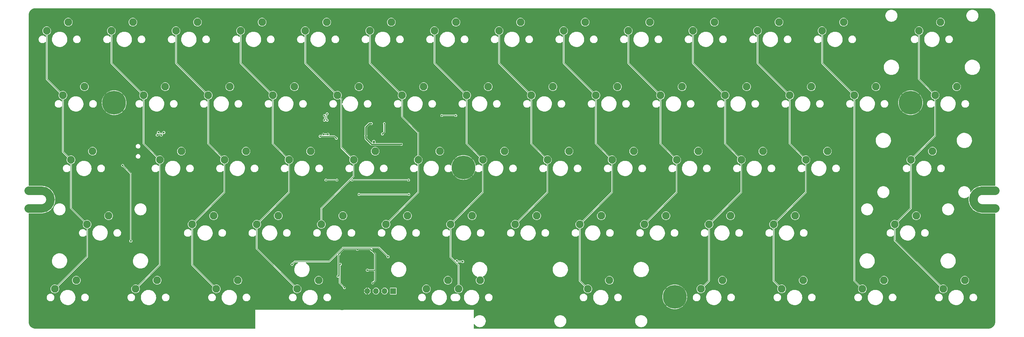
<source format=gbr>
%TF.GenerationSoftware,KiCad,Pcbnew,7.0.5*%
%TF.CreationDate,2024-03-02T17:25:27+09:00*%
%TF.ProjectId,Hotp4ck60,486f7470-3463-46b3-9630-2e6b69636164,rev?*%
%TF.SameCoordinates,Original*%
%TF.FileFunction,Copper,L1,Top*%
%TF.FilePolarity,Positive*%
%FSLAX46Y46*%
G04 Gerber Fmt 4.6, Leading zero omitted, Abs format (unit mm)*
G04 Created by KiCad (PCBNEW 7.0.5) date 2024-03-02 17:25:27*
%MOMM*%
%LPD*%
G01*
G04 APERTURE LIST*
%TA.AperFunction,EtchedComponent*%
%ADD10C,2.501900*%
%TD*%
%TA.AperFunction,ComponentPad*%
%ADD11C,2.250000*%
%TD*%
%TA.AperFunction,ComponentPad*%
%ADD12R,1.700000X1.700000*%
%TD*%
%TA.AperFunction,ComponentPad*%
%ADD13O,1.700000X1.700000*%
%TD*%
%TA.AperFunction,ComponentPad*%
%ADD14C,7.001300*%
%TD*%
%TA.AperFunction,ComponentPad*%
%ADD15C,7.000240*%
%TD*%
%TA.AperFunction,ComponentPad*%
%ADD16R,0.900000X0.500000*%
%TD*%
%TA.AperFunction,ViaPad*%
%ADD17C,0.600000*%
%TD*%
%TA.AperFunction,ViaPad*%
%ADD18C,0.500000*%
%TD*%
%TA.AperFunction,ViaPad*%
%ADD19C,0.800000*%
%TD*%
%TA.AperFunction,Conductor*%
%ADD20C,0.400000*%
%TD*%
%TA.AperFunction,Conductor*%
%ADD21C,0.250000*%
%TD*%
%TA.AperFunction,Conductor*%
%ADD22C,0.200000*%
%TD*%
G04 APERTURE END LIST*
D10*
%TO.C,H8*%
X71812500Y-152599050D02*
X75612500Y-152599050D01*
X71812500Y-157900950D02*
X75612500Y-157900950D01*
X353012500Y-152599050D02*
X356812500Y-152599050D01*
X353012500Y-157900950D02*
X356862500Y-157900950D01*
X78263450Y-155250000D02*
G75*
G03*
X75612500Y-152599050I-2650949J1D01*
G01*
X75612500Y-157900950D02*
G75*
G03*
X78263450Y-155250000I1J2650949D01*
G01*
X353012500Y-152599050D02*
G75*
G03*
X350361550Y-155250000I0J-2650950D01*
G01*
X350361550Y-155250000D02*
G75*
G03*
X353012500Y-157900950I2650950J0D01*
G01*
%TD*%
D11*
%TO.P,S47,1*%
%TO.N,col6*%
X196215000Y-162560000D03*
%TO.P,S47,2*%
%TO.N,Net-(D47-A)*%
X202565000Y-160020000D03*
%TD*%
%TO.P,S15,1*%
%TO.N,col0*%
X81915000Y-124460000D03*
%TO.P,S15,2*%
%TO.N,Net-(D15-A)*%
X88265000Y-121920000D03*
%TD*%
%TO.P,S39,1*%
%TO.N,col10*%
X281940000Y-143510000D03*
%TO.P,S39,2*%
%TO.N,Net-(D39-A)*%
X288290000Y-140970000D03*
%TD*%
%TO.P,S38,1*%
%TO.N,col9*%
X262890000Y-143510000D03*
%TO.P,S38,2*%
%TO.N,Net-(D38-A)*%
X269240000Y-140970000D03*
%TD*%
%TO.P,S11,1*%
%TO.N,col10*%
X267652500Y-105410000D03*
%TO.P,S11,2*%
%TO.N,Net-(D11-A)*%
X274002500Y-102870000D03*
%TD*%
%TO.P,S17,1*%
%TO.N,col2*%
X124777500Y-124460000D03*
%TO.P,S17,2*%
%TO.N,Net-(D17-A)*%
X131127500Y-121920000D03*
%TD*%
D12*
%TO.P,J3,1,Pin_1*%
%TO.N,VDD*%
X179300000Y-182265000D03*
D13*
%TO.P,J3,2,Pin_2*%
%TO.N,SWDIO*%
X176760000Y-182265000D03*
%TO.P,J3,3,Pin_3*%
%TO.N,SWDCLK*%
X174220000Y-182265000D03*
%TO.P,J3,4,Pin_4*%
%TO.N,GND*%
X171680000Y-182265000D03*
%TD*%
D11*
%TO.P,S50,1*%
%TO.N,col9*%
X253365000Y-162560000D03*
%TO.P,S50,2*%
%TO.N,Net-(D50-A)*%
X259715000Y-160020000D03*
%TD*%
%TO.P,S22,1*%
%TO.N,col7*%
X220027500Y-124460000D03*
%TO.P,S22,2*%
%TO.N,Net-(D22-A)*%
X226377500Y-121920000D03*
%TD*%
%TO.P,S63,1*%
%TO.N,col8*%
X236696250Y-181610000D03*
%TO.P,S63,2*%
%TO.N,Net-(D63-A)*%
X243046250Y-179070000D03*
%TD*%
%TO.P,S10,1*%
%TO.N,col9*%
X248602500Y-105410000D03*
%TO.P,S10,2*%
%TO.N,Net-(D10-A)*%
X254952500Y-102870000D03*
%TD*%
%TO.P,S20,1*%
%TO.N,col5*%
X181927500Y-124460000D03*
%TO.P,S20,2*%
%TO.N,Net-(D20-A)*%
X188277500Y-121920000D03*
%TD*%
%TO.P,S59,1*%
%TO.N,col11*%
X293846250Y-181610000D03*
%TO.P,S59,2*%
%TO.N,Net-(D59-A)*%
X300196250Y-179070000D03*
%TD*%
%TO.P,S58,1*%
%TO.N,col10*%
X270033750Y-181610000D03*
%TO.P,S58,2*%
%TO.N,Net-(D58-A)*%
X276383750Y-179070000D03*
%TD*%
%TO.P,S33,1*%
%TO.N,col4*%
X167640000Y-143510000D03*
%TO.P,S33,2*%
%TO.N,Net-(D33-A)*%
X173990000Y-140970000D03*
%TD*%
%TO.P,S48,1*%
%TO.N,col7*%
X215265000Y-162560000D03*
%TO.P,S48,2*%
%TO.N,Net-(D48-A)*%
X221615000Y-160020000D03*
%TD*%
%TO.P,S21,1*%
%TO.N,col6*%
X200977500Y-124460000D03*
%TO.P,S21,2*%
%TO.N,Net-(D21-A)*%
X207327500Y-121920000D03*
%TD*%
%TO.P,S28,1*%
%TO.N,col13*%
X339090000Y-124460000D03*
%TO.P,S28,2*%
%TO.N,Net-(D28-A)*%
X345440000Y-121920000D03*
%TD*%
%TO.P,S55,1*%
%TO.N,col1*%
X103346250Y-181610000D03*
%TO.P,S55,2*%
%TO.N,Net-(D55-A)*%
X109696250Y-179070000D03*
%TD*%
%TO.P,S30,1*%
%TO.N,col1*%
X110490000Y-143510000D03*
%TO.P,S30,2*%
%TO.N,Net-(D30-A)*%
X116840000Y-140970000D03*
%TD*%
%TO.P,S24,1*%
%TO.N,col9*%
X258127500Y-124460000D03*
%TO.P,S24,2*%
%TO.N,Net-(D24-A)*%
X264477500Y-121920000D03*
%TD*%
%TO.P,S32,1*%
%TO.N,col3*%
X148590000Y-143510000D03*
%TO.P,S32,2*%
%TO.N,Net-(D32-A)*%
X154940000Y-140970000D03*
%TD*%
%TO.P,S8,1*%
%TO.N,col7*%
X210502500Y-105410000D03*
%TO.P,S8,2*%
%TO.N,Net-(D8-A)*%
X216852500Y-102870000D03*
%TD*%
%TO.P,S60,1*%
%TO.N,col12*%
X317658750Y-181610000D03*
%TO.P,S60,2*%
%TO.N,Net-(D60-A)*%
X324008750Y-179070000D03*
%TD*%
%TO.P,S7,1*%
%TO.N,col6*%
X191452500Y-105410000D03*
%TO.P,S7,2*%
%TO.N,Net-(D7-A)*%
X197802500Y-102870000D03*
%TD*%
%TO.P,S3,1*%
%TO.N,col2*%
X115252500Y-105410000D03*
%TO.P,S3,2*%
%TO.N,Net-(D3-A)*%
X121602500Y-102870000D03*
%TD*%
%TO.P,S18,1*%
%TO.N,col3*%
X143827500Y-124460000D03*
%TO.P,S18,2*%
%TO.N,Net-(D18-A)*%
X150177500Y-121920000D03*
%TD*%
%TO.P,S49,1*%
%TO.N,col8*%
X234315000Y-162560000D03*
%TO.P,S49,2*%
%TO.N,Net-(D49-A)*%
X240665000Y-160020000D03*
%TD*%
%TO.P,S9,1*%
%TO.N,col8*%
X229552500Y-105410000D03*
%TO.P,S9,2*%
%TO.N,Net-(D9-A)*%
X235902500Y-102870000D03*
%TD*%
%TO.P,S13,1*%
%TO.N,col12*%
X305752500Y-105410000D03*
%TO.P,S13,2*%
%TO.N,Net-(D13-A)*%
X312102500Y-102870000D03*
%TD*%
%TO.P,S31,1*%
%TO.N,col2*%
X129540000Y-143510000D03*
%TO.P,S31,2*%
%TO.N,Net-(D31-A)*%
X135890000Y-140970000D03*
%TD*%
%TO.P,S35,1*%
%TO.N,col6*%
X205740000Y-143510000D03*
%TO.P,S35,2*%
%TO.N,Net-(D35-A)*%
X212090000Y-140970000D03*
%TD*%
%TO.P,S44,1*%
%TO.N,col3*%
X139065000Y-162560000D03*
%TO.P,S44,2*%
%TO.N,Net-(D44-A)*%
X145415000Y-160020000D03*
%TD*%
%TO.P,S27,1*%
%TO.N,col12*%
X315277500Y-124460000D03*
%TO.P,S27,2*%
%TO.N,Net-(D27-A)*%
X321627500Y-121920000D03*
%TD*%
%TO.P,S29,1*%
%TO.N,col0*%
X84296250Y-143510000D03*
%TO.P,S29,2*%
%TO.N,Net-(D29-A)*%
X90646250Y-140970000D03*
%TD*%
%TO.P,S5,1*%
%TO.N,col4*%
X153352500Y-105410000D03*
%TO.P,S5,2*%
%TO.N,Net-(D5-A)*%
X159702500Y-102870000D03*
%TD*%
%TO.P,S40,1*%
%TO.N,col11*%
X300990000Y-143510000D03*
%TO.P,S40,2*%
%TO.N,Net-(D40-A)*%
X307340000Y-140970000D03*
%TD*%
%TO.P,S42,1*%
%TO.N,col0*%
X89058750Y-162560000D03*
%TO.P,S42,2*%
%TO.N,Net-(D42-A)*%
X95408750Y-160020000D03*
%TD*%
%TO.P,S54,1*%
%TO.N,col0*%
X79533750Y-181610000D03*
%TO.P,S54,2*%
%TO.N,Net-(D54-A)*%
X85883750Y-179070000D03*
%TD*%
%TO.P,S37,1*%
%TO.N,col8*%
X243840000Y-143510000D03*
%TO.P,S37,2*%
%TO.N,Net-(D37-A)*%
X250190000Y-140970000D03*
%TD*%
%TO.P,S4,1*%
%TO.N,col3*%
X134302500Y-105410000D03*
%TO.P,S4,2*%
%TO.N,Net-(D4-A)*%
X140652500Y-102870000D03*
%TD*%
%TO.P,S34,1*%
%TO.N,col5*%
X186690000Y-143510000D03*
%TO.P,S34,2*%
%TO.N,Net-(D34-A)*%
X193040000Y-140970000D03*
%TD*%
%TO.P,S53,1*%
%TO.N,col13*%
X327183750Y-162560000D03*
%TO.P,S53,2*%
%TO.N,Net-(D53-A)*%
X333533750Y-160020000D03*
%TD*%
%TO.P,S571,1*%
%TO.N,col6*%
X189071250Y-181610000D03*
%TO.P,S571,2*%
%TO.N,Net-(D57-A)*%
X195421250Y-179070000D03*
%TD*%
%TO.P,S41,1*%
%TO.N,col13*%
X331946250Y-143510000D03*
%TO.P,S41,2*%
%TO.N,Net-(D41-A)*%
X338296250Y-140970000D03*
%TD*%
%TO.P,S51,1*%
%TO.N,col10*%
X272415000Y-162560000D03*
%TO.P,S51,2*%
%TO.N,Net-(D51-A)*%
X278765000Y-160020000D03*
%TD*%
%TO.P,S25,1*%
%TO.N,col10*%
X277177500Y-124460000D03*
%TO.P,S25,2*%
%TO.N,Net-(D25-A)*%
X283527500Y-121920000D03*
%TD*%
%TO.P,S36,1*%
%TO.N,col7*%
X224790000Y-143510000D03*
%TO.P,S36,2*%
%TO.N,Net-(D36-A)*%
X231140000Y-140970000D03*
%TD*%
%TO.P,S46,1*%
%TO.N,col5*%
X177165000Y-162560000D03*
%TO.P,S46,2*%
%TO.N,Net-(D46-A)*%
X183515000Y-160020000D03*
%TD*%
%TO.P,S6,1*%
%TO.N,col5*%
X172402500Y-105410000D03*
%TO.P,S6,2*%
%TO.N,Net-(D6-A)*%
X178752500Y-102870000D03*
%TD*%
%TO.P,S19,1*%
%TO.N,col4*%
X162877500Y-124460000D03*
%TO.P,S19,2*%
%TO.N,Net-(D19-A)*%
X169227500Y-121920000D03*
%TD*%
%TO.P,S43,1*%
%TO.N,col2*%
X120015000Y-162560000D03*
%TO.P,S43,2*%
%TO.N,Net-(D43-A)*%
X126365000Y-160020000D03*
%TD*%
%TO.P,S62,1*%
%TO.N,col3*%
X150971250Y-181610000D03*
%TO.P,S62,2*%
%TO.N,Net-(D62-A)*%
X157321250Y-179070000D03*
%TD*%
%TO.P,S61,1*%
%TO.N,col13*%
X341471250Y-181610000D03*
%TO.P,S61,2*%
%TO.N,Net-(D61-A)*%
X347821250Y-179070000D03*
%TD*%
%TO.P,S16,1*%
%TO.N,col1*%
X105727500Y-124460000D03*
%TO.P,S16,2*%
%TO.N,Net-(D16-A)*%
X112077500Y-121920000D03*
%TD*%
%TO.P,S45,1*%
%TO.N,col4*%
X158115000Y-162560000D03*
%TO.P,S45,2*%
%TO.N,Net-(D45-A)*%
X164465000Y-160020000D03*
%TD*%
%TO.P,S56,1*%
%TO.N,col2*%
X127158750Y-181610000D03*
%TO.P,S56,2*%
%TO.N,Net-(D56-A)*%
X133508750Y-179070000D03*
%TD*%
%TO.P,S57,1*%
%TO.N,col6*%
X198596250Y-181610000D03*
%TO.P,S57,2*%
%TO.N,Net-(D57-A)*%
X204946250Y-179070000D03*
%TD*%
%TO.P,S26,1*%
%TO.N,col11*%
X296227500Y-124460000D03*
%TO.P,S26,2*%
%TO.N,Net-(D26-A)*%
X302577500Y-121920000D03*
%TD*%
%TO.P,S2,1*%
%TO.N,col1*%
X96202500Y-105410000D03*
%TO.P,S2,2*%
%TO.N,Net-(D2-A)*%
X102552500Y-102870000D03*
%TD*%
%TO.P,S12,1*%
%TO.N,col11*%
X286702500Y-105410000D03*
%TO.P,S12,2*%
%TO.N,Net-(D12-A)*%
X293052500Y-102870000D03*
%TD*%
%TO.P,S23,1*%
%TO.N,col8*%
X239077500Y-124460000D03*
%TO.P,S23,2*%
%TO.N,Net-(D23-A)*%
X245427500Y-121920000D03*
%TD*%
%TO.P,S1,1*%
%TO.N,col0*%
X77152500Y-105410000D03*
%TO.P,S1,2*%
%TO.N,Net-(D1-A)*%
X83502500Y-102870000D03*
%TD*%
%TO.P,S52,1*%
%TO.N,col11*%
X291465000Y-162560000D03*
%TO.P,S52,2*%
%TO.N,Net-(D52-A)*%
X297815000Y-160020000D03*
%TD*%
D14*
%TO.P,H8,1*%
%TO.N,GND*%
X97012500Y-126650000D03*
D15*
X200012500Y-145750000D03*
X262312500Y-183950000D03*
X331862500Y-126650000D03*
%TD*%
D11*
%TO.P,S14,1*%
%TO.N,col13*%
X334327500Y-105410000D03*
%TO.P,S14,2*%
%TO.N,Net-(D14-A)*%
X340677500Y-102870000D03*
%TD*%
D16*
%TO.P,AE1,2*%
%TO.N,GND*%
X164190000Y-187605000D03*
%TD*%
D17*
%TO.N,GND*%
X186860000Y-187480000D03*
X138080000Y-192550000D03*
X196862376Y-179762376D03*
X174000000Y-135200000D03*
X165620003Y-176929997D03*
X161670000Y-177831500D03*
X166820002Y-176930001D03*
D18*
X170930000Y-179870000D03*
D17*
X168019997Y-178130004D03*
X206870000Y-188660000D03*
X173089500Y-164810000D03*
X165620000Y-175730002D03*
X138120000Y-186070000D03*
X139440000Y-187440000D03*
X166820000Y-178130000D03*
X183840000Y-154720000D03*
X168760000Y-182360000D03*
X168020004Y-176930001D03*
X167200000Y-187480000D03*
X199136908Y-174186909D03*
X166820004Y-174530000D03*
X143260000Y-187470000D03*
X136290000Y-186070000D03*
X168020000Y-174530003D03*
X166820001Y-175730000D03*
X153480000Y-187470000D03*
X153480000Y-186150000D03*
X195670000Y-184170000D03*
X136190000Y-192550000D03*
X159080000Y-187460000D03*
X173380000Y-173590000D03*
X201670000Y-187480000D03*
X180410000Y-186020000D03*
X173340000Y-187470000D03*
X173200000Y-136000000D03*
X156980000Y-187460000D03*
X171180000Y-186050000D03*
X169310000Y-186060000D03*
X188680000Y-187480000D03*
X169220002Y-174530003D03*
X140930000Y-186140000D03*
X180430000Y-187470000D03*
X208270000Y-187480000D03*
X190900000Y-187480000D03*
D18*
X169645000Y-170330000D03*
X168160000Y-168150000D03*
D17*
X139440000Y-186120000D03*
X160955000Y-141300000D03*
X110924470Y-137188530D03*
X169220001Y-178130001D03*
X112240000Y-134890000D03*
X143260000Y-186150000D03*
X173089500Y-168240000D03*
X156980000Y-186140000D03*
X138080000Y-190450000D03*
X147460000Y-187470000D03*
X185530000Y-155830000D03*
X172000000Y-134020000D03*
X145360000Y-186150000D03*
X199870000Y-187480000D03*
D18*
X180660000Y-134030000D03*
D17*
X165620000Y-178130001D03*
X136190000Y-190450000D03*
D18*
X183340000Y-135540000D03*
D17*
X208250000Y-192430000D03*
D18*
X179950000Y-132820000D03*
D17*
X205030000Y-188280000D03*
X138090000Y-187900000D03*
X136190000Y-187950000D03*
X182310000Y-187480000D03*
X175210000Y-134020000D03*
X169220002Y-176930004D03*
X161605000Y-141300000D03*
X196110000Y-187480000D03*
X168020001Y-175729999D03*
X175810000Y-186020000D03*
D18*
X183340000Y-134020000D03*
D17*
X203550000Y-189210000D03*
X160990000Y-187480000D03*
X147460000Y-186150000D03*
X174000000Y-136000000D03*
X173200000Y-135200000D03*
X181344823Y-185002500D03*
X172040000Y-137170000D03*
X163090000Y-187480000D03*
X165620000Y-174530002D03*
X169220003Y-175729998D03*
X158706500Y-134380000D03*
X178550000Y-187470000D03*
X178480000Y-186020000D03*
D18*
X194550000Y-116740000D03*
X170250000Y-138900000D03*
D17*
X169300000Y-187480000D03*
X149280000Y-187470000D03*
X197990000Y-187480000D03*
X149280000Y-186150000D03*
X175930000Y-187450000D03*
X159360000Y-175000000D03*
X173080000Y-171150000D03*
X154880000Y-187460000D03*
X156862255Y-132421500D03*
X159080000Y-186140000D03*
D18*
X173400000Y-176650000D03*
D17*
X203420000Y-192580000D03*
X171120000Y-187480000D03*
X145360000Y-187470000D03*
D18*
X173360000Y-179080000D03*
D17*
X208270000Y-190040000D03*
X191231172Y-180102500D03*
X173089920Y-162754479D03*
X184760000Y-187480000D03*
X175390000Y-172320000D03*
X151380000Y-186150000D03*
X203550000Y-187480000D03*
X152538795Y-179596048D03*
X173350000Y-186020000D03*
X175190000Y-137150000D03*
X165140000Y-187530000D03*
X140930000Y-187460000D03*
X193490000Y-187480000D03*
X151380000Y-187470000D03*
X173089500Y-166620000D03*
D18*
%TO.N,VDDH*%
X181710000Y-138940000D03*
D17*
X160086500Y-136000000D03*
D18*
X172850000Y-132810000D03*
D17*
X109737865Y-136184530D03*
X110924970Y-136184970D03*
D18*
X171240000Y-136350000D03*
D17*
X158706500Y-136000000D03*
D18*
%TO.N,DEC4_6*%
X164930000Y-181290000D03*
X163720000Y-174340000D03*
%TO.N,VDD*%
X173220000Y-179870000D03*
D17*
X171690000Y-176080000D03*
D18*
X172880000Y-170200000D03*
X163040000Y-177870000D03*
X168740000Y-169960000D03*
X163290000Y-171360000D03*
D19*
%TO.N,+BATT*%
X173600000Y-138210000D03*
D18*
%TO.N,row0*%
X159820000Y-131810000D03*
X159820000Y-129930000D03*
%TO.N,row1*%
X159000000Y-130431250D03*
X193620000Y-130431250D03*
X197740000Y-130431250D03*
X159000000Y-131810000D03*
%TO.N,row2*%
X159460000Y-149480000D03*
X162731250Y-149481250D03*
X183830000Y-149481250D03*
X167160000Y-149481250D03*
%TO.N,row3*%
X183920000Y-153731250D03*
X169230000Y-153730000D03*
D17*
%TO.N,row4*%
X149481250Y-174368750D03*
X199781130Y-173551100D03*
X198043392Y-173328808D03*
X177780964Y-172110964D03*
%TO.N,Net-(LED1-A)*%
X99520000Y-145170000D03*
X101940000Y-167450000D03*
%TO.N,Net-(LED2-K)*%
X111661082Y-135448857D03*
X110080000Y-135458530D03*
D18*
%TO.N,SYSOFF*%
X176700000Y-132790000D03*
X176140000Y-135880000D03*
%TO.N,Net-(SW2-A)*%
X162540000Y-137160000D03*
X157770000Y-136552000D03*
%TD*%
D20*
%TO.N,VDDH*%
X181710000Y-138940000D02*
X172923288Y-138940000D01*
D21*
X109912365Y-136010030D02*
X110750030Y-136010030D01*
X160086500Y-136000000D02*
X158706500Y-136000000D01*
X109737865Y-136184530D02*
X109912365Y-136010030D01*
D20*
X171240000Y-136350000D02*
X171240000Y-133820000D01*
X171240000Y-137256712D02*
X171240000Y-136350000D01*
D21*
X110750030Y-136010030D02*
X110924970Y-136184970D01*
D20*
X172923288Y-138940000D02*
X171240000Y-137256712D01*
X171240000Y-133820000D02*
X172250000Y-132810000D01*
X172250000Y-132810000D02*
X172850000Y-132810000D01*
D22*
%TO.N,DEC4_6*%
X163547000Y-179907000D02*
X163547000Y-174513000D01*
X163547000Y-174513000D02*
X163720000Y-174340000D01*
X164930000Y-181290000D02*
X163547000Y-179907000D01*
D21*
%TO.N,VDD*%
X168900000Y-169800000D02*
X172480000Y-169800000D01*
X163040000Y-177870000D02*
X163195000Y-177715000D01*
X172480000Y-169800000D02*
X172880000Y-170200000D01*
X173932000Y-171221354D02*
X173932000Y-176080000D01*
X173312463Y-179870000D02*
X173932000Y-179250463D01*
X173220000Y-179870000D02*
X173312463Y-179870000D01*
X163290000Y-171150697D02*
X163290000Y-171360000D01*
X172910646Y-170200000D02*
X173932000Y-171221354D01*
X172880000Y-170200000D02*
X172910646Y-170200000D01*
X164640697Y-169800000D02*
X163290000Y-171150697D01*
X163195000Y-171455000D02*
X163290000Y-171360000D01*
X171690000Y-176080000D02*
X173932000Y-176080000D01*
X163195000Y-177715000D02*
X163195000Y-171455000D01*
X168580000Y-169800000D02*
X164640697Y-169800000D01*
X168740000Y-169960000D02*
X168900000Y-169800000D01*
X173932000Y-179250463D02*
X173932000Y-176080000D01*
X168740000Y-169960000D02*
X168580000Y-169800000D01*
D22*
%TO.N,row0*%
X159560000Y-131550000D02*
X159820000Y-131810000D01*
X159820000Y-129930000D02*
X159560000Y-130190000D01*
X159560000Y-130190000D02*
X159560000Y-131550000D01*
%TO.N,row1*%
X159233000Y-130664250D02*
X159233000Y-131577000D01*
X197740000Y-130431250D02*
X193620000Y-130431250D01*
X159233000Y-131577000D02*
X159000000Y-131810000D01*
X159000000Y-130431250D02*
X159233000Y-130664250D01*
%TO.N,row2*%
X159461250Y-149481250D02*
X162731250Y-149481250D01*
X183830000Y-149481250D02*
X167160000Y-149481250D01*
X159461250Y-149481250D02*
X159460000Y-149480000D01*
%TO.N,row3*%
X183920000Y-153731250D02*
X169231250Y-153731250D01*
X169231250Y-153731250D02*
X169230000Y-153730000D01*
%TO.N,row4*%
X199781130Y-173551100D02*
X198265684Y-173551100D01*
X149481250Y-174368750D02*
X150298900Y-173551100D01*
X164494893Y-169448000D02*
X175118000Y-169448000D01*
X175118000Y-169448000D02*
X177780964Y-172110964D01*
X198265684Y-173551100D02*
X198043392Y-173328808D01*
X160391793Y-173551100D02*
X164494893Y-169448000D01*
X150298900Y-173551100D02*
X160391793Y-173551100D01*
%TO.N,Net-(LED1-A)*%
X101940000Y-147590000D02*
X99520000Y-145170000D01*
X101940000Y-167450000D02*
X101940000Y-147590000D01*
%TO.N,Net-(LED2-K)*%
X110279500Y-135658030D02*
X110080000Y-135458530D01*
X111451909Y-135658030D02*
X110604226Y-135658030D01*
X110604226Y-135658030D02*
X110279500Y-135658030D01*
X111451969Y-135657970D02*
X111451909Y-135658030D01*
X111661082Y-135448857D02*
X111451969Y-135657970D01*
D21*
%TO.N,SYSOFF*%
X176700000Y-135320000D02*
X176700000Y-132790000D01*
X176140000Y-135880000D02*
X176700000Y-135320000D01*
%TO.N,Net-(SW2-A)*%
X157770000Y-136552000D02*
X161932000Y-136552000D01*
X161932000Y-136552000D02*
X162540000Y-137160000D01*
D22*
%TO.N,col0*%
X77152500Y-119697500D02*
X81915000Y-124460000D01*
X81915000Y-141128750D02*
X84296250Y-143510000D01*
X89058750Y-162560000D02*
X89058750Y-172085000D01*
X81915000Y-124460000D02*
X81915000Y-141128750D01*
X89058750Y-172085000D02*
X79533750Y-181610000D01*
X84296250Y-157797500D02*
X89058750Y-162560000D01*
X77152500Y-105410000D02*
X77152500Y-119697500D01*
X84296250Y-143510000D02*
X84296250Y-157797500D01*
%TO.N,col1*%
X96202500Y-114935000D02*
X105727500Y-124460000D01*
X110490000Y-174466250D02*
X103346250Y-181610000D01*
X105727500Y-138747500D02*
X110490000Y-143510000D01*
X96202500Y-105410000D02*
X96202500Y-114935000D01*
X110490000Y-143510000D02*
X110490000Y-174466250D01*
X105727500Y-124460000D02*
X105727500Y-138747500D01*
%TO.N,col2*%
X120015000Y-162560000D02*
X120015000Y-174466250D01*
X124777500Y-124460000D02*
X124777500Y-138747500D01*
X120015000Y-174466250D02*
X127158750Y-181610000D01*
X115252500Y-105410000D02*
X115252500Y-114935000D01*
X129540000Y-143510000D02*
X129540000Y-153035000D01*
X115252500Y-114935000D02*
X124777500Y-124460000D01*
X124777500Y-138747500D02*
X129540000Y-143510000D01*
X129540000Y-153035000D02*
X120015000Y-162560000D01*
%TO.N,col3*%
X134302500Y-114935000D02*
X143827500Y-124460000D01*
X134302500Y-105410000D02*
X134302500Y-114935000D01*
X148590000Y-153035000D02*
X148590000Y-143510000D01*
X143827500Y-138747500D02*
X148590000Y-143510000D01*
X139065000Y-169703750D02*
X139065000Y-162560000D01*
X139065000Y-162560000D02*
X148590000Y-153035000D01*
X150971250Y-181610000D02*
X139065000Y-169703750D01*
X143827500Y-124460000D02*
X143827500Y-138747500D01*
%TO.N,col4*%
X162877500Y-124460000D02*
X164002500Y-125585000D01*
X164002500Y-125585000D02*
X164002500Y-139872500D01*
X153352500Y-114935000D02*
X162877500Y-124460000D01*
X153352500Y-105410000D02*
X153352500Y-114935000D01*
X167640000Y-148294143D02*
X158115000Y-157819143D01*
X164002500Y-139872500D02*
X167640000Y-143510000D01*
X158115000Y-157819143D02*
X158115000Y-162560000D01*
X167640000Y-143510000D02*
X167640000Y-148294143D01*
%TO.N,col5*%
X181927500Y-130767500D02*
X186690000Y-135530000D01*
X172402500Y-114935000D02*
X181927500Y-124460000D01*
X186690000Y-153035000D02*
X177165000Y-162560000D01*
X181927500Y-124460000D02*
X181927500Y-130767500D01*
X186690000Y-143510000D02*
X186690000Y-153035000D01*
X186690000Y-135530000D02*
X186690000Y-143510000D01*
X172402500Y-105410000D02*
X172402500Y-114935000D01*
%TO.N,col6*%
X200977500Y-124460000D02*
X200977500Y-138747500D01*
X196215000Y-162560000D02*
X196215000Y-172245000D01*
X205740000Y-143510000D02*
X205740000Y-153035000D01*
X196215000Y-172245000D02*
X198596250Y-174626250D01*
X198596250Y-174626250D02*
X198596250Y-181610000D01*
X200977500Y-138747500D02*
X205740000Y-143510000D01*
X205740000Y-153035000D02*
X196215000Y-162560000D01*
X191452500Y-105410000D02*
X191452500Y-114935000D01*
X191452500Y-114935000D02*
X200977500Y-124460000D01*
%TO.N,col7*%
X210502500Y-114935000D02*
X220027500Y-124460000D01*
X210502500Y-105410000D02*
X210502500Y-114935000D01*
X224790000Y-143510000D02*
X224790000Y-153035000D01*
X224790000Y-153035000D02*
X215265000Y-162560000D01*
X220027500Y-124460000D02*
X220027500Y-138747500D01*
X220027500Y-138747500D02*
X224790000Y-143510000D01*
%TO.N,col8*%
X229552500Y-105410000D02*
X229552500Y-114935000D01*
X234315000Y-179228750D02*
X236696250Y-181610000D01*
X239077500Y-124460000D02*
X239077500Y-138747500D01*
X234315000Y-162560000D02*
X234315000Y-179228750D01*
X243840000Y-153035000D02*
X234315000Y-162560000D01*
X243840000Y-143510000D02*
X243840000Y-153035000D01*
X229552500Y-114935000D02*
X239077500Y-124460000D01*
X239077500Y-138747500D02*
X243840000Y-143510000D01*
%TO.N,col9*%
X248602500Y-105410000D02*
X248602500Y-114935000D01*
X262890000Y-153035000D02*
X253365000Y-162560000D01*
X262890000Y-143510000D02*
X262890000Y-153035000D01*
X248602500Y-114935000D02*
X258127500Y-124460000D01*
X258127500Y-124460000D02*
X258127500Y-138747500D01*
X258127500Y-138747500D02*
X262890000Y-143510000D01*
%TO.N,col10*%
X281940000Y-143510000D02*
X281940000Y-153035000D01*
X277177500Y-124460000D02*
X277177500Y-138747500D01*
X267652500Y-105410000D02*
X267652500Y-114935000D01*
X281940000Y-153035000D02*
X272415000Y-162560000D01*
X272415000Y-179228750D02*
X270033750Y-181610000D01*
X277177500Y-138747500D02*
X281940000Y-143510000D01*
X272415000Y-162560000D02*
X272415000Y-179228750D01*
X267652500Y-114935000D02*
X277177500Y-124460000D01*
%TO.N,col11*%
X296227500Y-138747500D02*
X300990000Y-143510000D01*
X291465000Y-162560000D02*
X291465000Y-179228750D01*
X286702500Y-105410000D02*
X286702500Y-114935000D01*
X300990000Y-143510000D02*
X300990000Y-153035000D01*
X300990000Y-153035000D02*
X291465000Y-162560000D01*
X296227500Y-124460000D02*
X296227500Y-138747500D01*
X291465000Y-179228750D02*
X293846250Y-181610000D01*
X286702500Y-114935000D02*
X296227500Y-124460000D01*
%TO.N,col12*%
X305752500Y-105410000D02*
X305752500Y-114935000D01*
X305752500Y-114935000D02*
X315277500Y-124460000D01*
X315277500Y-179228750D02*
X317658750Y-181610000D01*
X315277500Y-124460000D02*
X315277500Y-179228750D01*
%TO.N,col13*%
X339090000Y-124460000D02*
X339090000Y-136366250D01*
X327183750Y-167322500D02*
X341471250Y-181610000D01*
X334327500Y-105410000D02*
X334327500Y-119697500D01*
X331946250Y-143510000D02*
X331946250Y-157797500D01*
X334327500Y-119697500D02*
X339090000Y-124460000D01*
X331946250Y-157797500D02*
X327183750Y-162560000D01*
X327183750Y-162560000D02*
X327183750Y-167322500D01*
X339090000Y-136366250D02*
X331946250Y-143510000D01*
%TD*%
%TA.AperFunction,Conductor*%
%TO.N,GND*%
G36*
X354814275Y-98750617D02*
G01*
X354845621Y-98752670D01*
X354896195Y-98755985D01*
X355078430Y-98769020D01*
X355085130Y-98769922D01*
X355201924Y-98793153D01*
X355346570Y-98824619D01*
X355352481Y-98826259D01*
X355471243Y-98866573D01*
X355472603Y-98867058D01*
X355604602Y-98916291D01*
X355609648Y-98918470D01*
X355724442Y-98975080D01*
X355726456Y-98976126D01*
X355847700Y-99042331D01*
X355851862Y-99044850D01*
X355959319Y-99116652D01*
X355961691Y-99118329D01*
X356071386Y-99200446D01*
X356074636Y-99203082D01*
X356172183Y-99288629D01*
X356174786Y-99291067D01*
X356271431Y-99387712D01*
X356273869Y-99390315D01*
X356359416Y-99487862D01*
X356362057Y-99491119D01*
X356438413Y-99593118D01*
X356444161Y-99600796D01*
X356445846Y-99603179D01*
X356517648Y-99710636D01*
X356520167Y-99714798D01*
X356586372Y-99836042D01*
X356587418Y-99838056D01*
X356644028Y-99952850D01*
X356646214Y-99957912D01*
X356695412Y-100089817D01*
X356695956Y-100091344D01*
X356736234Y-100210000D01*
X356737882Y-100215939D01*
X356769353Y-100360610D01*
X356792572Y-100477338D01*
X356793481Y-100484090D01*
X356806513Y-100666312D01*
X356811883Y-100748224D01*
X356812000Y-100751790D01*
X356812000Y-151103600D01*
X356791183Y-151167669D01*
X356736683Y-151207265D01*
X356703000Y-151212600D01*
X353127385Y-151212600D01*
X353012500Y-151212600D01*
X352825840Y-151212600D01*
X352731270Y-151221362D01*
X352454114Y-151247044D01*
X352239993Y-151287071D01*
X352087148Y-151315643D01*
X352087141Y-151315644D01*
X352087136Y-151315646D01*
X351728085Y-151417804D01*
X351379970Y-151552664D01*
X351124755Y-151679746D01*
X351045784Y-151719069D01*
X350834182Y-151850087D01*
X350728379Y-151915598D01*
X350430461Y-152140575D01*
X350154582Y-152392072D01*
X350154572Y-152392082D01*
X349903075Y-152667961D01*
X349678097Y-152965880D01*
X349678096Y-152965881D01*
X349670422Y-152978276D01*
X349618994Y-153021788D01*
X349551812Y-153026761D01*
X349494538Y-152991296D01*
X349469047Y-152928939D01*
X349468750Y-152920892D01*
X349468750Y-152902024D01*
X349468750Y-152902023D01*
X349468750Y-152902020D01*
X349429111Y-152639029D01*
X349350717Y-152384884D01*
X349235321Y-152145262D01*
X349235319Y-152145259D01*
X349085503Y-151925518D01*
X348904601Y-151730552D01*
X348890199Y-151719067D01*
X348696665Y-151564728D01*
X348675770Y-151552664D01*
X348466333Y-151431746D01*
X348218758Y-151334580D01*
X347959471Y-151275399D01*
X347760660Y-151260500D01*
X347760651Y-151260500D01*
X347627849Y-151260500D01*
X347627840Y-151260500D01*
X347429030Y-151275399D01*
X347429026Y-151275399D01*
X347169741Y-151334580D01*
X346922166Y-151431746D01*
X346691837Y-151564726D01*
X346483898Y-151730552D01*
X346302996Y-151925518D01*
X346153180Y-152145259D01*
X346037782Y-152384886D01*
X345959390Y-152639022D01*
X345959389Y-152639026D01*
X345942400Y-152751739D01*
X345919750Y-152902020D01*
X345919750Y-152902023D01*
X345919750Y-152902024D01*
X345919750Y-153167975D01*
X345919749Y-153167975D01*
X345959389Y-153430973D01*
X345959390Y-153430977D01*
X346013362Y-153605946D01*
X346037783Y-153685116D01*
X346146577Y-153911029D01*
X346153180Y-153924740D01*
X346302996Y-154144481D01*
X346303000Y-154144485D01*
X346483899Y-154339448D01*
X346691835Y-154505272D01*
X346691837Y-154505273D01*
X346922166Y-154638253D01*
X347009802Y-154672647D01*
X347169740Y-154735419D01*
X347329921Y-154771979D01*
X347429028Y-154794600D01*
X347429033Y-154794601D01*
X347524675Y-154801768D01*
X347627840Y-154809500D01*
X347627849Y-154809500D01*
X347760660Y-154809500D01*
X347848610Y-154802908D01*
X347959467Y-154794601D01*
X347959471Y-154794600D01*
X347959473Y-154794600D01*
X348075455Y-154768127D01*
X348218760Y-154735419D01*
X348466336Y-154638252D01*
X348696665Y-154505272D01*
X348876392Y-154361943D01*
X348939461Y-154338273D01*
X349004399Y-154356194D01*
X349046401Y-154408863D01*
X349051496Y-154467192D01*
X349009544Y-154691614D01*
X348983862Y-154968770D01*
X348975100Y-155063340D01*
X348975100Y-155135115D01*
X348975100Y-155250000D01*
X348975100Y-155436660D01*
X348986783Y-155562752D01*
X349009544Y-155808385D01*
X349041777Y-155980817D01*
X349078143Y-156175352D01*
X349078145Y-156175361D01*
X349078146Y-156175363D01*
X349180304Y-156534414D01*
X349239099Y-156686183D01*
X349315166Y-156882533D01*
X349481569Y-157216716D01*
X349678097Y-157534119D01*
X349678098Y-157534120D01*
X349903075Y-157832038D01*
X350021404Y-157961839D01*
X350154577Y-158107923D01*
X350249111Y-158194102D01*
X350430461Y-158359424D01*
X350430465Y-158359427D01*
X350728381Y-158584403D01*
X351045784Y-158780931D01*
X351379967Y-158947334D01*
X351728078Y-159082193D01*
X352087148Y-159184357D01*
X352454112Y-159252955D01*
X352825840Y-159287400D01*
X352894496Y-159287400D01*
X356703000Y-159287400D01*
X356767069Y-159308217D01*
X356806665Y-159362717D01*
X356812000Y-159396400D01*
X356812000Y-191348209D01*
X356811883Y-191351775D01*
X356806513Y-191433686D01*
X356793481Y-191615908D01*
X356792572Y-191622660D01*
X356769353Y-191739388D01*
X356737882Y-191884059D01*
X356736234Y-191889998D01*
X356695956Y-192008654D01*
X356695412Y-192010181D01*
X356646214Y-192142086D01*
X356644028Y-192147148D01*
X356587418Y-192261942D01*
X356586372Y-192263956D01*
X356520167Y-192385200D01*
X356517648Y-192389362D01*
X356445846Y-192496819D01*
X356444161Y-192499202D01*
X356362072Y-192608861D01*
X356359416Y-192612136D01*
X356273869Y-192709683D01*
X356271431Y-192712286D01*
X356174786Y-192808931D01*
X356172183Y-192811369D01*
X356074636Y-192896916D01*
X356071361Y-192899572D01*
X355961702Y-192981661D01*
X355959319Y-192983346D01*
X355851862Y-193055148D01*
X355847700Y-193057667D01*
X355726456Y-193123872D01*
X355724442Y-193124918D01*
X355609648Y-193181528D01*
X355604586Y-193183714D01*
X355472681Y-193232912D01*
X355471154Y-193233456D01*
X355352498Y-193273734D01*
X355346559Y-193275382D01*
X355201888Y-193306853D01*
X355085160Y-193330072D01*
X355078408Y-193330981D01*
X354896186Y-193344013D01*
X354814276Y-193349383D01*
X354810710Y-193349500D01*
X203189059Y-193349500D01*
X203124990Y-193328683D01*
X203085394Y-193274183D01*
X203080060Y-193240102D01*
X203083314Y-192349750D01*
X203084251Y-192093266D01*
X203105302Y-192029277D01*
X203159946Y-191989879D01*
X203227311Y-191990126D01*
X203281666Y-192029921D01*
X203283310Y-192032265D01*
X203427996Y-192244481D01*
X203558564Y-192385200D01*
X203608899Y-192439448D01*
X203816835Y-192605272D01*
X204002190Y-192712286D01*
X204047166Y-192738253D01*
X204112412Y-192763860D01*
X204294740Y-192835419D01*
X204390528Y-192857282D01*
X204554028Y-192894600D01*
X204554033Y-192894601D01*
X204649675Y-192901768D01*
X204752840Y-192909500D01*
X204752849Y-192909500D01*
X204885660Y-192909500D01*
X204973610Y-192902908D01*
X205084467Y-192894601D01*
X205084471Y-192894600D01*
X205084473Y-192894600D01*
X205200455Y-192868127D01*
X205343760Y-192835419D01*
X205591336Y-192738252D01*
X205821665Y-192605272D01*
X206029601Y-192439448D01*
X206210500Y-192244485D01*
X206360321Y-192024738D01*
X206475717Y-191785116D01*
X206554111Y-191530971D01*
X206593750Y-191267980D01*
X206593750Y-191267975D01*
X226793749Y-191267975D01*
X226833389Y-191530973D01*
X226833390Y-191530977D01*
X226911782Y-191785113D01*
X226911783Y-191785116D01*
X226959437Y-191884070D01*
X227027180Y-192024740D01*
X227176996Y-192244481D01*
X227307564Y-192385200D01*
X227357899Y-192439448D01*
X227565835Y-192605272D01*
X227751190Y-192712286D01*
X227796166Y-192738253D01*
X227861412Y-192763860D01*
X228043740Y-192835419D01*
X228139528Y-192857282D01*
X228303028Y-192894600D01*
X228303033Y-192894601D01*
X228398675Y-192901768D01*
X228501840Y-192909500D01*
X228501849Y-192909500D01*
X228634660Y-192909500D01*
X228722610Y-192902908D01*
X228833467Y-192894601D01*
X228833471Y-192894600D01*
X228833473Y-192894600D01*
X228949455Y-192868127D01*
X229092760Y-192835419D01*
X229340336Y-192738252D01*
X229570665Y-192605272D01*
X229778601Y-192439448D01*
X229959500Y-192244485D01*
X230109321Y-192024738D01*
X230224717Y-191785116D01*
X230303111Y-191530971D01*
X230342750Y-191267980D01*
X230342750Y-191267975D01*
X250631749Y-191267975D01*
X250671389Y-191530973D01*
X250671390Y-191530977D01*
X250749782Y-191785113D01*
X250749783Y-191785116D01*
X250797437Y-191884070D01*
X250865180Y-192024740D01*
X251014996Y-192244481D01*
X251145564Y-192385200D01*
X251195899Y-192439448D01*
X251403835Y-192605272D01*
X251589190Y-192712286D01*
X251634166Y-192738253D01*
X251699412Y-192763860D01*
X251881740Y-192835419D01*
X251977528Y-192857282D01*
X252141028Y-192894600D01*
X252141033Y-192894601D01*
X252236675Y-192901768D01*
X252339840Y-192909500D01*
X252339849Y-192909500D01*
X252510660Y-192909500D01*
X252598610Y-192902908D01*
X252709467Y-192894601D01*
X252709471Y-192894600D01*
X252709473Y-192894600D01*
X252825455Y-192868127D01*
X252968760Y-192835419D01*
X253216336Y-192738252D01*
X253446665Y-192605272D01*
X253654601Y-192439448D01*
X253835500Y-192244485D01*
X253985321Y-192024738D01*
X254100717Y-191785116D01*
X254179111Y-191530971D01*
X254218750Y-191267980D01*
X254218750Y-191002020D01*
X254179111Y-190739029D01*
X254100717Y-190484884D01*
X253985321Y-190245262D01*
X253973140Y-190227396D01*
X253835503Y-190025518D01*
X253654601Y-189830552D01*
X253446662Y-189664726D01*
X253216333Y-189531746D01*
X252968758Y-189434580D01*
X252709471Y-189375399D01*
X252510660Y-189360500D01*
X252510651Y-189360500D01*
X252472651Y-189360500D01*
X252339849Y-189360500D01*
X252339840Y-189360500D01*
X252141030Y-189375399D01*
X252141026Y-189375399D01*
X251881741Y-189434580D01*
X251634166Y-189531746D01*
X251403837Y-189664726D01*
X251195898Y-189830552D01*
X251014996Y-190025518D01*
X250865180Y-190245259D01*
X250749782Y-190484886D01*
X250671390Y-190739022D01*
X250671389Y-190739026D01*
X250671389Y-190739029D01*
X250631750Y-191002020D01*
X250631750Y-191002024D01*
X250631750Y-191267975D01*
X250631749Y-191267975D01*
X230342750Y-191267975D01*
X230342750Y-191002020D01*
X230303111Y-190739029D01*
X230224717Y-190484884D01*
X230109321Y-190245262D01*
X230097140Y-190227396D01*
X229959503Y-190025518D01*
X229778601Y-189830552D01*
X229570662Y-189664726D01*
X229340333Y-189531746D01*
X229092758Y-189434580D01*
X228833471Y-189375399D01*
X228634660Y-189360500D01*
X228634651Y-189360500D01*
X228501849Y-189360500D01*
X228501840Y-189360500D01*
X228303030Y-189375399D01*
X228303026Y-189375399D01*
X228043741Y-189434580D01*
X227796166Y-189531746D01*
X227565837Y-189664726D01*
X227357898Y-189830552D01*
X227176996Y-190025518D01*
X227027180Y-190245259D01*
X226911782Y-190484886D01*
X226833390Y-190739022D01*
X226833389Y-190739026D01*
X226833389Y-190739029D01*
X226793750Y-191002020D01*
X226793750Y-191002024D01*
X226793750Y-191267975D01*
X226793749Y-191267975D01*
X206593750Y-191267975D01*
X206593750Y-191002020D01*
X206554111Y-190739029D01*
X206475717Y-190484884D01*
X206360321Y-190245262D01*
X206348140Y-190227396D01*
X206210503Y-190025518D01*
X206029601Y-189830552D01*
X205821662Y-189664726D01*
X205591333Y-189531746D01*
X205343758Y-189434580D01*
X205084471Y-189375399D01*
X204885660Y-189360500D01*
X204885651Y-189360500D01*
X204752849Y-189360500D01*
X204752840Y-189360500D01*
X204554030Y-189375399D01*
X204554026Y-189375399D01*
X204294741Y-189434580D01*
X204047166Y-189531746D01*
X203816837Y-189664726D01*
X203608898Y-189830552D01*
X203427996Y-190025518D01*
X203290359Y-190227396D01*
X203237068Y-190268605D01*
X203169732Y-190270620D01*
X203114072Y-190232672D01*
X203091348Y-190169255D01*
X203091300Y-190165595D01*
X203100001Y-187785977D01*
X203100000Y-187785976D01*
X138670001Y-187775976D01*
X138670000Y-187775977D01*
X138650164Y-193240896D01*
X138629115Y-193304888D01*
X138574471Y-193344287D01*
X138541165Y-193349500D01*
X73814290Y-193349500D01*
X73810724Y-193349383D01*
X73728812Y-193344013D01*
X73546590Y-193330981D01*
X73539842Y-193330072D01*
X73470452Y-193316270D01*
X73423110Y-193306853D01*
X73278439Y-193275382D01*
X73272500Y-193273734D01*
X73153844Y-193233456D01*
X73152317Y-193232912D01*
X73020412Y-193183714D01*
X73015350Y-193181528D01*
X72900556Y-193124918D01*
X72898542Y-193123872D01*
X72777298Y-193057667D01*
X72773136Y-193055148D01*
X72665675Y-192983344D01*
X72663293Y-192981659D01*
X72553635Y-192899570D01*
X72550366Y-192896920D01*
X72452800Y-192811357D01*
X72450211Y-192808931D01*
X72353567Y-192712287D01*
X72351144Y-192709701D01*
X72265574Y-192612127D01*
X72262934Y-192608871D01*
X72180831Y-192499193D01*
X72179154Y-192496823D01*
X72107350Y-192389362D01*
X72104831Y-192385200D01*
X72038626Y-192263956D01*
X72037580Y-192261942D01*
X71980970Y-192147148D01*
X71978791Y-192142102D01*
X71929558Y-192010103D01*
X71929073Y-192008743D01*
X71888759Y-191889981D01*
X71887119Y-191884070D01*
X71855646Y-191739388D01*
X71832422Y-191622630D01*
X71831520Y-191615930D01*
X71818485Y-191433686D01*
X71815170Y-191383121D01*
X71813117Y-191351775D01*
X71813000Y-191348210D01*
X71813000Y-184096206D01*
X77134411Y-184096206D01*
X77144638Y-184310907D01*
X77195312Y-184519789D01*
X77284603Y-184715309D01*
X77284606Y-184715314D01*
X77409283Y-184890398D01*
X77409284Y-184890400D01*
X77564844Y-185038725D01*
X77564845Y-185038725D01*
X77564847Y-185038727D01*
X77621066Y-185074857D01*
X77745663Y-185154931D01*
X77745666Y-185154932D01*
X77745670Y-185154935D01*
X77857438Y-185199680D01*
X77945215Y-185234821D01*
X77945216Y-185234821D01*
X77945218Y-185234822D01*
X78156278Y-185275500D01*
X78156281Y-185275500D01*
X78317372Y-185275500D01*
X78388635Y-185268694D01*
X78477721Y-185260188D01*
X78683959Y-185199631D01*
X78875009Y-185101138D01*
X79043967Y-184968268D01*
X79184726Y-184805824D01*
X79292198Y-184619677D01*
X79362500Y-184416554D01*
X79389987Y-184225369D01*
X81089473Y-184225369D01*
X81111381Y-184443141D01*
X81119632Y-184525163D01*
X81189480Y-184818259D01*
X81189481Y-184818261D01*
X81290470Y-185080474D01*
X81297773Y-185099434D01*
X81442575Y-185363665D01*
X81621304Y-185606238D01*
X81729421Y-185718030D01*
X81830772Y-185822826D01*
X81954008Y-185920144D01*
X82067235Y-186009558D01*
X82326480Y-186163109D01*
X82603878Y-186280736D01*
X82894479Y-186360340D01*
X82894483Y-186360341D01*
X83193095Y-186400500D01*
X83193097Y-186400500D01*
X83418985Y-186400500D01*
X83418994Y-186400500D01*
X83644384Y-186385412D01*
X83939653Y-186325396D01*
X84224287Y-186226560D01*
X84493209Y-186090668D01*
X84493211Y-186090666D01*
X84493217Y-186090663D01*
X84741610Y-185920150D01*
X84741613Y-185920148D01*
X84741612Y-185920148D01*
X84741619Y-185920144D01*
X84965083Y-185718032D01*
X85159615Y-185487939D01*
X85321743Y-185233970D01*
X85448573Y-184960658D01*
X85537843Y-184672879D01*
X85587959Y-184375770D01*
X85597306Y-184096206D01*
X87294411Y-184096206D01*
X87304638Y-184310907D01*
X87355312Y-184519789D01*
X87444603Y-184715309D01*
X87444606Y-184715314D01*
X87569283Y-184890398D01*
X87569284Y-184890400D01*
X87724844Y-185038725D01*
X87724845Y-185038725D01*
X87724847Y-185038727D01*
X87781066Y-185074857D01*
X87905663Y-185154931D01*
X87905666Y-185154932D01*
X87905670Y-185154935D01*
X88017438Y-185199680D01*
X88105215Y-185234821D01*
X88105216Y-185234821D01*
X88105218Y-185234822D01*
X88316278Y-185275500D01*
X88316281Y-185275500D01*
X88477372Y-185275500D01*
X88548635Y-185268694D01*
X88637721Y-185260188D01*
X88843959Y-185199631D01*
X89035009Y-185101138D01*
X89203967Y-184968268D01*
X89344726Y-184805824D01*
X89452198Y-184619677D01*
X89522500Y-184416554D01*
X89553089Y-184203797D01*
X89547964Y-184096206D01*
X100946911Y-184096206D01*
X100957138Y-184310907D01*
X101007812Y-184519789D01*
X101097103Y-184715309D01*
X101097106Y-184715314D01*
X101221783Y-184890398D01*
X101221784Y-184890400D01*
X101377344Y-185038725D01*
X101377345Y-185038725D01*
X101377347Y-185038727D01*
X101433566Y-185074857D01*
X101558163Y-185154931D01*
X101558166Y-185154932D01*
X101558170Y-185154935D01*
X101669938Y-185199680D01*
X101757715Y-185234821D01*
X101757716Y-185234821D01*
X101757718Y-185234822D01*
X101968778Y-185275500D01*
X101968781Y-185275500D01*
X102129872Y-185275500D01*
X102201136Y-185268694D01*
X102290221Y-185260188D01*
X102496459Y-185199631D01*
X102687509Y-185101138D01*
X102856467Y-184968268D01*
X102997226Y-184805824D01*
X103104698Y-184619677D01*
X103175000Y-184416554D01*
X103202487Y-184225369D01*
X104901973Y-184225369D01*
X104923881Y-184443141D01*
X104932132Y-184525163D01*
X105001980Y-184818259D01*
X105001981Y-184818261D01*
X105102970Y-185080474D01*
X105110273Y-185099434D01*
X105255075Y-185363665D01*
X105433804Y-185606238D01*
X105541921Y-185718030D01*
X105643272Y-185822826D01*
X105766508Y-185920144D01*
X105879735Y-186009558D01*
X106138980Y-186163109D01*
X106416378Y-186280736D01*
X106706979Y-186360340D01*
X106706983Y-186360341D01*
X107005595Y-186400500D01*
X107005597Y-186400500D01*
X107231485Y-186400500D01*
X107231494Y-186400500D01*
X107456884Y-186385412D01*
X107752153Y-186325396D01*
X108036787Y-186226560D01*
X108305709Y-186090668D01*
X108305711Y-186090666D01*
X108305717Y-186090663D01*
X108554110Y-185920150D01*
X108554113Y-185920148D01*
X108554112Y-185920148D01*
X108554119Y-185920144D01*
X108777583Y-185718032D01*
X108972115Y-185487939D01*
X109134243Y-185233970D01*
X109261073Y-184960658D01*
X109350343Y-184672879D01*
X109400459Y-184375770D01*
X109409806Y-184096206D01*
X111106911Y-184096206D01*
X111117138Y-184310907D01*
X111167812Y-184519789D01*
X111257103Y-184715309D01*
X111257106Y-184715314D01*
X111381783Y-184890398D01*
X111381784Y-184890400D01*
X111537344Y-185038725D01*
X111537345Y-185038725D01*
X111537347Y-185038727D01*
X111593566Y-185074857D01*
X111718163Y-185154931D01*
X111718166Y-185154932D01*
X111718170Y-185154935D01*
X111829938Y-185199680D01*
X111917715Y-185234821D01*
X111917716Y-185234821D01*
X111917718Y-185234822D01*
X112128778Y-185275500D01*
X112128781Y-185275500D01*
X112289872Y-185275500D01*
X112361136Y-185268694D01*
X112450221Y-185260188D01*
X112656459Y-185199631D01*
X112847509Y-185101138D01*
X113016467Y-184968268D01*
X113157226Y-184805824D01*
X113264698Y-184619677D01*
X113335000Y-184416554D01*
X113365589Y-184203797D01*
X113360464Y-184096206D01*
X124759411Y-184096206D01*
X124769638Y-184310907D01*
X124820312Y-184519789D01*
X124909603Y-184715309D01*
X124909606Y-184715314D01*
X125034283Y-184890398D01*
X125034284Y-184890400D01*
X125189844Y-185038725D01*
X125189845Y-185038725D01*
X125189847Y-185038727D01*
X125246066Y-185074857D01*
X125370663Y-185154931D01*
X125370666Y-185154932D01*
X125370670Y-185154935D01*
X125482438Y-185199680D01*
X125570215Y-185234821D01*
X125570216Y-185234821D01*
X125570218Y-185234822D01*
X125781278Y-185275500D01*
X125781281Y-185275500D01*
X125942372Y-185275500D01*
X126013636Y-185268694D01*
X126102721Y-185260188D01*
X126308959Y-185199631D01*
X126500009Y-185101138D01*
X126668967Y-184968268D01*
X126809726Y-184805824D01*
X126917198Y-184619677D01*
X126987500Y-184416554D01*
X127014987Y-184225369D01*
X128714473Y-184225369D01*
X128736381Y-184443141D01*
X128744632Y-184525163D01*
X128814480Y-184818259D01*
X128814481Y-184818261D01*
X128915470Y-185080474D01*
X128922773Y-185099434D01*
X129067575Y-185363665D01*
X129246304Y-185606238D01*
X129354421Y-185718030D01*
X129455772Y-185822826D01*
X129579008Y-185920144D01*
X129692235Y-186009558D01*
X129951480Y-186163109D01*
X130228878Y-186280736D01*
X130519479Y-186360340D01*
X130519483Y-186360341D01*
X130818095Y-186400500D01*
X130818097Y-186400500D01*
X131043985Y-186400500D01*
X131043994Y-186400500D01*
X131269384Y-186385412D01*
X131564653Y-186325396D01*
X131849287Y-186226560D01*
X132118209Y-186090668D01*
X132118211Y-186090666D01*
X132118217Y-186090663D01*
X132366610Y-185920150D01*
X132366613Y-185920148D01*
X132366612Y-185920148D01*
X132366619Y-185920144D01*
X132590083Y-185718032D01*
X132784615Y-185487939D01*
X132946743Y-185233970D01*
X133073573Y-184960658D01*
X133162843Y-184672879D01*
X133212959Y-184375770D01*
X133222306Y-184096206D01*
X134919411Y-184096206D01*
X134929638Y-184310907D01*
X134980312Y-184519789D01*
X135069603Y-184715309D01*
X135069606Y-184715314D01*
X135194283Y-184890398D01*
X135194284Y-184890400D01*
X135349844Y-185038725D01*
X135349845Y-185038725D01*
X135349847Y-185038727D01*
X135406066Y-185074857D01*
X135530663Y-185154931D01*
X135530666Y-185154932D01*
X135530670Y-185154935D01*
X135642438Y-185199680D01*
X135730215Y-185234821D01*
X135730216Y-185234821D01*
X135730218Y-185234822D01*
X135941278Y-185275500D01*
X135941281Y-185275500D01*
X136102372Y-185275500D01*
X136173636Y-185268694D01*
X136262721Y-185260188D01*
X136468959Y-185199631D01*
X136660009Y-185101138D01*
X136828967Y-184968268D01*
X136969726Y-184805824D01*
X137077198Y-184619677D01*
X137147500Y-184416554D01*
X137178089Y-184203797D01*
X137172964Y-184096206D01*
X148571911Y-184096206D01*
X148582138Y-184310907D01*
X148632812Y-184519789D01*
X148722103Y-184715309D01*
X148722106Y-184715314D01*
X148846783Y-184890398D01*
X148846784Y-184890400D01*
X149002344Y-185038725D01*
X149002345Y-185038725D01*
X149002347Y-185038727D01*
X149058566Y-185074857D01*
X149183163Y-185154931D01*
X149183166Y-185154932D01*
X149183170Y-185154935D01*
X149294938Y-185199680D01*
X149382715Y-185234821D01*
X149382716Y-185234821D01*
X149382718Y-185234822D01*
X149593778Y-185275500D01*
X149593781Y-185275500D01*
X149754872Y-185275500D01*
X149826136Y-185268694D01*
X149915221Y-185260188D01*
X150121459Y-185199631D01*
X150312509Y-185101138D01*
X150481467Y-184968268D01*
X150622226Y-184805824D01*
X150729698Y-184619677D01*
X150800000Y-184416554D01*
X150827487Y-184225369D01*
X152526973Y-184225369D01*
X152548881Y-184443141D01*
X152557132Y-184525163D01*
X152626980Y-184818259D01*
X152626981Y-184818261D01*
X152727970Y-185080474D01*
X152735273Y-185099434D01*
X152880075Y-185363665D01*
X153058804Y-185606238D01*
X153166921Y-185718030D01*
X153268272Y-185822826D01*
X153391508Y-185920144D01*
X153504735Y-186009558D01*
X153763980Y-186163109D01*
X154041378Y-186280736D01*
X154331979Y-186360340D01*
X154331983Y-186360341D01*
X154630595Y-186400500D01*
X154630597Y-186400500D01*
X154856485Y-186400500D01*
X154856494Y-186400500D01*
X155081884Y-186385412D01*
X155377153Y-186325396D01*
X155661787Y-186226560D01*
X155930709Y-186090668D01*
X155930711Y-186090666D01*
X155930717Y-186090663D01*
X156179110Y-185920150D01*
X156179113Y-185920148D01*
X156179112Y-185920148D01*
X156179119Y-185920144D01*
X156402583Y-185718032D01*
X156597115Y-185487939D01*
X156759243Y-185233970D01*
X156886073Y-184960658D01*
X156975343Y-184672879D01*
X157025459Y-184375770D01*
X157034806Y-184096206D01*
X158731911Y-184096206D01*
X158742138Y-184310907D01*
X158792812Y-184519789D01*
X158882103Y-184715309D01*
X158882106Y-184715314D01*
X159006783Y-184890398D01*
X159006784Y-184890400D01*
X159162344Y-185038725D01*
X159162345Y-185038725D01*
X159162347Y-185038727D01*
X159218566Y-185074857D01*
X159343163Y-185154931D01*
X159343166Y-185154932D01*
X159343170Y-185154935D01*
X159454938Y-185199680D01*
X159542715Y-185234821D01*
X159542716Y-185234821D01*
X159542718Y-185234822D01*
X159753778Y-185275500D01*
X159753781Y-185275500D01*
X159914872Y-185275500D01*
X159986136Y-185268694D01*
X160075221Y-185260188D01*
X160281459Y-185199631D01*
X160472509Y-185101138D01*
X160641467Y-184968268D01*
X160782226Y-184805824D01*
X160889698Y-184619677D01*
X160960000Y-184416554D01*
X160990589Y-184203797D01*
X160985464Y-184096206D01*
X186671911Y-184096206D01*
X186682138Y-184310907D01*
X186732812Y-184519789D01*
X186822103Y-184715309D01*
X186822106Y-184715314D01*
X186946783Y-184890398D01*
X186946784Y-184890400D01*
X187102344Y-185038725D01*
X187102345Y-185038725D01*
X187102347Y-185038727D01*
X187158566Y-185074857D01*
X187283163Y-185154931D01*
X187283166Y-185154932D01*
X187283170Y-185154935D01*
X187394938Y-185199680D01*
X187482715Y-185234821D01*
X187482716Y-185234821D01*
X187482718Y-185234822D01*
X187693778Y-185275500D01*
X187693781Y-185275500D01*
X187854872Y-185275500D01*
X187926135Y-185268694D01*
X188015221Y-185260188D01*
X188221459Y-185199631D01*
X188412509Y-185101138D01*
X188581467Y-184968268D01*
X188722226Y-184805824D01*
X188829698Y-184619677D01*
X188900000Y-184416554D01*
X188927487Y-184225369D01*
X190626973Y-184225369D01*
X190648881Y-184443141D01*
X190657132Y-184525163D01*
X190726980Y-184818259D01*
X190726981Y-184818261D01*
X190827970Y-185080474D01*
X190835273Y-185099434D01*
X190980075Y-185363665D01*
X191158804Y-185606238D01*
X191266921Y-185718030D01*
X191368272Y-185822826D01*
X191491508Y-185920144D01*
X191604735Y-186009558D01*
X191863980Y-186163109D01*
X192141378Y-186280736D01*
X192431979Y-186360340D01*
X192431983Y-186360341D01*
X192730595Y-186400500D01*
X192730597Y-186400500D01*
X192956485Y-186400500D01*
X192956494Y-186400500D01*
X193181884Y-186385412D01*
X193477153Y-186325396D01*
X193761787Y-186226560D01*
X194030709Y-186090668D01*
X194030711Y-186090666D01*
X194030717Y-186090663D01*
X194279110Y-185920150D01*
X194279113Y-185920148D01*
X194279112Y-185920148D01*
X194279119Y-185920144D01*
X194502583Y-185718032D01*
X194697115Y-185487939D01*
X194859243Y-185233970D01*
X194986073Y-184960658D01*
X195075343Y-184672879D01*
X195125459Y-184375770D01*
X195134806Y-184096206D01*
X196196911Y-184096206D01*
X196207138Y-184310907D01*
X196257812Y-184519789D01*
X196347103Y-184715309D01*
X196347106Y-184715314D01*
X196471783Y-184890398D01*
X196471784Y-184890400D01*
X196627344Y-185038725D01*
X196627345Y-185038725D01*
X196627347Y-185038727D01*
X196683566Y-185074857D01*
X196808163Y-185154931D01*
X196808166Y-185154932D01*
X196808170Y-185154935D01*
X196919938Y-185199680D01*
X197007715Y-185234821D01*
X197007716Y-185234821D01*
X197007718Y-185234822D01*
X197218778Y-185275500D01*
X197218781Y-185275500D01*
X197379872Y-185275500D01*
X197540212Y-185260189D01*
X197540213Y-185260188D01*
X197540221Y-185260188D01*
X197607622Y-185240396D01*
X197658954Y-185237951D01*
X197830613Y-185271035D01*
X197853772Y-185275499D01*
X197853773Y-185275499D01*
X197853778Y-185275500D01*
X197853781Y-185275500D01*
X198014872Y-185275500D01*
X198086135Y-185268694D01*
X198175221Y-185260188D01*
X198381459Y-185199631D01*
X198572509Y-185101138D01*
X198741467Y-184968268D01*
X198882226Y-184805824D01*
X198989698Y-184619677D01*
X199060000Y-184416554D01*
X199087487Y-184225369D01*
X200151973Y-184225369D01*
X200173881Y-184443141D01*
X200182132Y-184525163D01*
X200251980Y-184818259D01*
X200251981Y-184818261D01*
X200352970Y-185080474D01*
X200360273Y-185099434D01*
X200505075Y-185363665D01*
X200683804Y-185606238D01*
X200791921Y-185718030D01*
X200893272Y-185822826D01*
X201016508Y-185920144D01*
X201129735Y-186009558D01*
X201388980Y-186163109D01*
X201666378Y-186280736D01*
X201956979Y-186360340D01*
X201956983Y-186360341D01*
X202255595Y-186400500D01*
X202255597Y-186400500D01*
X202481485Y-186400500D01*
X202481494Y-186400500D01*
X202706884Y-186385412D01*
X203002153Y-186325396D01*
X203286787Y-186226560D01*
X203555709Y-186090668D01*
X203555711Y-186090666D01*
X203555717Y-186090663D01*
X203804110Y-185920150D01*
X203804113Y-185920148D01*
X203804112Y-185920148D01*
X203804119Y-185920144D01*
X204027583Y-185718032D01*
X204222115Y-185487939D01*
X204384243Y-185233970D01*
X204511073Y-184960658D01*
X204600343Y-184672879D01*
X204650459Y-184375770D01*
X204659806Y-184096206D01*
X206356911Y-184096206D01*
X206367138Y-184310907D01*
X206417812Y-184519789D01*
X206507103Y-184715309D01*
X206507106Y-184715314D01*
X206631783Y-184890398D01*
X206631784Y-184890400D01*
X206787344Y-185038725D01*
X206787345Y-185038725D01*
X206787347Y-185038727D01*
X206843566Y-185074857D01*
X206968163Y-185154931D01*
X206968166Y-185154932D01*
X206968170Y-185154935D01*
X207079938Y-185199680D01*
X207167715Y-185234821D01*
X207167716Y-185234821D01*
X207167718Y-185234822D01*
X207378778Y-185275500D01*
X207378781Y-185275500D01*
X207539872Y-185275500D01*
X207611136Y-185268694D01*
X207700221Y-185260188D01*
X207906459Y-185199631D01*
X208097509Y-185101138D01*
X208266467Y-184968268D01*
X208407226Y-184805824D01*
X208514698Y-184619677D01*
X208585000Y-184416554D01*
X208615589Y-184203797D01*
X208610464Y-184096206D01*
X234296911Y-184096206D01*
X234307138Y-184310907D01*
X234357812Y-184519789D01*
X234447103Y-184715309D01*
X234447106Y-184715314D01*
X234571783Y-184890398D01*
X234571784Y-184890400D01*
X234727344Y-185038725D01*
X234727345Y-185038725D01*
X234727347Y-185038727D01*
X234783566Y-185074857D01*
X234908163Y-185154931D01*
X234908166Y-185154932D01*
X234908170Y-185154935D01*
X235019938Y-185199680D01*
X235107715Y-185234821D01*
X235107716Y-185234821D01*
X235107718Y-185234822D01*
X235318778Y-185275500D01*
X235318781Y-185275500D01*
X235479872Y-185275500D01*
X235551135Y-185268694D01*
X235640221Y-185260188D01*
X235846459Y-185199631D01*
X236037509Y-185101138D01*
X236206467Y-184968268D01*
X236347226Y-184805824D01*
X236454698Y-184619677D01*
X236525000Y-184416554D01*
X236552487Y-184225369D01*
X238251973Y-184225369D01*
X238273881Y-184443141D01*
X238282132Y-184525163D01*
X238351980Y-184818259D01*
X238351981Y-184818261D01*
X238452970Y-185080474D01*
X238460273Y-185099434D01*
X238605075Y-185363665D01*
X238783804Y-185606238D01*
X238891921Y-185718030D01*
X238993272Y-185822826D01*
X239116508Y-185920144D01*
X239229735Y-186009558D01*
X239488980Y-186163109D01*
X239766378Y-186280736D01*
X240056979Y-186360340D01*
X240056983Y-186360341D01*
X240355595Y-186400500D01*
X240355597Y-186400500D01*
X240581485Y-186400500D01*
X240581494Y-186400500D01*
X240806884Y-186385412D01*
X241102153Y-186325396D01*
X241386787Y-186226560D01*
X241655709Y-186090668D01*
X241655711Y-186090666D01*
X241655717Y-186090663D01*
X241904110Y-185920150D01*
X241904113Y-185920148D01*
X241904112Y-185920148D01*
X241904119Y-185920144D01*
X242127583Y-185718032D01*
X242322115Y-185487939D01*
X242484243Y-185233970D01*
X242611073Y-184960658D01*
X242700343Y-184672879D01*
X242750459Y-184375770D01*
X242759806Y-184096206D01*
X244456911Y-184096206D01*
X244467138Y-184310907D01*
X244517812Y-184519789D01*
X244607103Y-184715309D01*
X244607106Y-184715314D01*
X244731783Y-184890398D01*
X244731784Y-184890400D01*
X244887344Y-185038725D01*
X244887345Y-185038725D01*
X244887347Y-185038727D01*
X244943566Y-185074857D01*
X245068163Y-185154931D01*
X245068166Y-185154932D01*
X245068170Y-185154935D01*
X245179938Y-185199680D01*
X245267715Y-185234821D01*
X245267716Y-185234821D01*
X245267718Y-185234822D01*
X245478778Y-185275500D01*
X245478781Y-185275500D01*
X245639872Y-185275500D01*
X245711135Y-185268694D01*
X245800221Y-185260188D01*
X246006459Y-185199631D01*
X246197509Y-185101138D01*
X246366467Y-184968268D01*
X246507226Y-184805824D01*
X246614698Y-184619677D01*
X246685000Y-184416554D01*
X246715589Y-184203797D01*
X246705362Y-183989096D01*
X246695877Y-183950000D01*
X258672391Y-183950000D01*
X258692333Y-184330505D01*
X258751934Y-184706813D01*
X258751936Y-184706824D01*
X258850551Y-185074857D01*
X258850552Y-185074858D01*
X258987094Y-185430565D01*
X258987097Y-185430570D01*
X259160075Y-185770059D01*
X259367591Y-186089603D01*
X259607367Y-186385702D01*
X259657229Y-186435564D01*
X260901709Y-185191083D01*
X260949077Y-185199680D01*
X261232527Y-185199680D01*
X259826936Y-186605271D01*
X259876797Y-186655132D01*
X260172896Y-186894908D01*
X260492440Y-187102424D01*
X260831929Y-187275402D01*
X260831934Y-187275405D01*
X261187641Y-187411947D01*
X261187642Y-187411948D01*
X261555675Y-187510563D01*
X261555686Y-187510565D01*
X261931994Y-187570166D01*
X262312499Y-187590108D01*
X262693005Y-187570166D01*
X263069313Y-187510565D01*
X263069324Y-187510563D01*
X263437357Y-187411948D01*
X263437358Y-187411947D01*
X263793065Y-187275405D01*
X263793070Y-187275402D01*
X264132559Y-187102424D01*
X264452103Y-186894908D01*
X264748202Y-186655132D01*
X264798064Y-186605271D01*
X263392473Y-185199680D01*
X263619571Y-185199680D01*
X263722612Y-185190406D01*
X264967770Y-186435564D01*
X265017632Y-186385702D01*
X265257408Y-186089603D01*
X265464924Y-185770059D01*
X265637902Y-185430570D01*
X265637905Y-185430565D01*
X265774447Y-185074858D01*
X265774448Y-185074857D01*
X265873063Y-184706824D01*
X265873065Y-184706813D01*
X265932666Y-184330505D01*
X265944945Y-184096206D01*
X267634411Y-184096206D01*
X267644638Y-184310907D01*
X267695312Y-184519789D01*
X267784603Y-184715309D01*
X267784606Y-184715314D01*
X267909283Y-184890398D01*
X267909284Y-184890400D01*
X268064844Y-185038725D01*
X268064845Y-185038725D01*
X268064847Y-185038727D01*
X268121066Y-185074857D01*
X268245663Y-185154931D01*
X268245666Y-185154932D01*
X268245670Y-185154935D01*
X268357438Y-185199680D01*
X268445215Y-185234821D01*
X268445216Y-185234821D01*
X268445218Y-185234822D01*
X268656278Y-185275500D01*
X268656281Y-185275500D01*
X268817372Y-185275500D01*
X268888636Y-185268694D01*
X268977721Y-185260188D01*
X269183959Y-185199631D01*
X269375009Y-185101138D01*
X269543967Y-184968268D01*
X269684726Y-184805824D01*
X269792198Y-184619677D01*
X269862500Y-184416554D01*
X269889987Y-184225369D01*
X271589473Y-184225369D01*
X271611381Y-184443141D01*
X271619632Y-184525163D01*
X271689480Y-184818259D01*
X271689481Y-184818261D01*
X271790470Y-185080474D01*
X271797773Y-185099434D01*
X271942575Y-185363665D01*
X272121304Y-185606238D01*
X272229421Y-185718030D01*
X272330772Y-185822826D01*
X272454008Y-185920144D01*
X272567235Y-186009558D01*
X272826480Y-186163109D01*
X273103878Y-186280736D01*
X273394479Y-186360340D01*
X273394483Y-186360341D01*
X273693095Y-186400500D01*
X273693097Y-186400500D01*
X273918985Y-186400500D01*
X273918994Y-186400500D01*
X274144384Y-186385412D01*
X274439653Y-186325396D01*
X274724287Y-186226560D01*
X274993209Y-186090668D01*
X274993211Y-186090666D01*
X274993217Y-186090663D01*
X275241610Y-185920150D01*
X275241613Y-185920148D01*
X275241612Y-185920148D01*
X275241619Y-185920144D01*
X275465083Y-185718032D01*
X275659615Y-185487939D01*
X275821743Y-185233970D01*
X275948573Y-184960658D01*
X276037843Y-184672879D01*
X276087959Y-184375770D01*
X276097306Y-184096206D01*
X277794411Y-184096206D01*
X277804638Y-184310907D01*
X277855312Y-184519789D01*
X277944603Y-184715309D01*
X277944606Y-184715314D01*
X278069283Y-184890398D01*
X278069284Y-184890400D01*
X278224844Y-185038725D01*
X278224845Y-185038725D01*
X278224847Y-185038727D01*
X278281066Y-185074857D01*
X278405663Y-185154931D01*
X278405666Y-185154932D01*
X278405670Y-185154935D01*
X278517438Y-185199680D01*
X278605215Y-185234821D01*
X278605216Y-185234821D01*
X278605218Y-185234822D01*
X278816278Y-185275500D01*
X278816281Y-185275500D01*
X278977372Y-185275500D01*
X279048636Y-185268694D01*
X279137721Y-185260188D01*
X279343959Y-185199631D01*
X279535009Y-185101138D01*
X279703967Y-184968268D01*
X279844726Y-184805824D01*
X279952198Y-184619677D01*
X280022500Y-184416554D01*
X280053089Y-184203797D01*
X280047964Y-184096206D01*
X291446911Y-184096206D01*
X291457138Y-184310907D01*
X291507812Y-184519789D01*
X291597103Y-184715309D01*
X291597106Y-184715314D01*
X291721783Y-184890398D01*
X291721784Y-184890400D01*
X291877344Y-185038725D01*
X291877345Y-185038725D01*
X291877347Y-185038727D01*
X291933566Y-185074857D01*
X292058163Y-185154931D01*
X292058166Y-185154932D01*
X292058170Y-185154935D01*
X292169938Y-185199680D01*
X292257715Y-185234821D01*
X292257716Y-185234821D01*
X292257718Y-185234822D01*
X292468778Y-185275500D01*
X292468781Y-185275500D01*
X292629872Y-185275500D01*
X292701135Y-185268694D01*
X292790221Y-185260188D01*
X292996459Y-185199631D01*
X293187509Y-185101138D01*
X293356467Y-184968268D01*
X293497226Y-184805824D01*
X293604698Y-184619677D01*
X293675000Y-184416554D01*
X293702487Y-184225369D01*
X295401973Y-184225369D01*
X295423881Y-184443141D01*
X295432132Y-184525163D01*
X295501980Y-184818259D01*
X295501981Y-184818261D01*
X295602970Y-185080474D01*
X295610273Y-185099434D01*
X295755075Y-185363665D01*
X295933804Y-185606238D01*
X296041921Y-185718030D01*
X296143272Y-185822826D01*
X296266508Y-185920144D01*
X296379735Y-186009558D01*
X296638980Y-186163109D01*
X296916378Y-186280736D01*
X297206979Y-186360340D01*
X297206983Y-186360341D01*
X297505595Y-186400500D01*
X297505597Y-186400500D01*
X297731485Y-186400500D01*
X297731494Y-186400500D01*
X297956884Y-186385412D01*
X298252153Y-186325396D01*
X298536787Y-186226560D01*
X298805709Y-186090668D01*
X298805711Y-186090666D01*
X298805717Y-186090663D01*
X299054110Y-185920150D01*
X299054113Y-185920148D01*
X299054112Y-185920148D01*
X299054119Y-185920144D01*
X299277583Y-185718032D01*
X299472115Y-185487939D01*
X299634243Y-185233970D01*
X299761073Y-184960658D01*
X299850343Y-184672879D01*
X299900459Y-184375770D01*
X299909806Y-184096206D01*
X301606911Y-184096206D01*
X301617138Y-184310907D01*
X301667812Y-184519789D01*
X301757103Y-184715309D01*
X301757106Y-184715314D01*
X301881783Y-184890398D01*
X301881784Y-184890400D01*
X302037344Y-185038725D01*
X302037345Y-185038725D01*
X302037347Y-185038727D01*
X302093566Y-185074857D01*
X302218163Y-185154931D01*
X302218166Y-185154932D01*
X302218170Y-185154935D01*
X302329938Y-185199680D01*
X302417715Y-185234821D01*
X302417716Y-185234821D01*
X302417718Y-185234822D01*
X302628778Y-185275500D01*
X302628781Y-185275500D01*
X302789872Y-185275500D01*
X302861135Y-185268694D01*
X302950221Y-185260188D01*
X303156459Y-185199631D01*
X303347509Y-185101138D01*
X303516467Y-184968268D01*
X303657226Y-184805824D01*
X303764698Y-184619677D01*
X303835000Y-184416554D01*
X303865589Y-184203797D01*
X303860464Y-184096206D01*
X315259411Y-184096206D01*
X315269638Y-184310907D01*
X315320312Y-184519789D01*
X315409603Y-184715309D01*
X315409606Y-184715314D01*
X315534283Y-184890398D01*
X315534284Y-184890400D01*
X315689844Y-185038725D01*
X315689845Y-185038725D01*
X315689847Y-185038727D01*
X315746066Y-185074857D01*
X315870663Y-185154931D01*
X315870666Y-185154932D01*
X315870670Y-185154935D01*
X315982438Y-185199680D01*
X316070215Y-185234821D01*
X316070216Y-185234821D01*
X316070218Y-185234822D01*
X316281278Y-185275500D01*
X316281281Y-185275500D01*
X316442372Y-185275500D01*
X316513636Y-185268694D01*
X316602721Y-185260188D01*
X316808959Y-185199631D01*
X317000009Y-185101138D01*
X317168967Y-184968268D01*
X317309726Y-184805824D01*
X317417198Y-184619677D01*
X317487500Y-184416554D01*
X317514987Y-184225369D01*
X319214473Y-184225369D01*
X319236381Y-184443141D01*
X319244632Y-184525163D01*
X319314480Y-184818259D01*
X319314481Y-184818261D01*
X319415470Y-185080474D01*
X319422773Y-185099434D01*
X319567575Y-185363665D01*
X319746304Y-185606238D01*
X319854421Y-185718030D01*
X319955772Y-185822826D01*
X320079008Y-185920144D01*
X320192235Y-186009558D01*
X320451480Y-186163109D01*
X320728878Y-186280736D01*
X321019479Y-186360340D01*
X321019483Y-186360341D01*
X321318095Y-186400500D01*
X321318097Y-186400500D01*
X321543985Y-186400500D01*
X321543994Y-186400500D01*
X321769384Y-186385412D01*
X322064653Y-186325396D01*
X322349287Y-186226560D01*
X322618209Y-186090668D01*
X322618211Y-186090666D01*
X322618217Y-186090663D01*
X322866610Y-185920150D01*
X322866613Y-185920148D01*
X322866612Y-185920148D01*
X322866619Y-185920144D01*
X323090083Y-185718032D01*
X323284615Y-185487939D01*
X323446743Y-185233970D01*
X323573573Y-184960658D01*
X323662843Y-184672879D01*
X323712959Y-184375770D01*
X323722306Y-184096206D01*
X325419411Y-184096206D01*
X325429638Y-184310907D01*
X325480312Y-184519789D01*
X325569603Y-184715309D01*
X325569606Y-184715314D01*
X325694283Y-184890398D01*
X325694284Y-184890400D01*
X325849844Y-185038725D01*
X325849845Y-185038725D01*
X325849847Y-185038727D01*
X325906066Y-185074857D01*
X326030663Y-185154931D01*
X326030666Y-185154932D01*
X326030670Y-185154935D01*
X326142438Y-185199680D01*
X326230215Y-185234821D01*
X326230216Y-185234821D01*
X326230218Y-185234822D01*
X326441278Y-185275500D01*
X326441281Y-185275500D01*
X326602372Y-185275500D01*
X326673636Y-185268694D01*
X326762721Y-185260188D01*
X326968959Y-185199631D01*
X327160009Y-185101138D01*
X327328967Y-184968268D01*
X327469726Y-184805824D01*
X327577198Y-184619677D01*
X327647500Y-184416554D01*
X327678089Y-184203797D01*
X327672964Y-184096206D01*
X339071911Y-184096206D01*
X339082138Y-184310907D01*
X339132812Y-184519789D01*
X339222103Y-184715309D01*
X339222106Y-184715314D01*
X339346783Y-184890398D01*
X339346784Y-184890400D01*
X339502344Y-185038725D01*
X339502345Y-185038725D01*
X339502347Y-185038727D01*
X339558566Y-185074857D01*
X339683163Y-185154931D01*
X339683166Y-185154932D01*
X339683170Y-185154935D01*
X339794938Y-185199680D01*
X339882715Y-185234821D01*
X339882716Y-185234821D01*
X339882718Y-185234822D01*
X340093778Y-185275500D01*
X340093781Y-185275500D01*
X340254872Y-185275500D01*
X340326135Y-185268694D01*
X340415221Y-185260188D01*
X340621459Y-185199631D01*
X340812509Y-185101138D01*
X340981467Y-184968268D01*
X341122226Y-184805824D01*
X341229698Y-184619677D01*
X341300000Y-184416554D01*
X341327487Y-184225369D01*
X343026973Y-184225369D01*
X343048881Y-184443141D01*
X343057132Y-184525163D01*
X343126980Y-184818259D01*
X343126981Y-184818261D01*
X343227970Y-185080474D01*
X343235273Y-185099434D01*
X343380075Y-185363665D01*
X343558804Y-185606238D01*
X343666921Y-185718030D01*
X343768272Y-185822826D01*
X343891508Y-185920144D01*
X344004735Y-186009558D01*
X344263980Y-186163109D01*
X344541378Y-186280736D01*
X344831979Y-186360340D01*
X344831983Y-186360341D01*
X345130595Y-186400500D01*
X345130597Y-186400500D01*
X345356485Y-186400500D01*
X345356494Y-186400500D01*
X345581884Y-186385412D01*
X345877153Y-186325396D01*
X346161787Y-186226560D01*
X346430709Y-186090668D01*
X346430711Y-186090666D01*
X346430717Y-186090663D01*
X346679110Y-185920150D01*
X346679113Y-185920148D01*
X346679112Y-185920148D01*
X346679119Y-185920144D01*
X346902583Y-185718032D01*
X347097115Y-185487939D01*
X347259243Y-185233970D01*
X347386073Y-184960658D01*
X347475343Y-184672879D01*
X347525459Y-184375770D01*
X347534806Y-184096206D01*
X349231911Y-184096206D01*
X349242138Y-184310907D01*
X349292812Y-184519789D01*
X349382103Y-184715309D01*
X349382106Y-184715314D01*
X349506783Y-184890398D01*
X349506784Y-184890400D01*
X349662344Y-185038725D01*
X349662345Y-185038725D01*
X349662347Y-185038727D01*
X349718566Y-185074857D01*
X349843163Y-185154931D01*
X349843166Y-185154932D01*
X349843170Y-185154935D01*
X349954938Y-185199680D01*
X350042715Y-185234821D01*
X350042716Y-185234821D01*
X350042718Y-185234822D01*
X350253778Y-185275500D01*
X350253781Y-185275500D01*
X350414872Y-185275500D01*
X350486135Y-185268694D01*
X350575221Y-185260188D01*
X350781459Y-185199631D01*
X350972509Y-185101138D01*
X351141467Y-184968268D01*
X351282226Y-184805824D01*
X351389698Y-184619677D01*
X351460000Y-184416554D01*
X351490589Y-184203797D01*
X351480362Y-183989096D01*
X351429687Y-183780210D01*
X351340396Y-183584690D01*
X351340393Y-183584685D01*
X351215716Y-183409601D01*
X351215715Y-183409599D01*
X351060155Y-183261274D01*
X351060153Y-183261273D01*
X350879336Y-183145068D01*
X350879330Y-183145065D01*
X350679784Y-183065178D01*
X350679775Y-183065176D01*
X350468729Y-183024501D01*
X350468725Y-183024500D01*
X350468722Y-183024500D01*
X350307632Y-183024500D01*
X350307628Y-183024500D01*
X350147283Y-183039811D01*
X350147279Y-183039811D01*
X349941039Y-183100369D01*
X349941038Y-183100370D01*
X349749994Y-183198859D01*
X349581035Y-183331729D01*
X349581029Y-183331735D01*
X349440276Y-183494172D01*
X349440273Y-183494176D01*
X349332800Y-183680325D01*
X349262500Y-183883443D01*
X349262499Y-183883449D01*
X349256636Y-183924229D01*
X349235012Y-184074638D01*
X349231911Y-184096206D01*
X347534806Y-184096206D01*
X347535527Y-184074631D01*
X347505368Y-183774838D01*
X347435519Y-183481739D01*
X347327227Y-183200566D01*
X347182425Y-182936335D01*
X347003696Y-182693762D01*
X346794230Y-182477176D01*
X346794229Y-182477175D01*
X346794227Y-182477173D01*
X346557768Y-182290444D01*
X346557761Y-182290439D01*
X346298522Y-182136892D01*
X346145036Y-182071808D01*
X346021122Y-182019264D01*
X345899741Y-181986014D01*
X345730516Y-181939658D01*
X345431905Y-181899500D01*
X345431903Y-181899500D01*
X345206006Y-181899500D01*
X345070771Y-181908552D01*
X344980610Y-181914588D01*
X344685351Y-181974603D01*
X344685349Y-181974603D01*
X344685347Y-181974604D01*
X344600550Y-182004048D01*
X344400719Y-182073437D01*
X344131787Y-182209333D01*
X344131782Y-182209336D01*
X343883389Y-182379849D01*
X343883386Y-182379851D01*
X343659916Y-182581969D01*
X343465386Y-182812059D01*
X343465383Y-182812062D01*
X343303260Y-183066024D01*
X343303252Y-183066038D01*
X343176427Y-183339341D01*
X343087157Y-183627120D01*
X343037041Y-183924229D01*
X343030506Y-184119707D01*
X343026973Y-184225369D01*
X341327487Y-184225369D01*
X341330589Y-184203797D01*
X341320362Y-183989096D01*
X341269687Y-183780210D01*
X341180396Y-183584690D01*
X341180393Y-183584685D01*
X341055716Y-183409601D01*
X341055715Y-183409599D01*
X340900155Y-183261274D01*
X340900153Y-183261273D01*
X340719336Y-183145068D01*
X340719330Y-183145065D01*
X340519784Y-183065178D01*
X340519775Y-183065176D01*
X340308729Y-183024501D01*
X340308725Y-183024500D01*
X340308722Y-183024500D01*
X340147632Y-183024500D01*
X340147628Y-183024500D01*
X339987283Y-183039811D01*
X339987279Y-183039811D01*
X339781039Y-183100369D01*
X339781038Y-183100370D01*
X339589994Y-183198859D01*
X339421035Y-183331729D01*
X339421029Y-183331735D01*
X339280276Y-183494172D01*
X339280273Y-183494176D01*
X339172800Y-183680325D01*
X339102500Y-183883443D01*
X339102499Y-183883449D01*
X339096636Y-183924229D01*
X339075012Y-184074638D01*
X339071911Y-184096206D01*
X327672964Y-184096206D01*
X327667862Y-183989096D01*
X327617187Y-183780210D01*
X327527896Y-183584690D01*
X327527893Y-183584685D01*
X327403216Y-183409601D01*
X327403215Y-183409599D01*
X327247655Y-183261274D01*
X327247653Y-183261273D01*
X327066836Y-183145068D01*
X327066830Y-183145065D01*
X326867284Y-183065178D01*
X326867275Y-183065176D01*
X326656229Y-183024501D01*
X326656225Y-183024500D01*
X326656222Y-183024500D01*
X326495132Y-183024500D01*
X326495128Y-183024500D01*
X326334783Y-183039811D01*
X326334779Y-183039811D01*
X326128539Y-183100369D01*
X326128538Y-183100370D01*
X325937494Y-183198859D01*
X325768535Y-183331729D01*
X325768529Y-183331735D01*
X325627776Y-183494172D01*
X325627773Y-183494176D01*
X325520300Y-183680325D01*
X325450000Y-183883443D01*
X325449999Y-183883449D01*
X325444136Y-183924229D01*
X325422512Y-184074638D01*
X325419411Y-184096206D01*
X323722306Y-184096206D01*
X323723027Y-184074631D01*
X323692868Y-183774838D01*
X323623019Y-183481739D01*
X323514727Y-183200566D01*
X323369925Y-182936335D01*
X323191196Y-182693762D01*
X322981730Y-182477176D01*
X322981729Y-182477175D01*
X322981727Y-182477173D01*
X322745268Y-182290444D01*
X322745261Y-182290439D01*
X322486022Y-182136892D01*
X322332536Y-182071808D01*
X322208622Y-182019264D01*
X322087241Y-181986014D01*
X321918016Y-181939658D01*
X321619405Y-181899500D01*
X321619403Y-181899500D01*
X321393506Y-181899500D01*
X321258272Y-181908552D01*
X321168110Y-181914588D01*
X320872851Y-181974603D01*
X320872849Y-181974603D01*
X320872847Y-181974604D01*
X320788050Y-182004048D01*
X320588219Y-182073437D01*
X320319287Y-182209333D01*
X320319282Y-182209336D01*
X320070889Y-182379849D01*
X320070886Y-182379851D01*
X319847416Y-182581969D01*
X319652886Y-182812059D01*
X319652883Y-182812062D01*
X319490760Y-183066024D01*
X319490752Y-183066038D01*
X319363927Y-183339341D01*
X319274657Y-183627120D01*
X319224541Y-183924229D01*
X319218006Y-184119707D01*
X319214473Y-184225369D01*
X317514987Y-184225369D01*
X317518089Y-184203797D01*
X317507862Y-183989096D01*
X317457187Y-183780210D01*
X317367896Y-183584690D01*
X317367893Y-183584685D01*
X317243216Y-183409601D01*
X317243215Y-183409599D01*
X317087655Y-183261274D01*
X317087653Y-183261273D01*
X316906836Y-183145068D01*
X316906830Y-183145065D01*
X316707284Y-183065178D01*
X316707275Y-183065176D01*
X316496229Y-183024501D01*
X316496225Y-183024500D01*
X316496222Y-183024500D01*
X316335132Y-183024500D01*
X316335128Y-183024500D01*
X316174783Y-183039811D01*
X316174779Y-183039811D01*
X315968539Y-183100369D01*
X315968538Y-183100370D01*
X315777494Y-183198859D01*
X315608535Y-183331729D01*
X315608529Y-183331735D01*
X315467776Y-183494172D01*
X315467773Y-183494176D01*
X315360300Y-183680325D01*
X315290000Y-183883443D01*
X315289999Y-183883449D01*
X315284136Y-183924229D01*
X315262512Y-184074638D01*
X315259411Y-184096206D01*
X303860464Y-184096206D01*
X303855362Y-183989096D01*
X303804687Y-183780210D01*
X303715396Y-183584690D01*
X303715393Y-183584685D01*
X303590716Y-183409601D01*
X303590715Y-183409599D01*
X303435155Y-183261274D01*
X303435153Y-183261273D01*
X303254336Y-183145068D01*
X303254330Y-183145065D01*
X303054784Y-183065178D01*
X303054775Y-183065176D01*
X302843729Y-183024501D01*
X302843725Y-183024500D01*
X302843722Y-183024500D01*
X302682632Y-183024500D01*
X302682628Y-183024500D01*
X302522283Y-183039811D01*
X302522279Y-183039811D01*
X302316039Y-183100369D01*
X302316038Y-183100370D01*
X302124994Y-183198859D01*
X301956035Y-183331729D01*
X301956029Y-183331735D01*
X301815276Y-183494172D01*
X301815273Y-183494176D01*
X301707800Y-183680325D01*
X301637500Y-183883443D01*
X301637499Y-183883449D01*
X301631636Y-183924229D01*
X301610012Y-184074638D01*
X301606911Y-184096206D01*
X299909806Y-184096206D01*
X299910527Y-184074631D01*
X299880368Y-183774838D01*
X299810519Y-183481739D01*
X299702227Y-183200566D01*
X299557425Y-182936335D01*
X299378696Y-182693762D01*
X299169230Y-182477176D01*
X299169229Y-182477175D01*
X299169227Y-182477173D01*
X298932768Y-182290444D01*
X298932761Y-182290439D01*
X298673522Y-182136892D01*
X298520036Y-182071808D01*
X298396122Y-182019264D01*
X298274741Y-181986014D01*
X298105516Y-181939658D01*
X297806905Y-181899500D01*
X297806903Y-181899500D01*
X297581006Y-181899500D01*
X297445772Y-181908552D01*
X297355610Y-181914588D01*
X297060351Y-181974603D01*
X297060349Y-181974603D01*
X297060347Y-181974604D01*
X296975550Y-182004048D01*
X296775719Y-182073437D01*
X296506787Y-182209333D01*
X296506782Y-182209336D01*
X296258389Y-182379849D01*
X296258386Y-182379851D01*
X296034916Y-182581969D01*
X295840386Y-182812059D01*
X295840383Y-182812062D01*
X295678260Y-183066024D01*
X295678252Y-183066038D01*
X295551427Y-183339341D01*
X295462157Y-183627120D01*
X295412041Y-183924229D01*
X295405506Y-184119707D01*
X295401973Y-184225369D01*
X293702487Y-184225369D01*
X293705589Y-184203797D01*
X293695362Y-183989096D01*
X293644687Y-183780210D01*
X293555396Y-183584690D01*
X293555393Y-183584685D01*
X293430716Y-183409601D01*
X293430715Y-183409599D01*
X293275155Y-183261274D01*
X293275153Y-183261273D01*
X293094336Y-183145068D01*
X293094330Y-183145065D01*
X292894784Y-183065178D01*
X292894775Y-183065176D01*
X292683729Y-183024501D01*
X292683725Y-183024500D01*
X292683722Y-183024500D01*
X292522632Y-183024500D01*
X292522628Y-183024500D01*
X292362283Y-183039811D01*
X292362279Y-183039811D01*
X292156039Y-183100369D01*
X292156038Y-183100370D01*
X291964994Y-183198859D01*
X291796035Y-183331729D01*
X291796029Y-183331735D01*
X291655276Y-183494172D01*
X291655273Y-183494176D01*
X291547800Y-183680325D01*
X291477500Y-183883443D01*
X291477499Y-183883449D01*
X291471636Y-183924229D01*
X291450012Y-184074638D01*
X291446911Y-184096206D01*
X280047964Y-184096206D01*
X280042862Y-183989096D01*
X279992187Y-183780210D01*
X279902896Y-183584690D01*
X279902893Y-183584685D01*
X279778216Y-183409601D01*
X279778215Y-183409599D01*
X279622655Y-183261274D01*
X279622653Y-183261273D01*
X279441836Y-183145068D01*
X279441830Y-183145065D01*
X279242284Y-183065178D01*
X279242275Y-183065176D01*
X279031229Y-183024501D01*
X279031225Y-183024500D01*
X279031222Y-183024500D01*
X278870132Y-183024500D01*
X278870128Y-183024500D01*
X278709783Y-183039811D01*
X278709779Y-183039811D01*
X278503539Y-183100369D01*
X278503538Y-183100370D01*
X278312494Y-183198859D01*
X278143535Y-183331729D01*
X278143529Y-183331735D01*
X278002776Y-183494172D01*
X278002773Y-183494176D01*
X277895300Y-183680325D01*
X277825000Y-183883443D01*
X277824999Y-183883449D01*
X277819136Y-183924229D01*
X277797512Y-184074638D01*
X277794411Y-184096206D01*
X276097306Y-184096206D01*
X276098027Y-184074631D01*
X276067868Y-183774838D01*
X275998019Y-183481739D01*
X275889727Y-183200566D01*
X275744925Y-182936335D01*
X275566196Y-182693762D01*
X275356730Y-182477176D01*
X275356729Y-182477175D01*
X275356727Y-182477173D01*
X275120268Y-182290444D01*
X275120261Y-182290439D01*
X274861022Y-182136892D01*
X274707536Y-182071808D01*
X274583622Y-182019264D01*
X274462241Y-181986014D01*
X274293016Y-181939658D01*
X273994405Y-181899500D01*
X273994403Y-181899500D01*
X273768506Y-181899500D01*
X273633272Y-181908552D01*
X273543110Y-181914588D01*
X273247851Y-181974603D01*
X273247849Y-181974603D01*
X273247847Y-181974604D01*
X273163050Y-182004048D01*
X272963219Y-182073437D01*
X272694287Y-182209333D01*
X272694282Y-182209336D01*
X272445889Y-182379849D01*
X272445886Y-182379851D01*
X272222416Y-182581969D01*
X272027886Y-182812059D01*
X272027883Y-182812062D01*
X271865760Y-183066024D01*
X271865752Y-183066038D01*
X271738927Y-183339341D01*
X271649657Y-183627120D01*
X271599541Y-183924229D01*
X271593006Y-184119707D01*
X271589473Y-184225369D01*
X269889987Y-184225369D01*
X269893089Y-184203797D01*
X269882862Y-183989096D01*
X269832187Y-183780210D01*
X269742896Y-183584690D01*
X269742893Y-183584685D01*
X269618216Y-183409601D01*
X269618215Y-183409599D01*
X269462655Y-183261274D01*
X269462653Y-183261273D01*
X269281836Y-183145068D01*
X269281830Y-183145065D01*
X269082284Y-183065178D01*
X269082275Y-183065176D01*
X268871229Y-183024501D01*
X268871225Y-183024500D01*
X268871222Y-183024500D01*
X268710132Y-183024500D01*
X268710128Y-183024500D01*
X268549783Y-183039811D01*
X268549779Y-183039811D01*
X268343539Y-183100369D01*
X268343538Y-183100370D01*
X268152494Y-183198859D01*
X267983535Y-183331729D01*
X267983529Y-183331735D01*
X267842776Y-183494172D01*
X267842773Y-183494176D01*
X267735300Y-183680325D01*
X267665000Y-183883443D01*
X267664999Y-183883449D01*
X267659136Y-183924229D01*
X267637512Y-184074638D01*
X267634411Y-184096206D01*
X265944945Y-184096206D01*
X265952608Y-183950000D01*
X265932666Y-183569494D01*
X265873065Y-183193186D01*
X265873063Y-183193175D01*
X265774448Y-182825142D01*
X265774447Y-182825141D01*
X265637905Y-182469434D01*
X265637902Y-182469429D01*
X265464924Y-182129941D01*
X265257411Y-181810399D01*
X265257410Y-181810398D01*
X265017632Y-181514297D01*
X264967770Y-181464436D01*
X263723290Y-182708915D01*
X263675923Y-182700320D01*
X263392473Y-182700320D01*
X264798064Y-181294729D01*
X264748202Y-181244867D01*
X264452103Y-181005091D01*
X264132559Y-180797575D01*
X263793070Y-180624597D01*
X263793065Y-180624594D01*
X263437358Y-180488052D01*
X263437357Y-180488051D01*
X263069324Y-180389436D01*
X263069313Y-180389434D01*
X262693005Y-180329833D01*
X262312499Y-180309891D01*
X261931994Y-180329833D01*
X261555686Y-180389434D01*
X261555675Y-180389436D01*
X261187642Y-180488051D01*
X261187641Y-180488052D01*
X260831934Y-180624594D01*
X260831929Y-180624597D01*
X260492441Y-180797575D01*
X260172899Y-181005088D01*
X260172898Y-181005089D01*
X259876797Y-181244867D01*
X259826936Y-181294729D01*
X261232527Y-182700320D01*
X261005429Y-182700320D01*
X260902386Y-182709593D01*
X259657229Y-181464436D01*
X259607367Y-181514297D01*
X259367589Y-181810398D01*
X259367588Y-181810399D01*
X259160075Y-182129941D01*
X258987097Y-182469429D01*
X258987094Y-182469434D01*
X258850552Y-182825141D01*
X258850551Y-182825142D01*
X258751936Y-183193175D01*
X258751934Y-183193186D01*
X258692333Y-183569494D01*
X258672391Y-183950000D01*
X246695877Y-183950000D01*
X246654687Y-183780210D01*
X246565396Y-183584690D01*
X246565393Y-183584685D01*
X246440716Y-183409601D01*
X246440715Y-183409599D01*
X246285155Y-183261274D01*
X246285153Y-183261273D01*
X246104336Y-183145068D01*
X246104330Y-183145065D01*
X245904784Y-183065178D01*
X245904775Y-183065176D01*
X245693729Y-183024501D01*
X245693725Y-183024500D01*
X245693722Y-183024500D01*
X245532632Y-183024500D01*
X245532628Y-183024500D01*
X245372283Y-183039811D01*
X245372279Y-183039811D01*
X245166039Y-183100369D01*
X245166038Y-183100370D01*
X244974994Y-183198859D01*
X244806035Y-183331729D01*
X244806029Y-183331735D01*
X244665276Y-183494172D01*
X244665273Y-183494176D01*
X244557800Y-183680325D01*
X244487500Y-183883443D01*
X244487499Y-183883449D01*
X244481636Y-183924229D01*
X244460012Y-184074638D01*
X244456911Y-184096206D01*
X242759806Y-184096206D01*
X242760527Y-184074631D01*
X242730368Y-183774838D01*
X242660519Y-183481739D01*
X242552227Y-183200566D01*
X242407425Y-182936335D01*
X242228696Y-182693762D01*
X242019230Y-182477176D01*
X242019229Y-182477175D01*
X242019227Y-182477173D01*
X241782768Y-182290444D01*
X241782761Y-182290439D01*
X241523522Y-182136892D01*
X241370036Y-182071808D01*
X241246122Y-182019264D01*
X241124741Y-181986014D01*
X240955516Y-181939658D01*
X240656905Y-181899500D01*
X240656903Y-181899500D01*
X240431006Y-181899500D01*
X240295771Y-181908552D01*
X240205610Y-181914588D01*
X239910351Y-181974603D01*
X239910349Y-181974603D01*
X239910347Y-181974604D01*
X239825550Y-182004048D01*
X239625719Y-182073437D01*
X239356787Y-182209333D01*
X239356782Y-182209336D01*
X239108389Y-182379849D01*
X239108386Y-182379851D01*
X238884916Y-182581969D01*
X238690386Y-182812059D01*
X238690383Y-182812062D01*
X238528260Y-183066024D01*
X238528252Y-183066038D01*
X238401427Y-183339341D01*
X238312157Y-183627120D01*
X238262041Y-183924229D01*
X238255506Y-184119707D01*
X238251973Y-184225369D01*
X236552487Y-184225369D01*
X236555589Y-184203797D01*
X236545362Y-183989096D01*
X236494687Y-183780210D01*
X236405396Y-183584690D01*
X236405393Y-183584685D01*
X236280716Y-183409601D01*
X236280715Y-183409599D01*
X236125155Y-183261274D01*
X236125153Y-183261273D01*
X235944336Y-183145068D01*
X235944330Y-183145065D01*
X235744784Y-183065178D01*
X235744775Y-183065176D01*
X235533729Y-183024501D01*
X235533725Y-183024500D01*
X235533722Y-183024500D01*
X235372632Y-183024500D01*
X235372628Y-183024500D01*
X235212283Y-183039811D01*
X235212279Y-183039811D01*
X235006039Y-183100369D01*
X235006038Y-183100370D01*
X234814994Y-183198859D01*
X234646035Y-183331729D01*
X234646029Y-183331735D01*
X234505276Y-183494172D01*
X234505273Y-183494176D01*
X234397800Y-183680325D01*
X234327500Y-183883443D01*
X234327499Y-183883449D01*
X234321636Y-183924229D01*
X234300012Y-184074638D01*
X234296911Y-184096206D01*
X208610464Y-184096206D01*
X208605362Y-183989096D01*
X208554687Y-183780210D01*
X208465396Y-183584690D01*
X208465393Y-183584685D01*
X208340716Y-183409601D01*
X208340715Y-183409599D01*
X208185155Y-183261274D01*
X208185153Y-183261273D01*
X208004336Y-183145068D01*
X208004330Y-183145065D01*
X207804784Y-183065178D01*
X207804775Y-183065176D01*
X207593729Y-183024501D01*
X207593725Y-183024500D01*
X207593722Y-183024500D01*
X207432632Y-183024500D01*
X207432628Y-183024500D01*
X207272283Y-183039811D01*
X207272279Y-183039811D01*
X207066039Y-183100369D01*
X207066038Y-183100370D01*
X206874994Y-183198859D01*
X206706035Y-183331729D01*
X206706029Y-183331735D01*
X206565276Y-183494172D01*
X206565273Y-183494176D01*
X206457800Y-183680325D01*
X206387500Y-183883443D01*
X206387499Y-183883449D01*
X206381636Y-183924229D01*
X206360012Y-184074638D01*
X206356911Y-184096206D01*
X204659806Y-184096206D01*
X204660527Y-184074631D01*
X204630368Y-183774838D01*
X204560519Y-183481739D01*
X204452227Y-183200566D01*
X204307425Y-182936335D01*
X204128696Y-182693762D01*
X203919230Y-182477176D01*
X203919229Y-182477175D01*
X203919227Y-182477173D01*
X203682768Y-182290444D01*
X203682761Y-182290439D01*
X203423522Y-182136892D01*
X203270036Y-182071808D01*
X203146122Y-182019264D01*
X203024741Y-181986014D01*
X202855516Y-181939658D01*
X202556905Y-181899500D01*
X202556903Y-181899500D01*
X202331006Y-181899500D01*
X202195772Y-181908552D01*
X202105610Y-181914588D01*
X201810351Y-181974603D01*
X201810349Y-181974603D01*
X201810347Y-181974604D01*
X201725550Y-182004048D01*
X201525719Y-182073437D01*
X201256787Y-182209333D01*
X201256782Y-182209336D01*
X201008389Y-182379849D01*
X201008386Y-182379851D01*
X200784916Y-182581969D01*
X200590386Y-182812059D01*
X200590383Y-182812062D01*
X200428260Y-183066024D01*
X200428252Y-183066038D01*
X200301427Y-183339341D01*
X200212157Y-183627120D01*
X200162041Y-183924229D01*
X200155506Y-184119707D01*
X200151973Y-184225369D01*
X199087487Y-184225369D01*
X199090589Y-184203797D01*
X199080362Y-183989096D01*
X199029687Y-183780210D01*
X198940396Y-183584690D01*
X198940393Y-183584685D01*
X198815716Y-183409601D01*
X198815715Y-183409599D01*
X198660155Y-183261274D01*
X198660153Y-183261273D01*
X198479336Y-183145068D01*
X198479330Y-183145065D01*
X198279784Y-183065178D01*
X198279775Y-183065176D01*
X198068729Y-183024501D01*
X198068725Y-183024500D01*
X198068722Y-183024500D01*
X197907632Y-183024500D01*
X197907628Y-183024500D01*
X197747280Y-183039811D01*
X197679877Y-183059602D01*
X197628541Y-183062047D01*
X197433729Y-183024501D01*
X197433725Y-183024500D01*
X197433722Y-183024500D01*
X197272632Y-183024500D01*
X197272628Y-183024500D01*
X197112283Y-183039811D01*
X197112279Y-183039811D01*
X196906039Y-183100369D01*
X196906038Y-183100370D01*
X196714994Y-183198859D01*
X196546035Y-183331729D01*
X196546029Y-183331735D01*
X196405276Y-183494172D01*
X196405273Y-183494176D01*
X196297800Y-183680325D01*
X196227500Y-183883443D01*
X196227499Y-183883449D01*
X196221636Y-183924229D01*
X196200012Y-184074638D01*
X196196911Y-184096206D01*
X195134806Y-184096206D01*
X195135527Y-184074631D01*
X195105368Y-183774838D01*
X195035519Y-183481739D01*
X194927227Y-183200566D01*
X194782425Y-182936335D01*
X194603696Y-182693762D01*
X194394230Y-182477176D01*
X194394229Y-182477175D01*
X194394227Y-182477173D01*
X194157768Y-182290444D01*
X194157761Y-182290439D01*
X193898522Y-182136892D01*
X193745036Y-182071808D01*
X193621122Y-182019264D01*
X193499741Y-181986014D01*
X193330516Y-181939658D01*
X193031905Y-181899500D01*
X193031903Y-181899500D01*
X192806006Y-181899500D01*
X192670771Y-181908552D01*
X192580610Y-181914588D01*
X192285351Y-181974603D01*
X192285349Y-181974603D01*
X192285347Y-181974604D01*
X192200550Y-182004048D01*
X192000719Y-182073437D01*
X191731787Y-182209333D01*
X191731782Y-182209336D01*
X191483389Y-182379849D01*
X191483386Y-182379851D01*
X191259916Y-182581969D01*
X191065386Y-182812059D01*
X191065383Y-182812062D01*
X190903260Y-183066024D01*
X190903252Y-183066038D01*
X190776427Y-183339341D01*
X190687157Y-183627120D01*
X190637041Y-183924229D01*
X190630506Y-184119707D01*
X190626973Y-184225369D01*
X188927487Y-184225369D01*
X188930589Y-184203797D01*
X188920362Y-183989096D01*
X188869687Y-183780210D01*
X188780396Y-183584690D01*
X188780393Y-183584685D01*
X188655716Y-183409601D01*
X188655715Y-183409599D01*
X188500155Y-183261274D01*
X188500153Y-183261273D01*
X188319336Y-183145068D01*
X188319330Y-183145065D01*
X188119784Y-183065178D01*
X188119775Y-183065176D01*
X187908729Y-183024501D01*
X187908725Y-183024500D01*
X187908722Y-183024500D01*
X187747632Y-183024500D01*
X187747628Y-183024500D01*
X187587283Y-183039811D01*
X187587279Y-183039811D01*
X187381039Y-183100369D01*
X187381038Y-183100370D01*
X187189994Y-183198859D01*
X187021035Y-183331729D01*
X187021029Y-183331735D01*
X186880276Y-183494172D01*
X186880273Y-183494176D01*
X186772800Y-183680325D01*
X186702500Y-183883443D01*
X186702499Y-183883449D01*
X186696636Y-183924229D01*
X186675012Y-184074638D01*
X186671911Y-184096206D01*
X160985464Y-184096206D01*
X160980362Y-183989096D01*
X160929687Y-183780210D01*
X160840396Y-183584690D01*
X160840393Y-183584685D01*
X160715716Y-183409601D01*
X160715715Y-183409599D01*
X160560155Y-183261274D01*
X160560153Y-183261273D01*
X160379336Y-183145068D01*
X160379330Y-183145065D01*
X160179784Y-183065178D01*
X160179775Y-183065176D01*
X159968729Y-183024501D01*
X159968725Y-183024500D01*
X159968722Y-183024500D01*
X159807632Y-183024500D01*
X159807628Y-183024500D01*
X159647283Y-183039811D01*
X159647279Y-183039811D01*
X159441039Y-183100369D01*
X159441038Y-183100370D01*
X159249994Y-183198859D01*
X159081035Y-183331729D01*
X159081029Y-183331735D01*
X158940276Y-183494172D01*
X158940273Y-183494176D01*
X158832800Y-183680325D01*
X158762500Y-183883443D01*
X158762499Y-183883449D01*
X158756636Y-183924229D01*
X158735012Y-184074638D01*
X158731911Y-184096206D01*
X157034806Y-184096206D01*
X157035527Y-184074631D01*
X157005368Y-183774838D01*
X156935519Y-183481739D01*
X156827227Y-183200566D01*
X156682425Y-182936335D01*
X156503696Y-182693762D01*
X156294230Y-182477176D01*
X156294229Y-182477175D01*
X156294227Y-182477173D01*
X156177506Y-182385000D01*
X170702053Y-182385000D01*
X170709252Y-182458097D01*
X170765574Y-182643766D01*
X170765575Y-182643768D01*
X170857040Y-182814885D01*
X170857040Y-182814886D01*
X170980126Y-182964865D01*
X170980134Y-182964873D01*
X171130114Y-183087959D01*
X171301231Y-183179424D01*
X171301233Y-183179425D01*
X171486902Y-183235747D01*
X171486901Y-183235747D01*
X171560000Y-183242947D01*
X171560000Y-182752888D01*
X171644237Y-182765000D01*
X171715763Y-182765000D01*
X171800000Y-182752888D01*
X171800000Y-183242946D01*
X171873097Y-183235747D01*
X172058766Y-183179425D01*
X172058768Y-183179424D01*
X172229885Y-183087959D01*
X172229886Y-183087959D01*
X172379865Y-182964873D01*
X172379873Y-182964865D01*
X172502959Y-182814886D01*
X172502959Y-182814885D01*
X172594424Y-182643768D01*
X172594425Y-182643766D01*
X172650747Y-182458097D01*
X172657947Y-182385000D01*
X172165873Y-182385000D01*
X172180000Y-182336889D01*
X172180000Y-182265001D01*
X173229732Y-182265001D01*
X173248760Y-182458195D01*
X173305111Y-182643958D01*
X173305114Y-182643965D01*
X173396619Y-182815159D01*
X173396622Y-182815164D01*
X173496066Y-182936336D01*
X173519775Y-182965225D01*
X173519779Y-182965228D01*
X173669835Y-183088377D01*
X173669840Y-183088380D01*
X173841034Y-183179885D01*
X173841041Y-183179888D01*
X174026804Y-183236239D01*
X174026805Y-183236239D01*
X174026808Y-183236240D01*
X174188600Y-183252175D01*
X174219999Y-183255268D01*
X174220000Y-183255268D01*
X174220001Y-183255268D01*
X174243696Y-183252934D01*
X174413192Y-183236240D01*
X174598959Y-183179888D01*
X174599826Y-183179425D01*
X174770159Y-183088380D01*
X174770163Y-183088378D01*
X174920225Y-182965225D01*
X175043378Y-182815163D01*
X175079982Y-182746681D01*
X175134885Y-182643965D01*
X175134888Y-182643958D01*
X175134947Y-182643766D01*
X175191240Y-182458192D01*
X175210268Y-182265001D01*
X175769732Y-182265001D01*
X175788760Y-182458195D01*
X175845111Y-182643958D01*
X175845114Y-182643965D01*
X175936619Y-182815159D01*
X175936622Y-182815164D01*
X176036066Y-182936336D01*
X176059775Y-182965225D01*
X176059779Y-182965228D01*
X176209835Y-183088377D01*
X176209840Y-183088380D01*
X176381034Y-183179885D01*
X176381041Y-183179888D01*
X176566804Y-183236239D01*
X176566805Y-183236239D01*
X176566808Y-183236240D01*
X176728600Y-183252175D01*
X176759999Y-183255268D01*
X176760000Y-183255268D01*
X176760001Y-183255268D01*
X176783696Y-183252934D01*
X176953192Y-183236240D01*
X177138959Y-183179888D01*
X177139826Y-183179425D01*
X177235388Y-183128346D01*
X178314500Y-183128346D01*
X178322361Y-183167871D01*
X178344209Y-183200567D01*
X178352310Y-183212690D01*
X178374720Y-183227664D01*
X178397128Y-183242638D01*
X178397130Y-183242639D01*
X178436652Y-183250500D01*
X178436657Y-183250500D01*
X180163343Y-183250500D01*
X180163348Y-183250500D01*
X180202870Y-183242639D01*
X180247690Y-183212690D01*
X180277639Y-183167870D01*
X180285500Y-183128348D01*
X180285500Y-181610002D01*
X187805935Y-181610002D01*
X187815107Y-181714835D01*
X187825158Y-181829720D01*
X187882243Y-182042763D01*
X187975455Y-182242658D01*
X188101962Y-182423329D01*
X188257921Y-182579288D01*
X188438592Y-182705795D01*
X188638487Y-182799007D01*
X188851530Y-182856092D01*
X189035895Y-182872221D01*
X189071248Y-182875315D01*
X189071250Y-182875315D01*
X189071252Y-182875315D01*
X189103972Y-182872452D01*
X189290970Y-182856092D01*
X189504013Y-182799007D01*
X189703908Y-182705795D01*
X189884579Y-182579288D01*
X190040538Y-182423329D01*
X190167045Y-182242658D01*
X190260257Y-182042763D01*
X190317342Y-181829720D01*
X190336565Y-181610000D01*
X190317342Y-181390280D01*
X190260257Y-181177237D01*
X190167045Y-180977343D01*
X190040538Y-180796671D01*
X189884579Y-180640712D01*
X189703908Y-180514205D01*
X189504013Y-180420993D01*
X189290970Y-180363908D01*
X189290969Y-180363908D01*
X189071252Y-180344685D01*
X189071248Y-180344685D01*
X188851529Y-180363908D01*
X188638486Y-180420993D01*
X188638479Y-180420996D01*
X188438593Y-180514205D01*
X188257924Y-180640709D01*
X188101959Y-180796674D01*
X187975455Y-180977343D01*
X187882246Y-181177229D01*
X187882243Y-181177236D01*
X187825158Y-181390279D01*
X187805935Y-181609997D01*
X187805935Y-181610002D01*
X180285500Y-181610002D01*
X180285500Y-181401652D01*
X180277639Y-181362130D01*
X180269608Y-181350112D01*
X180247691Y-181317312D01*
X180247690Y-181317310D01*
X180213897Y-181294729D01*
X180202871Y-181287361D01*
X180189696Y-181284740D01*
X180163348Y-181279500D01*
X178436652Y-181279500D01*
X178423477Y-181282120D01*
X178397128Y-181287361D01*
X178352312Y-181317308D01*
X178352308Y-181317312D01*
X178322361Y-181362128D01*
X178314500Y-181401653D01*
X178314500Y-183128346D01*
X177235388Y-183128346D01*
X177310159Y-183088380D01*
X177310163Y-183088378D01*
X177460225Y-182965225D01*
X177583378Y-182815163D01*
X177619981Y-182746681D01*
X177674885Y-182643965D01*
X177674888Y-182643958D01*
X177674947Y-182643766D01*
X177731240Y-182458192D01*
X177750268Y-182265000D01*
X177748067Y-182242658D01*
X177745600Y-182217606D01*
X177731240Y-182071808D01*
X177674888Y-181886041D01*
X177674885Y-181886034D01*
X177583380Y-181714840D01*
X177583377Y-181714835D01*
X177497338Y-181609997D01*
X177460225Y-181564775D01*
X177443428Y-181550990D01*
X177310164Y-181441622D01*
X177310159Y-181441619D01*
X177138965Y-181350114D01*
X177138958Y-181350111D01*
X176953195Y-181293760D01*
X176953196Y-181293760D01*
X176760001Y-181274732D01*
X176759999Y-181274732D01*
X176566804Y-181293760D01*
X176381041Y-181350111D01*
X176381034Y-181350114D01*
X176209840Y-181441619D01*
X176209835Y-181441622D01*
X176059779Y-181564771D01*
X176059771Y-181564779D01*
X175936622Y-181714835D01*
X175936619Y-181714840D01*
X175845114Y-181886034D01*
X175845111Y-181886041D01*
X175788760Y-182071804D01*
X175769732Y-182264998D01*
X175769732Y-182265001D01*
X175210268Y-182265001D01*
X175210268Y-182265000D01*
X175208067Y-182242658D01*
X175205600Y-182217606D01*
X175191240Y-182071808D01*
X175134888Y-181886041D01*
X175134885Y-181886034D01*
X175043380Y-181714840D01*
X175043377Y-181714835D01*
X174957338Y-181609997D01*
X174920225Y-181564775D01*
X174903428Y-181550990D01*
X174770164Y-181441622D01*
X174770159Y-181441619D01*
X174598965Y-181350114D01*
X174598958Y-181350111D01*
X174413195Y-181293760D01*
X174413196Y-181293760D01*
X174220001Y-181274732D01*
X174219999Y-181274732D01*
X174026804Y-181293760D01*
X173841041Y-181350111D01*
X173841034Y-181350114D01*
X173669840Y-181441619D01*
X173669835Y-181441622D01*
X173519779Y-181564771D01*
X173519771Y-181564779D01*
X173396622Y-181714835D01*
X173396619Y-181714840D01*
X173305114Y-181886034D01*
X173305111Y-181886041D01*
X173248760Y-182071804D01*
X173229732Y-182264998D01*
X173229732Y-182265001D01*
X172180000Y-182265001D01*
X172180000Y-182193111D01*
X172165873Y-182145000D01*
X172657947Y-182145000D01*
X172650747Y-182071902D01*
X172594425Y-181886233D01*
X172594424Y-181886231D01*
X172502959Y-181715114D01*
X172502959Y-181715113D01*
X172379873Y-181565134D01*
X172379865Y-181565126D01*
X172229885Y-181442040D01*
X172058768Y-181350575D01*
X172058766Y-181350574D01*
X171873100Y-181294253D01*
X171873094Y-181294252D01*
X171799999Y-181287052D01*
X171799999Y-181777111D01*
X171715763Y-181765000D01*
X171644237Y-181765000D01*
X171560000Y-181777111D01*
X171560000Y-181287052D01*
X171486905Y-181294252D01*
X171486899Y-181294253D01*
X171301233Y-181350574D01*
X171301231Y-181350575D01*
X171130114Y-181442040D01*
X171130113Y-181442040D01*
X170980134Y-181565126D01*
X170980126Y-181565134D01*
X170857040Y-181715113D01*
X170857040Y-181715114D01*
X170765575Y-181886231D01*
X170765574Y-181886233D01*
X170709252Y-182071902D01*
X170702053Y-182145000D01*
X171194127Y-182145000D01*
X171180000Y-182193111D01*
X171180000Y-182336889D01*
X171194127Y-182385000D01*
X170702053Y-182385000D01*
X156177506Y-182385000D01*
X156057768Y-182290444D01*
X156057761Y-182290439D01*
X155798522Y-182136892D01*
X155645036Y-182071808D01*
X155521122Y-182019264D01*
X155399741Y-181986014D01*
X155230516Y-181939658D01*
X154931905Y-181899500D01*
X154931903Y-181899500D01*
X154706006Y-181899500D01*
X154570771Y-181908552D01*
X154480610Y-181914588D01*
X154185351Y-181974603D01*
X154185349Y-181974603D01*
X154185347Y-181974604D01*
X154100550Y-182004048D01*
X153900719Y-182073437D01*
X153631787Y-182209333D01*
X153631782Y-182209336D01*
X153383389Y-182379849D01*
X153383386Y-182379851D01*
X153159916Y-182581969D01*
X152965386Y-182812059D01*
X152965383Y-182812062D01*
X152803260Y-183066024D01*
X152803252Y-183066038D01*
X152676427Y-183339341D01*
X152587157Y-183627120D01*
X152537041Y-183924229D01*
X152530506Y-184119707D01*
X152526973Y-184225369D01*
X150827487Y-184225369D01*
X150830589Y-184203797D01*
X150820362Y-183989096D01*
X150769687Y-183780210D01*
X150680396Y-183584690D01*
X150680393Y-183584685D01*
X150555716Y-183409601D01*
X150555715Y-183409599D01*
X150400155Y-183261274D01*
X150400153Y-183261273D01*
X150219336Y-183145068D01*
X150219330Y-183145065D01*
X150019784Y-183065178D01*
X150019775Y-183065176D01*
X149808729Y-183024501D01*
X149808725Y-183024500D01*
X149808722Y-183024500D01*
X149647632Y-183024500D01*
X149647628Y-183024500D01*
X149487283Y-183039811D01*
X149487279Y-183039811D01*
X149281039Y-183100369D01*
X149281038Y-183100370D01*
X149089994Y-183198859D01*
X148921035Y-183331729D01*
X148921029Y-183331735D01*
X148780276Y-183494172D01*
X148780273Y-183494176D01*
X148672800Y-183680325D01*
X148602500Y-183883443D01*
X148602499Y-183883449D01*
X148596636Y-183924229D01*
X148575012Y-184074638D01*
X148571911Y-184096206D01*
X137172964Y-184096206D01*
X137167862Y-183989096D01*
X137117187Y-183780210D01*
X137027896Y-183584690D01*
X137027893Y-183584685D01*
X136903216Y-183409601D01*
X136903215Y-183409599D01*
X136747655Y-183261274D01*
X136747653Y-183261273D01*
X136566836Y-183145068D01*
X136566830Y-183145065D01*
X136367284Y-183065178D01*
X136367275Y-183065176D01*
X136156229Y-183024501D01*
X136156225Y-183024500D01*
X136156222Y-183024500D01*
X135995132Y-183024500D01*
X135995128Y-183024500D01*
X135834783Y-183039811D01*
X135834779Y-183039811D01*
X135628539Y-183100369D01*
X135628538Y-183100370D01*
X135437494Y-183198859D01*
X135268535Y-183331729D01*
X135268529Y-183331735D01*
X135127776Y-183494172D01*
X135127773Y-183494176D01*
X135020300Y-183680325D01*
X134950000Y-183883443D01*
X134949999Y-183883449D01*
X134944136Y-183924229D01*
X134922512Y-184074638D01*
X134919411Y-184096206D01*
X133222306Y-184096206D01*
X133223027Y-184074631D01*
X133192868Y-183774838D01*
X133123019Y-183481739D01*
X133014727Y-183200566D01*
X132869925Y-182936335D01*
X132691196Y-182693762D01*
X132481730Y-182477176D01*
X132481729Y-182477175D01*
X132481727Y-182477173D01*
X132245268Y-182290444D01*
X132245261Y-182290439D01*
X131986022Y-182136892D01*
X131832536Y-182071808D01*
X131708622Y-182019264D01*
X131587241Y-181986014D01*
X131418016Y-181939658D01*
X131119405Y-181899500D01*
X131119403Y-181899500D01*
X130893506Y-181899500D01*
X130758272Y-181908552D01*
X130668110Y-181914588D01*
X130372851Y-181974603D01*
X130372849Y-181974603D01*
X130372847Y-181974604D01*
X130288050Y-182004048D01*
X130088219Y-182073437D01*
X129819287Y-182209333D01*
X129819282Y-182209336D01*
X129570889Y-182379849D01*
X129570886Y-182379851D01*
X129347416Y-182581969D01*
X129152886Y-182812059D01*
X129152883Y-182812062D01*
X128990760Y-183066024D01*
X128990752Y-183066038D01*
X128863927Y-183339341D01*
X128774657Y-183627120D01*
X128724541Y-183924229D01*
X128718006Y-184119707D01*
X128714473Y-184225369D01*
X127014987Y-184225369D01*
X127018089Y-184203797D01*
X127007862Y-183989096D01*
X126957187Y-183780210D01*
X126867896Y-183584690D01*
X126867893Y-183584685D01*
X126743216Y-183409601D01*
X126743215Y-183409599D01*
X126587655Y-183261274D01*
X126587653Y-183261273D01*
X126406836Y-183145068D01*
X126406830Y-183145065D01*
X126207284Y-183065178D01*
X126207275Y-183065176D01*
X125996229Y-183024501D01*
X125996225Y-183024500D01*
X125996222Y-183024500D01*
X125835132Y-183024500D01*
X125835128Y-183024500D01*
X125674783Y-183039811D01*
X125674779Y-183039811D01*
X125468539Y-183100369D01*
X125468538Y-183100370D01*
X125277494Y-183198859D01*
X125108535Y-183331729D01*
X125108529Y-183331735D01*
X124967776Y-183494172D01*
X124967773Y-183494176D01*
X124860300Y-183680325D01*
X124790000Y-183883443D01*
X124789999Y-183883449D01*
X124784136Y-183924229D01*
X124762512Y-184074638D01*
X124759411Y-184096206D01*
X113360464Y-184096206D01*
X113355362Y-183989096D01*
X113304687Y-183780210D01*
X113215396Y-183584690D01*
X113215393Y-183584685D01*
X113090716Y-183409601D01*
X113090715Y-183409599D01*
X112935155Y-183261274D01*
X112935153Y-183261273D01*
X112754336Y-183145068D01*
X112754330Y-183145065D01*
X112554784Y-183065178D01*
X112554775Y-183065176D01*
X112343729Y-183024501D01*
X112343725Y-183024500D01*
X112343722Y-183024500D01*
X112182632Y-183024500D01*
X112182628Y-183024500D01*
X112022283Y-183039811D01*
X112022279Y-183039811D01*
X111816039Y-183100369D01*
X111816038Y-183100370D01*
X111624994Y-183198859D01*
X111456035Y-183331729D01*
X111456029Y-183331735D01*
X111315276Y-183494172D01*
X111315273Y-183494176D01*
X111207800Y-183680325D01*
X111137500Y-183883443D01*
X111137499Y-183883449D01*
X111131636Y-183924229D01*
X111110012Y-184074638D01*
X111106911Y-184096206D01*
X109409806Y-184096206D01*
X109410527Y-184074631D01*
X109380368Y-183774838D01*
X109310519Y-183481739D01*
X109202227Y-183200566D01*
X109057425Y-182936335D01*
X108878696Y-182693762D01*
X108669230Y-182477176D01*
X108669229Y-182477175D01*
X108669227Y-182477173D01*
X108432768Y-182290444D01*
X108432761Y-182290439D01*
X108173522Y-182136892D01*
X108020036Y-182071808D01*
X107896122Y-182019264D01*
X107774741Y-181986014D01*
X107605516Y-181939658D01*
X107306905Y-181899500D01*
X107306903Y-181899500D01*
X107081006Y-181899500D01*
X106945772Y-181908552D01*
X106855610Y-181914588D01*
X106560351Y-181974603D01*
X106560349Y-181974603D01*
X106560347Y-181974604D01*
X106475550Y-182004048D01*
X106275719Y-182073437D01*
X106006787Y-182209333D01*
X106006782Y-182209336D01*
X105758389Y-182379849D01*
X105758386Y-182379851D01*
X105534916Y-182581969D01*
X105340386Y-182812059D01*
X105340383Y-182812062D01*
X105178260Y-183066024D01*
X105178252Y-183066038D01*
X105051427Y-183339341D01*
X104962157Y-183627120D01*
X104912041Y-183924229D01*
X104905506Y-184119707D01*
X104901973Y-184225369D01*
X103202487Y-184225369D01*
X103205589Y-184203797D01*
X103195362Y-183989096D01*
X103144687Y-183780210D01*
X103055396Y-183584690D01*
X103055393Y-183584685D01*
X102930716Y-183409601D01*
X102930715Y-183409599D01*
X102775155Y-183261274D01*
X102775153Y-183261273D01*
X102594336Y-183145068D01*
X102594330Y-183145065D01*
X102394784Y-183065178D01*
X102394775Y-183065176D01*
X102183729Y-183024501D01*
X102183725Y-183024500D01*
X102183722Y-183024500D01*
X102022632Y-183024500D01*
X102022628Y-183024500D01*
X101862283Y-183039811D01*
X101862279Y-183039811D01*
X101656039Y-183100369D01*
X101656038Y-183100370D01*
X101464994Y-183198859D01*
X101296035Y-183331729D01*
X101296029Y-183331735D01*
X101155276Y-183494172D01*
X101155273Y-183494176D01*
X101047800Y-183680325D01*
X100977500Y-183883443D01*
X100977499Y-183883449D01*
X100971636Y-183924229D01*
X100950012Y-184074638D01*
X100946911Y-184096206D01*
X89547964Y-184096206D01*
X89542862Y-183989096D01*
X89492187Y-183780210D01*
X89402896Y-183584690D01*
X89402893Y-183584685D01*
X89278216Y-183409601D01*
X89278215Y-183409599D01*
X89122655Y-183261274D01*
X89122653Y-183261273D01*
X88941836Y-183145068D01*
X88941830Y-183145065D01*
X88742284Y-183065178D01*
X88742275Y-183065176D01*
X88531229Y-183024501D01*
X88531225Y-183024500D01*
X88531222Y-183024500D01*
X88370132Y-183024500D01*
X88370128Y-183024500D01*
X88209783Y-183039811D01*
X88209779Y-183039811D01*
X88003539Y-183100369D01*
X88003538Y-183100370D01*
X87812494Y-183198859D01*
X87643535Y-183331729D01*
X87643529Y-183331735D01*
X87502776Y-183494172D01*
X87502773Y-183494176D01*
X87395300Y-183680325D01*
X87325000Y-183883443D01*
X87324999Y-183883449D01*
X87319136Y-183924229D01*
X87297512Y-184074638D01*
X87294411Y-184096206D01*
X85597306Y-184096206D01*
X85598027Y-184074631D01*
X85567868Y-183774838D01*
X85498019Y-183481739D01*
X85389727Y-183200566D01*
X85244925Y-182936335D01*
X85066196Y-182693762D01*
X84856730Y-182477176D01*
X84856729Y-182477175D01*
X84856727Y-182477173D01*
X84620268Y-182290444D01*
X84620261Y-182290439D01*
X84361022Y-182136892D01*
X84207536Y-182071808D01*
X84083622Y-182019264D01*
X83962241Y-181986014D01*
X83793016Y-181939658D01*
X83494405Y-181899500D01*
X83494403Y-181899500D01*
X83268506Y-181899500D01*
X83133272Y-181908552D01*
X83043110Y-181914588D01*
X82747851Y-181974603D01*
X82747849Y-181974603D01*
X82747847Y-181974604D01*
X82663050Y-182004048D01*
X82463219Y-182073437D01*
X82194287Y-182209333D01*
X82194282Y-182209336D01*
X81945889Y-182379849D01*
X81945886Y-182379851D01*
X81722416Y-182581969D01*
X81527886Y-182812059D01*
X81527883Y-182812062D01*
X81365760Y-183066024D01*
X81365752Y-183066038D01*
X81238927Y-183339341D01*
X81149657Y-183627120D01*
X81099541Y-183924229D01*
X81093006Y-184119707D01*
X81089473Y-184225369D01*
X79389987Y-184225369D01*
X79393089Y-184203797D01*
X79382862Y-183989096D01*
X79332187Y-183780210D01*
X79242896Y-183584690D01*
X79242893Y-183584685D01*
X79118216Y-183409601D01*
X79118215Y-183409599D01*
X78962655Y-183261274D01*
X78962653Y-183261273D01*
X78781836Y-183145068D01*
X78781830Y-183145065D01*
X78582284Y-183065178D01*
X78582275Y-183065176D01*
X78371229Y-183024501D01*
X78371225Y-183024500D01*
X78371222Y-183024500D01*
X78210132Y-183024500D01*
X78210128Y-183024500D01*
X78049783Y-183039811D01*
X78049779Y-183039811D01*
X77843539Y-183100369D01*
X77843538Y-183100370D01*
X77652494Y-183198859D01*
X77483535Y-183331729D01*
X77483529Y-183331735D01*
X77342776Y-183494172D01*
X77342773Y-183494176D01*
X77235300Y-183680325D01*
X77165000Y-183883443D01*
X77164999Y-183883449D01*
X77159136Y-183924229D01*
X77137512Y-184074638D01*
X77134411Y-184096206D01*
X71813000Y-184096206D01*
X71813000Y-173430157D01*
X78682582Y-173430157D01*
X78712661Y-173729147D01*
X78782318Y-174021443D01*
X78782320Y-174021449D01*
X78890319Y-174301860D01*
X78890321Y-174301864D01*
X78890322Y-174301868D01*
X78980208Y-174465887D01*
X79034729Y-174565375D01*
X79212973Y-174807290D01*
X79320799Y-174918781D01*
X79421873Y-175023291D01*
X79657692Y-175209515D01*
X79657699Y-175209520D01*
X79689838Y-175228556D01*
X79916237Y-175362652D01*
X80192883Y-175479960D01*
X80342163Y-175520852D01*
X80482698Y-175559349D01*
X80780502Y-175599400D01*
X80780505Y-175599400D01*
X81005773Y-175599400D01*
X81005783Y-175599400D01*
X81230569Y-175584352D01*
X81525037Y-175524499D01*
X81808901Y-175425931D01*
X82077093Y-175290407D01*
X82324830Y-175120346D01*
X82547689Y-174918782D01*
X82741693Y-174689312D01*
X82903381Y-174436032D01*
X83029868Y-174163460D01*
X83118896Y-173876462D01*
X83168876Y-173580158D01*
X83178917Y-173279836D01*
X83148839Y-172980855D01*
X83079180Y-172688551D01*
X82971181Y-172408140D01*
X82971177Y-172408134D01*
X82971177Y-172408131D01*
X82888288Y-172256879D01*
X82826771Y-172144625D01*
X82648527Y-171902710D01*
X82439629Y-171686711D01*
X82439628Y-171686710D01*
X82439626Y-171686708D01*
X82203807Y-171500484D01*
X82203800Y-171500479D01*
X81945265Y-171347349D01*
X81827308Y-171297331D01*
X81668617Y-171230040D01*
X81636901Y-171221352D01*
X81378801Y-171150650D01*
X81080998Y-171110600D01*
X81080995Y-171110600D01*
X80855717Y-171110600D01*
X80719603Y-171119712D01*
X80630925Y-171125648D01*
X80336463Y-171185501D01*
X80052604Y-171284066D01*
X79784404Y-171419594D01*
X79784398Y-171419598D01*
X79536672Y-171589651D01*
X79313810Y-171791218D01*
X79119807Y-172020687D01*
X78958122Y-172273962D01*
X78958114Y-172273976D01*
X78831632Y-172546539D01*
X78742604Y-172833537D01*
X78692624Y-173129841D01*
X78682582Y-173430157D01*
X71813000Y-173430157D01*
X71813000Y-159396400D01*
X71833817Y-159332331D01*
X71888317Y-159292735D01*
X71922000Y-159287400D01*
X75799157Y-159287400D01*
X75799160Y-159287400D01*
X76170888Y-159252955D01*
X76537852Y-159184357D01*
X76896922Y-159082193D01*
X77245033Y-158947334D01*
X77579216Y-158780931D01*
X77896619Y-158584403D01*
X78194535Y-158359427D01*
X78316793Y-158247975D01*
X79156249Y-158247975D01*
X79195889Y-158510973D01*
X79195890Y-158510977D01*
X79232760Y-158630504D01*
X79274283Y-158765116D01*
X79350896Y-158924205D01*
X79389680Y-159004740D01*
X79539496Y-159224481D01*
X79617192Y-159308217D01*
X79720399Y-159419448D01*
X79928335Y-159585272D01*
X79931739Y-159587237D01*
X80158666Y-159718253D01*
X80246302Y-159752647D01*
X80406240Y-159815419D01*
X80566421Y-159851979D01*
X80665528Y-159874600D01*
X80665533Y-159874601D01*
X80761175Y-159881768D01*
X80864340Y-159889500D01*
X80864349Y-159889500D01*
X80997160Y-159889500D01*
X81085110Y-159882908D01*
X81195967Y-159874601D01*
X81195971Y-159874600D01*
X81195973Y-159874600D01*
X81311955Y-159848127D01*
X81455260Y-159815419D01*
X81702836Y-159718252D01*
X81933165Y-159585272D01*
X82141101Y-159419448D01*
X82322000Y-159224485D01*
X82334144Y-159206674D01*
X82396157Y-159115717D01*
X82471821Y-159004738D01*
X82587217Y-158765116D01*
X82665611Y-158510971D01*
X82705250Y-158247980D01*
X82705250Y-157982020D01*
X82665611Y-157719029D01*
X82661724Y-157706429D01*
X82631300Y-157607798D01*
X82587217Y-157464884D01*
X82471821Y-157225262D01*
X82471819Y-157225259D01*
X82322003Y-157005518D01*
X82141101Y-156810552D01*
X82062800Y-156748109D01*
X81933165Y-156644728D01*
X81702836Y-156511748D01*
X81702837Y-156511748D01*
X81702833Y-156511746D01*
X81455258Y-156414580D01*
X81195971Y-156355399D01*
X80997160Y-156340500D01*
X80997151Y-156340500D01*
X80864349Y-156340500D01*
X80864340Y-156340500D01*
X80665530Y-156355399D01*
X80665526Y-156355399D01*
X80406241Y-156414580D01*
X80158666Y-156511746D01*
X79928337Y-156644726D01*
X79720398Y-156810552D01*
X79539496Y-157005518D01*
X79389680Y-157225259D01*
X79274282Y-157464886D01*
X79195890Y-157719022D01*
X79195889Y-157719026D01*
X79182316Y-157809083D01*
X79156250Y-157982020D01*
X79156250Y-157982023D01*
X79156250Y-157982024D01*
X79156250Y-158247975D01*
X79156249Y-158247975D01*
X78316793Y-158247975D01*
X78470423Y-158107923D01*
X78721927Y-157832035D01*
X78946903Y-157534119D01*
X79143431Y-157216716D01*
X79309834Y-156882533D01*
X79444693Y-156534422D01*
X79546857Y-156175352D01*
X79615455Y-155808388D01*
X79649900Y-155436660D01*
X79649900Y-155250000D01*
X79649900Y-155135115D01*
X79649900Y-155063340D01*
X79615455Y-154691612D01*
X79546857Y-154324648D01*
X79444693Y-153965578D01*
X79309834Y-153617467D01*
X79143431Y-153283284D01*
X78946903Y-152965881D01*
X78721927Y-152667965D01*
X78721924Y-152667961D01*
X78497983Y-152422309D01*
X78470423Y-152392077D01*
X78362841Y-152294003D01*
X78194538Y-152140575D01*
X77972114Y-151972608D01*
X77896619Y-151915597D01*
X77579216Y-151719069D01*
X77245033Y-151552666D01*
X77245029Y-151552664D01*
X76896914Y-151417804D01*
X76537863Y-151315646D01*
X76537861Y-151315645D01*
X76537852Y-151315643D01*
X76343317Y-151279277D01*
X76170885Y-151247044D01*
X75902492Y-151222174D01*
X75799160Y-151212600D01*
X75799157Y-151212600D01*
X71922000Y-151212600D01*
X71857931Y-151191783D01*
X71818335Y-151137283D01*
X71813000Y-151103600D01*
X71813000Y-107896206D01*
X74753161Y-107896206D01*
X74763388Y-108110907D01*
X74814062Y-108319789D01*
X74903353Y-108515309D01*
X74903356Y-108515314D01*
X75028033Y-108690398D01*
X75028034Y-108690400D01*
X75183594Y-108838725D01*
X75183595Y-108838725D01*
X75183597Y-108838727D01*
X75259080Y-108887237D01*
X75364413Y-108954931D01*
X75364416Y-108954932D01*
X75364420Y-108954935D01*
X75513866Y-109014764D01*
X75563965Y-109034821D01*
X75563966Y-109034821D01*
X75563968Y-109034822D01*
X75775028Y-109075500D01*
X75775031Y-109075500D01*
X75936122Y-109075500D01*
X76007385Y-109068694D01*
X76096471Y-109060188D01*
X76302709Y-108999631D01*
X76493759Y-108901138D01*
X76662717Y-108768268D01*
X76725623Y-108695669D01*
X76783311Y-108660884D01*
X76850430Y-108666649D01*
X76901341Y-108710764D01*
X76916999Y-108767051D01*
X76916999Y-119689901D01*
X76916924Y-119692752D01*
X76914703Y-119735162D01*
X76922925Y-119756581D01*
X76927783Y-119772981D01*
X76932553Y-119795424D01*
X76932555Y-119795428D01*
X76935318Y-119799231D01*
X76948895Y-119824235D01*
X76950581Y-119828627D01*
X76950582Y-119828630D01*
X76966805Y-119844853D01*
X76977911Y-119857856D01*
X76991399Y-119876420D01*
X76995467Y-119878768D01*
X77018044Y-119896091D01*
X80808108Y-123686155D01*
X80838691Y-123746179D01*
X80828153Y-123812715D01*
X80820325Y-123825744D01*
X80819204Y-123827344D01*
X80725996Y-124027229D01*
X80725993Y-124027236D01*
X80689231Y-124164435D01*
X80668908Y-124240280D01*
X80649685Y-124460000D01*
X80668908Y-124679720D01*
X80725993Y-124892763D01*
X80819205Y-125092658D01*
X80945712Y-125273329D01*
X81101671Y-125429288D01*
X81282342Y-125555795D01*
X81482237Y-125649007D01*
X81598713Y-125680216D01*
X81655208Y-125716905D01*
X81679351Y-125779796D01*
X81679500Y-125785501D01*
X81679500Y-126176724D01*
X81658683Y-126240793D01*
X81604183Y-126280389D01*
X81536817Y-126280389D01*
X81495282Y-126255611D01*
X81343905Y-126111274D01*
X81343903Y-126111273D01*
X81163086Y-125995068D01*
X81163080Y-125995065D01*
X80963534Y-125915178D01*
X80963525Y-125915176D01*
X80752479Y-125874501D01*
X80752475Y-125874500D01*
X80752472Y-125874500D01*
X80591382Y-125874500D01*
X80591378Y-125874500D01*
X80431033Y-125889811D01*
X80431029Y-125889811D01*
X80224789Y-125950369D01*
X80224788Y-125950370D01*
X80033744Y-126048859D01*
X79864785Y-126181729D01*
X79864779Y-126181735D01*
X79724026Y-126344172D01*
X79724023Y-126344176D01*
X79616550Y-126530325D01*
X79546250Y-126733443D01*
X79546249Y-126733449D01*
X79533848Y-126819706D01*
X79518105Y-126929208D01*
X79515661Y-126946206D01*
X79525888Y-127160907D01*
X79576562Y-127369789D01*
X79665853Y-127565309D01*
X79665856Y-127565314D01*
X79790533Y-127740398D01*
X79790534Y-127740400D01*
X79946094Y-127888725D01*
X79946095Y-127888725D01*
X79946097Y-127888727D01*
X80021580Y-127937237D01*
X80126913Y-128004931D01*
X80126916Y-128004932D01*
X80126920Y-128004935D01*
X80276366Y-128064764D01*
X80326465Y-128084821D01*
X80326466Y-128084821D01*
X80326468Y-128084822D01*
X80537528Y-128125500D01*
X80537531Y-128125500D01*
X80698622Y-128125500D01*
X80769885Y-128118694D01*
X80858971Y-128110188D01*
X81065209Y-128049631D01*
X81256259Y-127951138D01*
X81425217Y-127818268D01*
X81488124Y-127745669D01*
X81545812Y-127710883D01*
X81612931Y-127716648D01*
X81663842Y-127760763D01*
X81679500Y-127817050D01*
X81679500Y-141121152D01*
X81679425Y-141124004D01*
X81677203Y-141166413D01*
X81685425Y-141187831D01*
X81690283Y-141204231D01*
X81695053Y-141226674D01*
X81695055Y-141226678D01*
X81697818Y-141230481D01*
X81711395Y-141255485D01*
X81713081Y-141259877D01*
X81713082Y-141259880D01*
X81729305Y-141276103D01*
X81740411Y-141289106D01*
X81753899Y-141307670D01*
X81757967Y-141310018D01*
X81780544Y-141327341D01*
X83189358Y-142736155D01*
X83219941Y-142796179D01*
X83209403Y-142862715D01*
X83201575Y-142875744D01*
X83200454Y-142877344D01*
X83107246Y-143077229D01*
X83107243Y-143077236D01*
X83087562Y-143150688D01*
X83050158Y-143290280D01*
X83030935Y-143510000D01*
X83050158Y-143729720D01*
X83107243Y-143942763D01*
X83200455Y-144142658D01*
X83326962Y-144323329D01*
X83482921Y-144479288D01*
X83663592Y-144605795D01*
X83863487Y-144699007D01*
X83979963Y-144730216D01*
X84036458Y-144766905D01*
X84060601Y-144829796D01*
X84060750Y-144835501D01*
X84060750Y-145226724D01*
X84039933Y-145290793D01*
X83985433Y-145330389D01*
X83918067Y-145330389D01*
X83876532Y-145305611D01*
X83725155Y-145161274D01*
X83725153Y-145161273D01*
X83544336Y-145045068D01*
X83544330Y-145045065D01*
X83344784Y-144965178D01*
X83344775Y-144965176D01*
X83133729Y-144924501D01*
X83133725Y-144924500D01*
X83133722Y-144924500D01*
X82972632Y-144924500D01*
X82972628Y-144924500D01*
X82812283Y-144939811D01*
X82812279Y-144939811D01*
X82606039Y-145000369D01*
X82606038Y-145000370D01*
X82414994Y-145098859D01*
X82246035Y-145231729D01*
X82246029Y-145231735D01*
X82105276Y-145394172D01*
X82105273Y-145394176D01*
X81997800Y-145580325D01*
X81927500Y-145783443D01*
X81927499Y-145783449D01*
X81924215Y-145806293D01*
X81900012Y-145974638D01*
X81896911Y-145996206D01*
X81907138Y-146210907D01*
X81957812Y-146419789D01*
X82047103Y-146615309D01*
X82047106Y-146615314D01*
X82171783Y-146790398D01*
X82171784Y-146790400D01*
X82327344Y-146938725D01*
X82327345Y-146938725D01*
X82327347Y-146938727D01*
X82359692Y-146959514D01*
X82508163Y-147054931D01*
X82508166Y-147054932D01*
X82508170Y-147054935D01*
X82657616Y-147114764D01*
X82707715Y-147134821D01*
X82707716Y-147134821D01*
X82707718Y-147134822D01*
X82918778Y-147175500D01*
X82918781Y-147175500D01*
X83079872Y-147175500D01*
X83151136Y-147168694D01*
X83240221Y-147160188D01*
X83446459Y-147099631D01*
X83637509Y-147001138D01*
X83806467Y-146868268D01*
X83869374Y-146795669D01*
X83927062Y-146760883D01*
X83994181Y-146766648D01*
X84045092Y-146810763D01*
X84060750Y-146867050D01*
X84060750Y-157789902D01*
X84060675Y-157792754D01*
X84059006Y-157824610D01*
X84058453Y-157835163D01*
X84064858Y-157851850D01*
X84066675Y-157856581D01*
X84071533Y-157872981D01*
X84076303Y-157895424D01*
X84076305Y-157895428D01*
X84079068Y-157899231D01*
X84092645Y-157924235D01*
X84094331Y-157928627D01*
X84094332Y-157928630D01*
X84110555Y-157944853D01*
X84121661Y-157957856D01*
X84130033Y-157969379D01*
X84135149Y-157976420D01*
X84139217Y-157978768D01*
X84161794Y-157996091D01*
X87951858Y-161786155D01*
X87982441Y-161846179D01*
X87971903Y-161912715D01*
X87964075Y-161925744D01*
X87962954Y-161927344D01*
X87869746Y-162127229D01*
X87869744Y-162127234D01*
X87869743Y-162127237D01*
X87812658Y-162340280D01*
X87793435Y-162560000D01*
X87812658Y-162779720D01*
X87869743Y-162992763D01*
X87962955Y-163192658D01*
X88089462Y-163373329D01*
X88245421Y-163529288D01*
X88426092Y-163655795D01*
X88625987Y-163749007D01*
X88742463Y-163780216D01*
X88798958Y-163816905D01*
X88823101Y-163879796D01*
X88823250Y-163885501D01*
X88823250Y-164276724D01*
X88802433Y-164340793D01*
X88747933Y-164380389D01*
X88680567Y-164380389D01*
X88639032Y-164355611D01*
X88487655Y-164211274D01*
X88487653Y-164211273D01*
X88306836Y-164095068D01*
X88306830Y-164095065D01*
X88107284Y-164015178D01*
X88107275Y-164015176D01*
X87896229Y-163974501D01*
X87896225Y-163974500D01*
X87896222Y-163974500D01*
X87735132Y-163974500D01*
X87735128Y-163974500D01*
X87574783Y-163989811D01*
X87574779Y-163989811D01*
X87368539Y-164050369D01*
X87368538Y-164050370D01*
X87177494Y-164148859D01*
X87008535Y-164281729D01*
X87008529Y-164281735D01*
X86867776Y-164444172D01*
X86867773Y-164444176D01*
X86760300Y-164630325D01*
X86690000Y-164833443D01*
X86689999Y-164833449D01*
X86684136Y-164874229D01*
X86662512Y-165024638D01*
X86659411Y-165046206D01*
X86669638Y-165260907D01*
X86720312Y-165469789D01*
X86809603Y-165665309D01*
X86809606Y-165665314D01*
X86934283Y-165840398D01*
X86934284Y-165840400D01*
X87089844Y-165988725D01*
X87089845Y-165988725D01*
X87089847Y-165988727D01*
X87165330Y-166037237D01*
X87270663Y-166104931D01*
X87270666Y-166104932D01*
X87270670Y-166104935D01*
X87420116Y-166164764D01*
X87470215Y-166184821D01*
X87470216Y-166184821D01*
X87470218Y-166184822D01*
X87681278Y-166225500D01*
X87681281Y-166225500D01*
X87842372Y-166225500D01*
X87913635Y-166218694D01*
X88002721Y-166210188D01*
X88208959Y-166149631D01*
X88400009Y-166051138D01*
X88568967Y-165918268D01*
X88631874Y-165845669D01*
X88689562Y-165810883D01*
X88756681Y-165816648D01*
X88807592Y-165860763D01*
X88823250Y-165917050D01*
X88823250Y-171942302D01*
X88802433Y-172006371D01*
X88791325Y-172019377D01*
X80307595Y-180503106D01*
X80247571Y-180533689D01*
X80181035Y-180523151D01*
X80168009Y-180515325D01*
X80166415Y-180514209D01*
X80166414Y-180514208D01*
X80166405Y-180514204D01*
X79966513Y-180420993D01*
X79753470Y-180363908D01*
X79753469Y-180363907D01*
X79533752Y-180344685D01*
X79533748Y-180344685D01*
X79314029Y-180363908D01*
X79100986Y-180420993D01*
X79100979Y-180420996D01*
X78901093Y-180514205D01*
X78720424Y-180640709D01*
X78564459Y-180796674D01*
X78437955Y-180977343D01*
X78344746Y-181177229D01*
X78344743Y-181177236D01*
X78287658Y-181390279D01*
X78268435Y-181609997D01*
X78268435Y-181610002D01*
X78277607Y-181714835D01*
X78287658Y-181829720D01*
X78344743Y-182042763D01*
X78437955Y-182242658D01*
X78564462Y-182423329D01*
X78720421Y-182579288D01*
X78901092Y-182705795D01*
X79100987Y-182799007D01*
X79314030Y-182856092D01*
X79498395Y-182872221D01*
X79533748Y-182875315D01*
X79533750Y-182875315D01*
X79533752Y-182875315D01*
X79566472Y-182872452D01*
X79753470Y-182856092D01*
X79966513Y-182799007D01*
X80166408Y-182705795D01*
X80347079Y-182579288D01*
X80503038Y-182423329D01*
X80629545Y-182242658D01*
X80722757Y-182042763D01*
X80779842Y-181829720D01*
X80799065Y-181610000D01*
X80779842Y-181390280D01*
X80722757Y-181177237D01*
X80629545Y-180977343D01*
X80628431Y-180975753D01*
X80628211Y-180975032D01*
X80627165Y-180973220D01*
X80627583Y-180972978D01*
X80608732Y-180911333D01*
X80630661Y-180847636D01*
X80640634Y-180836161D01*
X82406793Y-179070002D01*
X84618435Y-179070002D01*
X84631659Y-179221151D01*
X84637658Y-179289720D01*
X84694743Y-179502763D01*
X84787955Y-179702658D01*
X84914462Y-179883329D01*
X85070421Y-180039288D01*
X85251092Y-180165795D01*
X85450987Y-180259007D01*
X85664030Y-180316092D01*
X85848395Y-180332221D01*
X85883748Y-180335315D01*
X85883750Y-180335315D01*
X85883752Y-180335315D01*
X85916472Y-180332452D01*
X86103470Y-180316092D01*
X86316513Y-180259007D01*
X86516408Y-180165795D01*
X86697079Y-180039288D01*
X86853038Y-179883329D01*
X86979545Y-179702658D01*
X87072757Y-179502763D01*
X87129842Y-179289720D01*
X87149065Y-179070000D01*
X87129842Y-178850280D01*
X87072757Y-178637237D01*
X86979545Y-178437343D01*
X86853038Y-178256671D01*
X86697079Y-178100712D01*
X86516408Y-177974205D01*
X86316513Y-177880993D01*
X86103470Y-177823908D01*
X86103469Y-177823908D01*
X85883752Y-177804685D01*
X85883748Y-177804685D01*
X85664029Y-177823908D01*
X85450986Y-177880993D01*
X85450979Y-177880996D01*
X85251093Y-177974205D01*
X85070424Y-178100709D01*
X84914459Y-178256674D01*
X84787955Y-178437343D01*
X84694746Y-178637229D01*
X84694743Y-178637236D01*
X84637658Y-178850279D01*
X84618435Y-179069997D01*
X84618435Y-179070002D01*
X82406793Y-179070002D01*
X88046637Y-173430157D01*
X102558582Y-173430157D01*
X102588661Y-173729147D01*
X102658318Y-174021443D01*
X102658320Y-174021449D01*
X102766319Y-174301860D01*
X102766321Y-174301864D01*
X102766322Y-174301868D01*
X102856208Y-174465887D01*
X102910729Y-174565375D01*
X103088973Y-174807290D01*
X103196799Y-174918781D01*
X103297873Y-175023291D01*
X103533692Y-175209515D01*
X103533699Y-175209520D01*
X103565838Y-175228556D01*
X103792237Y-175362652D01*
X104068883Y-175479960D01*
X104218163Y-175520852D01*
X104358698Y-175559349D01*
X104656502Y-175599400D01*
X104656505Y-175599400D01*
X104881773Y-175599400D01*
X104881783Y-175599400D01*
X105106569Y-175584352D01*
X105401037Y-175524499D01*
X105684901Y-175425931D01*
X105953093Y-175290407D01*
X106200830Y-175120346D01*
X106423689Y-174918782D01*
X106617693Y-174689312D01*
X106779381Y-174436032D01*
X106905868Y-174163460D01*
X106994896Y-173876462D01*
X107044876Y-173580158D01*
X107054917Y-173279836D01*
X107024839Y-172980855D01*
X106955180Y-172688551D01*
X106847181Y-172408140D01*
X106847177Y-172408134D01*
X106847177Y-172408131D01*
X106764288Y-172256879D01*
X106702771Y-172144625D01*
X106524527Y-171902710D01*
X106315629Y-171686711D01*
X106315628Y-171686710D01*
X106315626Y-171686708D01*
X106079807Y-171500484D01*
X106079800Y-171500479D01*
X105821265Y-171347349D01*
X105703308Y-171297331D01*
X105544617Y-171230040D01*
X105512901Y-171221352D01*
X105254801Y-171150650D01*
X104956998Y-171110600D01*
X104956995Y-171110600D01*
X104731717Y-171110600D01*
X104595603Y-171119712D01*
X104506925Y-171125648D01*
X104212463Y-171185501D01*
X103928604Y-171284066D01*
X103660404Y-171419594D01*
X103660398Y-171419598D01*
X103412672Y-171589651D01*
X103189810Y-171791218D01*
X102995807Y-172020687D01*
X102834122Y-172273962D01*
X102834114Y-172273976D01*
X102707632Y-172546539D01*
X102618604Y-172833537D01*
X102568624Y-173129841D01*
X102558582Y-173430157D01*
X88046637Y-173430157D01*
X89219916Y-172256878D01*
X89221941Y-172254956D01*
X89253530Y-172226516D01*
X89262863Y-172205550D01*
X89271028Y-172190515D01*
X89283517Y-172171284D01*
X89283516Y-172171284D01*
X89283519Y-172171281D01*
X89284254Y-172166636D01*
X89292336Y-172139353D01*
X89294250Y-172135057D01*
X89294250Y-172112110D01*
X89295592Y-172095058D01*
X89299181Y-172072400D01*
X89297964Y-172067857D01*
X89294250Y-172039647D01*
X89294250Y-165175369D01*
X90614473Y-165175369D01*
X90641280Y-165441851D01*
X90644632Y-165475163D01*
X90714480Y-165768259D01*
X90714481Y-165768261D01*
X90750107Y-165860763D01*
X90822773Y-166049434D01*
X90967575Y-166313665D01*
X91146304Y-166556238D01*
X91254421Y-166668030D01*
X91355772Y-166772826D01*
X91479008Y-166870144D01*
X91592235Y-166959558D01*
X91851480Y-167113109D01*
X92128878Y-167230736D01*
X92419479Y-167310340D01*
X92419483Y-167310341D01*
X92718095Y-167350500D01*
X92718097Y-167350500D01*
X92943985Y-167350500D01*
X92943994Y-167350500D01*
X93169384Y-167335412D01*
X93464653Y-167275396D01*
X93749287Y-167176560D01*
X94018209Y-167040668D01*
X94018211Y-167040666D01*
X94018217Y-167040663D01*
X94266610Y-166870150D01*
X94266613Y-166870148D01*
X94266612Y-166870148D01*
X94266619Y-166870144D01*
X94490083Y-166668032D01*
X94684615Y-166437939D01*
X94846743Y-166183970D01*
X94973573Y-165910658D01*
X95062843Y-165622879D01*
X95112959Y-165325770D01*
X95122306Y-165046206D01*
X96819411Y-165046206D01*
X96829638Y-165260907D01*
X96880312Y-165469789D01*
X96969603Y-165665309D01*
X96969606Y-165665314D01*
X97094283Y-165840398D01*
X97094284Y-165840400D01*
X97249844Y-165988725D01*
X97249845Y-165988725D01*
X97249847Y-165988727D01*
X97325330Y-166037237D01*
X97430663Y-166104931D01*
X97430666Y-166104932D01*
X97430670Y-166104935D01*
X97580116Y-166164764D01*
X97630215Y-166184821D01*
X97630216Y-166184821D01*
X97630218Y-166184822D01*
X97841278Y-166225500D01*
X97841281Y-166225500D01*
X98002372Y-166225500D01*
X98073635Y-166218694D01*
X98162721Y-166210188D01*
X98368959Y-166149631D01*
X98560009Y-166051138D01*
X98728967Y-165918268D01*
X98869726Y-165755824D01*
X98977198Y-165569677D01*
X99047500Y-165366554D01*
X99078089Y-165153797D01*
X99067862Y-164939096D01*
X99017187Y-164730210D01*
X98927896Y-164534690D01*
X98927893Y-164534685D01*
X98803216Y-164359601D01*
X98803215Y-164359599D01*
X98647655Y-164211274D01*
X98647653Y-164211273D01*
X98466836Y-164095068D01*
X98466830Y-164095065D01*
X98267284Y-164015178D01*
X98267275Y-164015176D01*
X98056229Y-163974501D01*
X98056225Y-163974500D01*
X98056222Y-163974500D01*
X97895132Y-163974500D01*
X97895128Y-163974500D01*
X97734783Y-163989811D01*
X97734779Y-163989811D01*
X97528539Y-164050369D01*
X97528538Y-164050370D01*
X97337494Y-164148859D01*
X97168535Y-164281729D01*
X97168529Y-164281735D01*
X97027776Y-164444172D01*
X97027773Y-164444176D01*
X96920300Y-164630325D01*
X96850000Y-164833443D01*
X96849999Y-164833449D01*
X96844136Y-164874229D01*
X96822512Y-165024638D01*
X96819411Y-165046206D01*
X95122306Y-165046206D01*
X95123027Y-165024631D01*
X95092868Y-164724838D01*
X95023019Y-164431739D01*
X94914727Y-164150566D01*
X94769925Y-163886335D01*
X94591196Y-163643762D01*
X94381730Y-163427176D01*
X94381729Y-163427175D01*
X94381727Y-163427173D01*
X94145268Y-163240444D01*
X94145261Y-163240439D01*
X93886022Y-163086892D01*
X93608624Y-162969265D01*
X93608625Y-162969265D01*
X93608622Y-162969264D01*
X93487241Y-162936014D01*
X93318016Y-162889658D01*
X93019405Y-162849500D01*
X93019403Y-162849500D01*
X92793506Y-162849500D01*
X92658271Y-162858552D01*
X92568110Y-162864588D01*
X92272851Y-162924603D01*
X92272849Y-162924603D01*
X92272847Y-162924604D01*
X92188050Y-162954048D01*
X91988219Y-163023437D01*
X91719287Y-163159333D01*
X91719282Y-163159336D01*
X91470889Y-163329849D01*
X91470886Y-163329851D01*
X91247416Y-163531969D01*
X91052886Y-163762059D01*
X91052883Y-163762062D01*
X90890760Y-164016024D01*
X90890752Y-164016038D01*
X90763927Y-164289341D01*
X90674657Y-164577120D01*
X90624541Y-164874229D01*
X90619513Y-165024631D01*
X90614473Y-165175369D01*
X89294250Y-165175369D01*
X89294250Y-163885501D01*
X89315067Y-163821432D01*
X89369567Y-163781836D01*
X89375009Y-163780223D01*
X89491513Y-163749007D01*
X89691408Y-163655795D01*
X89872079Y-163529288D01*
X90028038Y-163373329D01*
X90154545Y-163192658D01*
X90247757Y-162992763D01*
X90304842Y-162779720D01*
X90324065Y-162560000D01*
X90304842Y-162340280D01*
X90247757Y-162127237D01*
X90154545Y-161927343D01*
X90028038Y-161746671D01*
X89872079Y-161590712D01*
X89691408Y-161464205D01*
X89491513Y-161370993D01*
X89278470Y-161313908D01*
X89058752Y-161294685D01*
X89058748Y-161294685D01*
X88839029Y-161313908D01*
X88625986Y-161370993D01*
X88625979Y-161370996D01*
X88426094Y-161464204D01*
X88426087Y-161464209D01*
X88424493Y-161465325D01*
X88423770Y-161465546D01*
X88421971Y-161466585D01*
X88421731Y-161466169D01*
X88360070Y-161485016D01*
X88296376Y-161463080D01*
X88284905Y-161453108D01*
X86851797Y-160020000D01*
X94143435Y-160020000D01*
X94162658Y-160239720D01*
X94219743Y-160452763D01*
X94312955Y-160652658D01*
X94439462Y-160833329D01*
X94595421Y-160989288D01*
X94776092Y-161115795D01*
X94975987Y-161209007D01*
X95189030Y-161266092D01*
X95373395Y-161282221D01*
X95408748Y-161285315D01*
X95408750Y-161285315D01*
X95408752Y-161285315D01*
X95441472Y-161282452D01*
X95628470Y-161266092D01*
X95841513Y-161209007D01*
X96041408Y-161115795D01*
X96222079Y-160989288D01*
X96378038Y-160833329D01*
X96504545Y-160652658D01*
X96597757Y-160452763D01*
X96654842Y-160239720D01*
X96674065Y-160020000D01*
X96654842Y-159800280D01*
X96597757Y-159587237D01*
X96504545Y-159387343D01*
X96378038Y-159206671D01*
X96222079Y-159050712D01*
X96041408Y-158924205D01*
X95841513Y-158830993D01*
X95628470Y-158773908D01*
X95628469Y-158773908D01*
X95408752Y-158754685D01*
X95408748Y-158754685D01*
X95189029Y-158773908D01*
X94975986Y-158830993D01*
X94975979Y-158830996D01*
X94776093Y-158924205D01*
X94595424Y-159050709D01*
X94439459Y-159206674D01*
X94312955Y-159387343D01*
X94219746Y-159587229D01*
X94219743Y-159587236D01*
X94162658Y-159800279D01*
X94161334Y-159815419D01*
X94143435Y-160020000D01*
X86851797Y-160020000D01*
X84563675Y-157731878D01*
X84533092Y-157671854D01*
X84531750Y-157654803D01*
X84531750Y-146125369D01*
X85851973Y-146125369D01*
X85874025Y-146344578D01*
X85882132Y-146425163D01*
X85951980Y-146718259D01*
X85951981Y-146718261D01*
X86031498Y-146924723D01*
X86060273Y-146999434D01*
X86205075Y-147263665D01*
X86383804Y-147506238D01*
X86559153Y-147687547D01*
X86593272Y-147722826D01*
X86829731Y-147909555D01*
X86829735Y-147909558D01*
X87088980Y-148063109D01*
X87366378Y-148180736D01*
X87656979Y-148260340D01*
X87656983Y-148260341D01*
X87955595Y-148300500D01*
X87955597Y-148300500D01*
X88181485Y-148300500D01*
X88181494Y-148300500D01*
X88406884Y-148285412D01*
X88702153Y-148225396D01*
X88986787Y-148126560D01*
X89255709Y-147990668D01*
X89255711Y-147990666D01*
X89255717Y-147990663D01*
X89504110Y-147820150D01*
X89504113Y-147820148D01*
X89504112Y-147820148D01*
X89504119Y-147820144D01*
X89727583Y-147618032D01*
X89922115Y-147387939D01*
X90084243Y-147133970D01*
X90211073Y-146860658D01*
X90300343Y-146572879D01*
X90350459Y-146275770D01*
X90359806Y-145996206D01*
X92056911Y-145996206D01*
X92067138Y-146210907D01*
X92117812Y-146419789D01*
X92207103Y-146615309D01*
X92207106Y-146615314D01*
X92331783Y-146790398D01*
X92331784Y-146790400D01*
X92487344Y-146938725D01*
X92487345Y-146938725D01*
X92487347Y-146938727D01*
X92519692Y-146959514D01*
X92668163Y-147054931D01*
X92668166Y-147054932D01*
X92668170Y-147054935D01*
X92817616Y-147114764D01*
X92867715Y-147134821D01*
X92867716Y-147134821D01*
X92867718Y-147134822D01*
X93078778Y-147175500D01*
X93078781Y-147175500D01*
X93239872Y-147175500D01*
X93311136Y-147168694D01*
X93400221Y-147160188D01*
X93606459Y-147099631D01*
X93797509Y-147001138D01*
X93966467Y-146868268D01*
X94107226Y-146705824D01*
X94214698Y-146519677D01*
X94285000Y-146316554D01*
X94315589Y-146103797D01*
X94305362Y-145889096D01*
X94254687Y-145680210D01*
X94165396Y-145484690D01*
X94165393Y-145484685D01*
X94040716Y-145309601D01*
X94040715Y-145309599D01*
X93894307Y-145170000D01*
X99080022Y-145170000D01*
X99088178Y-145226724D01*
X99097844Y-145293956D01*
X99149866Y-145407869D01*
X99149867Y-145407870D01*
X99231876Y-145502513D01*
X99337227Y-145570218D01*
X99457385Y-145605500D01*
X99457386Y-145605500D01*
X99577303Y-145605500D01*
X99641372Y-145626317D01*
X99654378Y-145637425D01*
X101672575Y-147655622D01*
X101703158Y-147715646D01*
X101704500Y-147732697D01*
X101704500Y-167024148D01*
X101683683Y-167088217D01*
X101654433Y-167115843D01*
X101651878Y-167117485D01*
X101569866Y-167212130D01*
X101517844Y-167326043D01*
X101500022Y-167450000D01*
X101517844Y-167573956D01*
X101569866Y-167687869D01*
X101569867Y-167687870D01*
X101651876Y-167782513D01*
X101757227Y-167850218D01*
X101877385Y-167885500D01*
X101877386Y-167885500D01*
X102002614Y-167885500D01*
X102002615Y-167885500D01*
X102122773Y-167850218D01*
X102228124Y-167782513D01*
X102310133Y-167687870D01*
X102362156Y-167573956D01*
X102379978Y-167450000D01*
X102362156Y-167326044D01*
X102310133Y-167212130D01*
X102228124Y-167117487D01*
X102228121Y-167117485D01*
X102225567Y-167115843D01*
X102223961Y-167113879D01*
X102222229Y-167112378D01*
X102222488Y-167112078D01*
X102182925Y-167063691D01*
X102175500Y-167024148D01*
X102175500Y-158247975D01*
X103032249Y-158247975D01*
X103071889Y-158510973D01*
X103071890Y-158510977D01*
X103108760Y-158630504D01*
X103150283Y-158765116D01*
X103226896Y-158924205D01*
X103265680Y-159004740D01*
X103415496Y-159224481D01*
X103493192Y-159308217D01*
X103596399Y-159419448D01*
X103804335Y-159585272D01*
X103807739Y-159587237D01*
X104034666Y-159718253D01*
X104122302Y-159752647D01*
X104282240Y-159815419D01*
X104442421Y-159851979D01*
X104541528Y-159874600D01*
X104541533Y-159874601D01*
X104637175Y-159881768D01*
X104740340Y-159889500D01*
X104740349Y-159889500D01*
X104873160Y-159889500D01*
X104961110Y-159882908D01*
X105071967Y-159874601D01*
X105071971Y-159874600D01*
X105071973Y-159874600D01*
X105187955Y-159848127D01*
X105331260Y-159815419D01*
X105578836Y-159718252D01*
X105809165Y-159585272D01*
X106017101Y-159419448D01*
X106198000Y-159224485D01*
X106210144Y-159206674D01*
X106272157Y-159115717D01*
X106347821Y-159004738D01*
X106463217Y-158765116D01*
X106541611Y-158510971D01*
X106581250Y-158247980D01*
X106581250Y-157982020D01*
X106541611Y-157719029D01*
X106537724Y-157706429D01*
X106507300Y-157607798D01*
X106463217Y-157464884D01*
X106347821Y-157225262D01*
X106347819Y-157225259D01*
X106198003Y-157005518D01*
X106017101Y-156810552D01*
X105938800Y-156748109D01*
X105809165Y-156644728D01*
X105578836Y-156511748D01*
X105578837Y-156511748D01*
X105578833Y-156511746D01*
X105331258Y-156414580D01*
X105071971Y-156355399D01*
X104873160Y-156340500D01*
X104873151Y-156340500D01*
X104740349Y-156340500D01*
X104740340Y-156340500D01*
X104541530Y-156355399D01*
X104541526Y-156355399D01*
X104282241Y-156414580D01*
X104034666Y-156511746D01*
X103804337Y-156644726D01*
X103596398Y-156810552D01*
X103415496Y-157005518D01*
X103265680Y-157225259D01*
X103150282Y-157464886D01*
X103071890Y-157719022D01*
X103071889Y-157719026D01*
X103058316Y-157809083D01*
X103032250Y-157982020D01*
X103032250Y-157982023D01*
X103032250Y-157982024D01*
X103032250Y-158247975D01*
X103032249Y-158247975D01*
X102175500Y-158247975D01*
X102175500Y-147597596D01*
X102175575Y-147594744D01*
X102176868Y-147570059D01*
X102177797Y-147552337D01*
X102169573Y-147530913D01*
X102164713Y-147514505D01*
X102159946Y-147492073D01*
X102157182Y-147488269D01*
X102143605Y-147463265D01*
X102141919Y-147458872D01*
X102125691Y-147442644D01*
X102114583Y-147429637D01*
X102101100Y-147411079D01*
X102097029Y-147408729D01*
X102074455Y-147391408D01*
X99985116Y-145302069D01*
X99954533Y-145242045D01*
X99954301Y-145209483D01*
X99959978Y-145170000D01*
X99942156Y-145046044D01*
X99890133Y-144932130D01*
X99808124Y-144837487D01*
X99702773Y-144769782D01*
X99582615Y-144734500D01*
X99457385Y-144734500D01*
X99398253Y-144751863D01*
X99337226Y-144769782D01*
X99231876Y-144837487D01*
X99149866Y-144932130D01*
X99097844Y-145046043D01*
X99081277Y-145161274D01*
X99080022Y-145170000D01*
X93894307Y-145170000D01*
X93885155Y-145161274D01*
X93885153Y-145161273D01*
X93704336Y-145045068D01*
X93704330Y-145045065D01*
X93504784Y-144965178D01*
X93504775Y-144965176D01*
X93293729Y-144924501D01*
X93293725Y-144924500D01*
X93293722Y-144924500D01*
X93132632Y-144924500D01*
X93132628Y-144924500D01*
X92972283Y-144939811D01*
X92972279Y-144939811D01*
X92766039Y-145000369D01*
X92766038Y-145000370D01*
X92574994Y-145098859D01*
X92406035Y-145231729D01*
X92406029Y-145231735D01*
X92265276Y-145394172D01*
X92265273Y-145394176D01*
X92157800Y-145580325D01*
X92087500Y-145783443D01*
X92087499Y-145783449D01*
X92084215Y-145806293D01*
X92060012Y-145974638D01*
X92056911Y-145996206D01*
X90359806Y-145996206D01*
X90360527Y-145974631D01*
X90330368Y-145674838D01*
X90260519Y-145381739D01*
X90152227Y-145100566D01*
X90007425Y-144836335D01*
X89828696Y-144593762D01*
X89619230Y-144377176D01*
X89619229Y-144377175D01*
X89619227Y-144377173D01*
X89382768Y-144190444D01*
X89382761Y-144190439D01*
X89123522Y-144036892D01*
X88846124Y-143919265D01*
X88846125Y-143919265D01*
X88846122Y-143919264D01*
X88724741Y-143886014D01*
X88555516Y-143839658D01*
X88256905Y-143799500D01*
X88256903Y-143799500D01*
X88031006Y-143799500D01*
X87895771Y-143808552D01*
X87805610Y-143814588D01*
X87510351Y-143874603D01*
X87510349Y-143874603D01*
X87510347Y-143874604D01*
X87425550Y-143904048D01*
X87225719Y-143973437D01*
X86956787Y-144109333D01*
X86956782Y-144109336D01*
X86708389Y-144279849D01*
X86708386Y-144279851D01*
X86484916Y-144481969D01*
X86290386Y-144712059D01*
X86290383Y-144712062D01*
X86128260Y-144966024D01*
X86128252Y-144966038D01*
X86001427Y-145239341D01*
X85912157Y-145527120D01*
X85862041Y-145824229D01*
X85857013Y-145974631D01*
X85851973Y-146125369D01*
X84531750Y-146125369D01*
X84531750Y-144835501D01*
X84552567Y-144771432D01*
X84607067Y-144731836D01*
X84612509Y-144730223D01*
X84729013Y-144699007D01*
X84928908Y-144605795D01*
X85109579Y-144479288D01*
X85265538Y-144323329D01*
X85392045Y-144142658D01*
X85485257Y-143942763D01*
X85542342Y-143729720D01*
X85561565Y-143510000D01*
X85542342Y-143290280D01*
X85485257Y-143077237D01*
X85392045Y-142877343D01*
X85265538Y-142696671D01*
X85140888Y-142572021D01*
X103414500Y-142572021D01*
X103420799Y-142597575D01*
X103453758Y-142731295D01*
X103529991Y-142876545D01*
X103638766Y-142999328D01*
X103638772Y-142999333D01*
X103773769Y-143092515D01*
X103773774Y-143092518D01*
X103927158Y-143150689D01*
X104012636Y-143161067D01*
X104049143Y-143165500D01*
X104049147Y-143165500D01*
X104130853Y-143165500D01*
X104130857Y-143165500D01*
X104183688Y-143159085D01*
X104252841Y-143150689D01*
X104252842Y-143150688D01*
X104252845Y-143150688D01*
X104406226Y-143092518D01*
X104541229Y-142999332D01*
X104650008Y-142876546D01*
X104726242Y-142731295D01*
X104765500Y-142572021D01*
X104765500Y-142407979D01*
X104726242Y-142248705D01*
X104650008Y-142103454D01*
X104616645Y-142065795D01*
X104541233Y-141980671D01*
X104541227Y-141980666D01*
X104406230Y-141887484D01*
X104406225Y-141887481D01*
X104252841Y-141829310D01*
X104130862Y-141814500D01*
X104130857Y-141814500D01*
X104049143Y-141814500D01*
X104049137Y-141814500D01*
X103927158Y-141829310D01*
X103773774Y-141887481D01*
X103773769Y-141887484D01*
X103638772Y-141980666D01*
X103638766Y-141980671D01*
X103529991Y-142103454D01*
X103453758Y-142248704D01*
X103444060Y-142288051D01*
X103414500Y-142407979D01*
X103414500Y-142572021D01*
X85140888Y-142572021D01*
X85109579Y-142540712D01*
X84928908Y-142414205D01*
X84729013Y-142320993D01*
X84515970Y-142263908D01*
X84296252Y-142244685D01*
X84296248Y-142244685D01*
X84076529Y-142263908D01*
X83863486Y-142320993D01*
X83863479Y-142320996D01*
X83663594Y-142414204D01*
X83663587Y-142414209D01*
X83661993Y-142415325D01*
X83661270Y-142415546D01*
X83659471Y-142416585D01*
X83659231Y-142416169D01*
X83597570Y-142435016D01*
X83533876Y-142413080D01*
X83522405Y-142403108D01*
X82182425Y-141063128D01*
X82151842Y-141003104D01*
X82150500Y-140986053D01*
X82150500Y-140970002D01*
X89380935Y-140970002D01*
X89389083Y-141063128D01*
X89400158Y-141189720D01*
X89457243Y-141402763D01*
X89550455Y-141602658D01*
X89676962Y-141783329D01*
X89832921Y-141939288D01*
X90013592Y-142065795D01*
X90213487Y-142159007D01*
X90426530Y-142216092D01*
X90610895Y-142232221D01*
X90646248Y-142235315D01*
X90646250Y-142235315D01*
X90646252Y-142235315D01*
X90678972Y-142232452D01*
X90865970Y-142216092D01*
X91079013Y-142159007D01*
X91278908Y-142065795D01*
X91459579Y-141939288D01*
X91615538Y-141783329D01*
X91742045Y-141602658D01*
X91835257Y-141402763D01*
X91892342Y-141189720D01*
X91911565Y-140970000D01*
X91892342Y-140750280D01*
X91835257Y-140537237D01*
X91742045Y-140337343D01*
X91615538Y-140156671D01*
X91459579Y-140000712D01*
X91278908Y-139874205D01*
X91079013Y-139780993D01*
X90865970Y-139723908D01*
X90646252Y-139704685D01*
X90646248Y-139704685D01*
X90426529Y-139723908D01*
X90213486Y-139780993D01*
X90213479Y-139780996D01*
X90013593Y-139874205D01*
X89832924Y-140000709D01*
X89676959Y-140156674D01*
X89550455Y-140337343D01*
X89457246Y-140537229D01*
X89457243Y-140537236D01*
X89400158Y-140750279D01*
X89380935Y-140969997D01*
X89380935Y-140970002D01*
X82150500Y-140970002D01*
X82150500Y-139572021D01*
X103414500Y-139572021D01*
X103433601Y-139649515D01*
X103453758Y-139731295D01*
X103529991Y-139876545D01*
X103638766Y-139999328D01*
X103638772Y-139999333D01*
X103773769Y-140092515D01*
X103773774Y-140092518D01*
X103927158Y-140150689D01*
X104012636Y-140161067D01*
X104049143Y-140165500D01*
X104049147Y-140165500D01*
X104130853Y-140165500D01*
X104130857Y-140165500D01*
X104183688Y-140159085D01*
X104252841Y-140150689D01*
X104252842Y-140150688D01*
X104252845Y-140150688D01*
X104406226Y-140092518D01*
X104541229Y-139999332D01*
X104650008Y-139876546D01*
X104726242Y-139731295D01*
X104765500Y-139572021D01*
X104765500Y-139407979D01*
X104726242Y-139248705D01*
X104650008Y-139103454D01*
X104616210Y-139065304D01*
X104541233Y-138980671D01*
X104541227Y-138980666D01*
X104406230Y-138887484D01*
X104406225Y-138887481D01*
X104252841Y-138829310D01*
X104130862Y-138814500D01*
X104130857Y-138814500D01*
X104049143Y-138814500D01*
X104049137Y-138814500D01*
X103927158Y-138829310D01*
X103773774Y-138887481D01*
X103773769Y-138887484D01*
X103638772Y-138980666D01*
X103638766Y-138980671D01*
X103529991Y-139103454D01*
X103453758Y-139248704D01*
X103446197Y-139279379D01*
X103414500Y-139407979D01*
X103414500Y-139572021D01*
X82150500Y-139572021D01*
X82150500Y-127075369D01*
X83470723Y-127075369D01*
X83492953Y-127296340D01*
X83500882Y-127375163D01*
X83570730Y-127668259D01*
X83570731Y-127668261D01*
X83659860Y-127899680D01*
X83679023Y-127949434D01*
X83823825Y-128213665D01*
X84002554Y-128456238D01*
X84110671Y-128568030D01*
X84212022Y-128672826D01*
X84360291Y-128789912D01*
X84448485Y-128859558D01*
X84707730Y-129013109D01*
X84985128Y-129130736D01*
X85275729Y-129210340D01*
X85275733Y-129210341D01*
X85574345Y-129250500D01*
X85574347Y-129250500D01*
X85800235Y-129250500D01*
X85800244Y-129250500D01*
X86025634Y-129235412D01*
X86320903Y-129175396D01*
X86605537Y-129076560D01*
X86874459Y-128940668D01*
X86874461Y-128940666D01*
X86874467Y-128940663D01*
X87056796Y-128815500D01*
X87122869Y-128770144D01*
X87346333Y-128568032D01*
X87540865Y-128337939D01*
X87702993Y-128083970D01*
X87829823Y-127810658D01*
X87919093Y-127522879D01*
X87969209Y-127225770D01*
X87978556Y-126946206D01*
X89675661Y-126946206D01*
X89685888Y-127160907D01*
X89736562Y-127369789D01*
X89825853Y-127565309D01*
X89825856Y-127565314D01*
X89950533Y-127740398D01*
X89950534Y-127740400D01*
X90106094Y-127888725D01*
X90106095Y-127888725D01*
X90106097Y-127888727D01*
X90181580Y-127937237D01*
X90286913Y-128004931D01*
X90286916Y-128004932D01*
X90286920Y-128004935D01*
X90436366Y-128064764D01*
X90486465Y-128084821D01*
X90486466Y-128084821D01*
X90486468Y-128084822D01*
X90697528Y-128125500D01*
X90697531Y-128125500D01*
X90858622Y-128125500D01*
X90929885Y-128118694D01*
X91018971Y-128110188D01*
X91225209Y-128049631D01*
X91416259Y-127951138D01*
X91585217Y-127818268D01*
X91725976Y-127655824D01*
X91833448Y-127469677D01*
X91903750Y-127266554D01*
X91934339Y-127053797D01*
X91924112Y-126839096D01*
X91878238Y-126650000D01*
X93371861Y-126650000D01*
X93391806Y-127030560D01*
X93451416Y-127406925D01*
X93451417Y-127406929D01*
X93550047Y-127775020D01*
X93550048Y-127775021D01*
X93686610Y-128130780D01*
X93686613Y-128130786D01*
X93859616Y-128470324D01*
X94067159Y-128789912D01*
X94067160Y-128789913D01*
X94306973Y-129086057D01*
X94356854Y-129135938D01*
X96047943Y-127444847D01*
X96105572Y-127517112D01*
X96217396Y-127614809D01*
X94526561Y-129305645D01*
X94576442Y-129355526D01*
X94872586Y-129595339D01*
X94872587Y-129595340D01*
X95192175Y-129802883D01*
X95531713Y-129975886D01*
X95531719Y-129975889D01*
X95887478Y-130112451D01*
X95887479Y-130112452D01*
X96255570Y-130211082D01*
X96255574Y-130211083D01*
X96631939Y-130270693D01*
X97012499Y-130290638D01*
X97393060Y-130270693D01*
X97769425Y-130211083D01*
X97769429Y-130211082D01*
X98137520Y-130112452D01*
X98137521Y-130112451D01*
X98493280Y-129975889D01*
X98493286Y-129975886D01*
X98832824Y-129802883D01*
X99152412Y-129595340D01*
X99152413Y-129595339D01*
X99448562Y-129355521D01*
X99498438Y-129305644D01*
X97808893Y-127616099D01*
X97838049Y-127594917D01*
X97979342Y-127447135D01*
X99668144Y-129135937D01*
X99718021Y-129086062D01*
X99957839Y-128789913D01*
X99957840Y-128789912D01*
X100165383Y-128470324D01*
X100338386Y-128130786D01*
X100338389Y-128130780D01*
X100474951Y-127775021D01*
X100474952Y-127775020D01*
X100573582Y-127406929D01*
X100573583Y-127406925D01*
X100633193Y-127030560D01*
X100653138Y-126649999D01*
X100633193Y-126269439D01*
X100573583Y-125893074D01*
X100573582Y-125893070D01*
X100474952Y-125524979D01*
X100474951Y-125524978D01*
X100338389Y-125169219D01*
X100338386Y-125169214D01*
X100165383Y-124829676D01*
X99957840Y-124510087D01*
X99957839Y-124510086D01*
X99718026Y-124213942D01*
X99668145Y-124164061D01*
X97977055Y-125855150D01*
X97919428Y-125782888D01*
X97807601Y-125685189D01*
X99498437Y-123994354D01*
X99448557Y-123944473D01*
X99152413Y-123704660D01*
X99152412Y-123704659D01*
X98832824Y-123497116D01*
X98493286Y-123324113D01*
X98493280Y-123324110D01*
X98137521Y-123187548D01*
X98137520Y-123187547D01*
X97769429Y-123088917D01*
X97769425Y-123088916D01*
X97393060Y-123029306D01*
X97012500Y-123009361D01*
X96631939Y-123029306D01*
X96255574Y-123088916D01*
X96255570Y-123088917D01*
X95887479Y-123187547D01*
X95887478Y-123187548D01*
X95531719Y-123324110D01*
X95531714Y-123324113D01*
X95192176Y-123497116D01*
X94872587Y-123704659D01*
X94872586Y-123704660D01*
X94576442Y-123944473D01*
X94526560Y-123994353D01*
X96216106Y-125683899D01*
X96186951Y-125705083D01*
X96045657Y-125852864D01*
X94356853Y-124164060D01*
X94306973Y-124213942D01*
X94067160Y-124510086D01*
X94067159Y-124510087D01*
X93859616Y-124829676D01*
X93686613Y-125169214D01*
X93686610Y-125169219D01*
X93550048Y-125524978D01*
X93550047Y-125524979D01*
X93451417Y-125893070D01*
X93451416Y-125893074D01*
X93391806Y-126269439D01*
X93371861Y-126650000D01*
X91878238Y-126650000D01*
X91873437Y-126630210D01*
X91784146Y-126434690D01*
X91784143Y-126434685D01*
X91659466Y-126259601D01*
X91659465Y-126259599D01*
X91503905Y-126111274D01*
X91503903Y-126111273D01*
X91323086Y-125995068D01*
X91323080Y-125995065D01*
X91123534Y-125915178D01*
X91123525Y-125915176D01*
X90912479Y-125874501D01*
X90912475Y-125874500D01*
X90912472Y-125874500D01*
X90751382Y-125874500D01*
X90751378Y-125874500D01*
X90591033Y-125889811D01*
X90591029Y-125889811D01*
X90384789Y-125950369D01*
X90384788Y-125950370D01*
X90193744Y-126048859D01*
X90024785Y-126181729D01*
X90024779Y-126181735D01*
X89884026Y-126344172D01*
X89884023Y-126344176D01*
X89776550Y-126530325D01*
X89706250Y-126733443D01*
X89706249Y-126733449D01*
X89693848Y-126819706D01*
X89678105Y-126929208D01*
X89675661Y-126946206D01*
X87978556Y-126946206D01*
X87979277Y-126924631D01*
X87949118Y-126624838D01*
X87879269Y-126331739D01*
X87770977Y-126050566D01*
X87626175Y-125786335D01*
X87447446Y-125543762D01*
X87237980Y-125327176D01*
X87237979Y-125327175D01*
X87237977Y-125327173D01*
X87001518Y-125140444D01*
X87001511Y-125140439D01*
X86742272Y-124986892D01*
X86464874Y-124869265D01*
X86464875Y-124869265D01*
X86464872Y-124869264D01*
X86320353Y-124829676D01*
X86174266Y-124789658D01*
X85875655Y-124749500D01*
X85875653Y-124749500D01*
X85649756Y-124749500D01*
X85514522Y-124758552D01*
X85424360Y-124764588D01*
X85129101Y-124824603D01*
X85129099Y-124824603D01*
X85129097Y-124824604D01*
X85044300Y-124854048D01*
X84844469Y-124923437D01*
X84575537Y-125059333D01*
X84575532Y-125059336D01*
X84327139Y-125229849D01*
X84327136Y-125229851D01*
X84154040Y-125386408D01*
X84111773Y-125424637D01*
X84103666Y-125431969D01*
X83909136Y-125662059D01*
X83909133Y-125662062D01*
X83747010Y-125916024D01*
X83747002Y-125916038D01*
X83620177Y-126189341D01*
X83530907Y-126477120D01*
X83480791Y-126774229D01*
X83475610Y-126929208D01*
X83470723Y-127075369D01*
X82150500Y-127075369D01*
X82150500Y-125785501D01*
X82171317Y-125721432D01*
X82225817Y-125681836D01*
X82231259Y-125680223D01*
X82347763Y-125649007D01*
X82547658Y-125555795D01*
X82728329Y-125429288D01*
X82884288Y-125273329D01*
X83010795Y-125092658D01*
X83104007Y-124892763D01*
X83161092Y-124679720D01*
X83180315Y-124460000D01*
X83161092Y-124240280D01*
X83104007Y-124027237D01*
X83010795Y-123827343D01*
X82884288Y-123646671D01*
X82728329Y-123490712D01*
X82547658Y-123364205D01*
X82347763Y-123270993D01*
X82134720Y-123213908D01*
X82134720Y-123213907D01*
X81915002Y-123194685D01*
X81914998Y-123194685D01*
X81695279Y-123213908D01*
X81482236Y-123270993D01*
X81482229Y-123270996D01*
X81282344Y-123364204D01*
X81282341Y-123364205D01*
X81282343Y-123364205D01*
X81280743Y-123365325D01*
X81280020Y-123365546D01*
X81278221Y-123366585D01*
X81277981Y-123366169D01*
X81216320Y-123385016D01*
X81152626Y-123363080D01*
X81141155Y-123353108D01*
X79708047Y-121920000D01*
X86999685Y-121920000D01*
X87018908Y-122139720D01*
X87075993Y-122352763D01*
X87169205Y-122552658D01*
X87295712Y-122733329D01*
X87451671Y-122889288D01*
X87632342Y-123015795D01*
X87832237Y-123109007D01*
X88045280Y-123166092D01*
X88229645Y-123182221D01*
X88264998Y-123185315D01*
X88265000Y-123185315D01*
X88265002Y-123185315D01*
X88297722Y-123182452D01*
X88484720Y-123166092D01*
X88697763Y-123109007D01*
X88897658Y-123015795D01*
X89078329Y-122889288D01*
X89234288Y-122733329D01*
X89360795Y-122552658D01*
X89454007Y-122352763D01*
X89511092Y-122139720D01*
X89530315Y-121920000D01*
X89511092Y-121700280D01*
X89454007Y-121487237D01*
X89360795Y-121287343D01*
X89234288Y-121106671D01*
X89078329Y-120950712D01*
X88897658Y-120824205D01*
X88697763Y-120730993D01*
X88484720Y-120673908D01*
X88484719Y-120673908D01*
X88265002Y-120654685D01*
X88264998Y-120654685D01*
X88045279Y-120673908D01*
X87832236Y-120730993D01*
X87832229Y-120730996D01*
X87632343Y-120824205D01*
X87451674Y-120950709D01*
X87295709Y-121106674D01*
X87169205Y-121287343D01*
X87075996Y-121487229D01*
X87075993Y-121487236D01*
X87075993Y-121487237D01*
X87018908Y-121700280D01*
X86999685Y-121920000D01*
X79708047Y-121920000D01*
X77419925Y-119631878D01*
X77389342Y-119571854D01*
X77388000Y-119554803D01*
X77388000Y-108025369D01*
X78708223Y-108025369D01*
X78735030Y-108291851D01*
X78738382Y-108325163D01*
X78808230Y-108618259D01*
X78808231Y-108618261D01*
X78865536Y-108767051D01*
X78916523Y-108899434D01*
X79061325Y-109163665D01*
X79240054Y-109406238D01*
X79348171Y-109518030D01*
X79449522Y-109622826D01*
X79572758Y-109720144D01*
X79685985Y-109809558D01*
X79945230Y-109963109D01*
X80222628Y-110080736D01*
X80513229Y-110160340D01*
X80513233Y-110160341D01*
X80811845Y-110200500D01*
X80811847Y-110200500D01*
X81037735Y-110200500D01*
X81037744Y-110200500D01*
X81263134Y-110185412D01*
X81558403Y-110125396D01*
X81843037Y-110026560D01*
X82111959Y-109890668D01*
X82111961Y-109890666D01*
X82111967Y-109890663D01*
X82360360Y-109720150D01*
X82360363Y-109720148D01*
X82360362Y-109720148D01*
X82360369Y-109720144D01*
X82583833Y-109518032D01*
X82778365Y-109287939D01*
X82940493Y-109033970D01*
X83067323Y-108760658D01*
X83156593Y-108472879D01*
X83206709Y-108175770D01*
X83216056Y-107896206D01*
X84913161Y-107896206D01*
X84923388Y-108110907D01*
X84974062Y-108319789D01*
X85063353Y-108515309D01*
X85063356Y-108515314D01*
X85188033Y-108690398D01*
X85188034Y-108690400D01*
X85343594Y-108838725D01*
X85343595Y-108838725D01*
X85343597Y-108838727D01*
X85419080Y-108887237D01*
X85524413Y-108954931D01*
X85524416Y-108954932D01*
X85524420Y-108954935D01*
X85673866Y-109014764D01*
X85723965Y-109034821D01*
X85723966Y-109034821D01*
X85723968Y-109034822D01*
X85935028Y-109075500D01*
X85935031Y-109075500D01*
X86096122Y-109075500D01*
X86167385Y-109068694D01*
X86256471Y-109060188D01*
X86462709Y-108999631D01*
X86653759Y-108901138D01*
X86822717Y-108768268D01*
X86963476Y-108605824D01*
X87070948Y-108419677D01*
X87141250Y-108216554D01*
X87171839Y-108003797D01*
X87166714Y-107896206D01*
X93803161Y-107896206D01*
X93813388Y-108110907D01*
X93864062Y-108319789D01*
X93953353Y-108515309D01*
X93953356Y-108515314D01*
X94078033Y-108690398D01*
X94078034Y-108690400D01*
X94233594Y-108838725D01*
X94233595Y-108838725D01*
X94233597Y-108838727D01*
X94309080Y-108887237D01*
X94414413Y-108954931D01*
X94414416Y-108954932D01*
X94414420Y-108954935D01*
X94563866Y-109014764D01*
X94613965Y-109034821D01*
X94613966Y-109034821D01*
X94613968Y-109034822D01*
X94825028Y-109075500D01*
X94825031Y-109075500D01*
X94986122Y-109075500D01*
X95057386Y-109068694D01*
X95146471Y-109060188D01*
X95352709Y-108999631D01*
X95543759Y-108901138D01*
X95712717Y-108768268D01*
X95775624Y-108695669D01*
X95833312Y-108660883D01*
X95900431Y-108666648D01*
X95951342Y-108710763D01*
X95967000Y-108767050D01*
X95967000Y-114927402D01*
X95966925Y-114930254D01*
X95964703Y-114972663D01*
X95972925Y-114994081D01*
X95977783Y-115010481D01*
X95982553Y-115032924D01*
X95982555Y-115032928D01*
X95985318Y-115036731D01*
X95998895Y-115061735D01*
X96000581Y-115066127D01*
X96000582Y-115066130D01*
X96016805Y-115082353D01*
X96027911Y-115095356D01*
X96041399Y-115113920D01*
X96045467Y-115116268D01*
X96068044Y-115133591D01*
X104620608Y-123686155D01*
X104651191Y-123746179D01*
X104640653Y-123812715D01*
X104632825Y-123825744D01*
X104631704Y-123827344D01*
X104538496Y-124027229D01*
X104538493Y-124027236D01*
X104501731Y-124164435D01*
X104481408Y-124240280D01*
X104462185Y-124460000D01*
X104481408Y-124679720D01*
X104538493Y-124892763D01*
X104631705Y-125092658D01*
X104758212Y-125273329D01*
X104914171Y-125429288D01*
X105094842Y-125555795D01*
X105294737Y-125649007D01*
X105411213Y-125680216D01*
X105467708Y-125716905D01*
X105491851Y-125779796D01*
X105492000Y-125785501D01*
X105492000Y-126176724D01*
X105471183Y-126240793D01*
X105416683Y-126280389D01*
X105349317Y-126280389D01*
X105307782Y-126255611D01*
X105156405Y-126111274D01*
X105156403Y-126111273D01*
X104975586Y-125995068D01*
X104975580Y-125995065D01*
X104776034Y-125915178D01*
X104776025Y-125915176D01*
X104564979Y-125874501D01*
X104564975Y-125874500D01*
X104564972Y-125874500D01*
X104403882Y-125874500D01*
X104403878Y-125874500D01*
X104243533Y-125889811D01*
X104243529Y-125889811D01*
X104037289Y-125950369D01*
X104037288Y-125950370D01*
X103846244Y-126048859D01*
X103677285Y-126181729D01*
X103677279Y-126181735D01*
X103536526Y-126344172D01*
X103536523Y-126344176D01*
X103429050Y-126530325D01*
X103358750Y-126733443D01*
X103358749Y-126733449D01*
X103346348Y-126819706D01*
X103330605Y-126929208D01*
X103328161Y-126946206D01*
X103338388Y-127160907D01*
X103389062Y-127369789D01*
X103478353Y-127565309D01*
X103478356Y-127565314D01*
X103603033Y-127740398D01*
X103603034Y-127740400D01*
X103758594Y-127888725D01*
X103758595Y-127888725D01*
X103758597Y-127888727D01*
X103834080Y-127937237D01*
X103939413Y-128004931D01*
X103939416Y-128004932D01*
X103939420Y-128004935D01*
X104088866Y-128064764D01*
X104138965Y-128084821D01*
X104138966Y-128084821D01*
X104138968Y-128084822D01*
X104350028Y-128125500D01*
X104350031Y-128125500D01*
X104511122Y-128125500D01*
X104582386Y-128118694D01*
X104671471Y-128110188D01*
X104877709Y-128049631D01*
X105068759Y-127951138D01*
X105237717Y-127818268D01*
X105300624Y-127745669D01*
X105358312Y-127710883D01*
X105425431Y-127716648D01*
X105476342Y-127760763D01*
X105492000Y-127817050D01*
X105492000Y-138739902D01*
X105491925Y-138742754D01*
X105489703Y-138785163D01*
X105497925Y-138806581D01*
X105502783Y-138822981D01*
X105507553Y-138845424D01*
X105507555Y-138845428D01*
X105510318Y-138849231D01*
X105523893Y-138874232D01*
X105525581Y-138878627D01*
X105525582Y-138878630D01*
X105541805Y-138894853D01*
X105552911Y-138907856D01*
X105566399Y-138926420D01*
X105570467Y-138928768D01*
X105593044Y-138946091D01*
X109383108Y-142736155D01*
X109413691Y-142796179D01*
X109403153Y-142862715D01*
X109395325Y-142875744D01*
X109394204Y-142877344D01*
X109300996Y-143077229D01*
X109300993Y-143077236D01*
X109281312Y-143150688D01*
X109243908Y-143290280D01*
X109224685Y-143510000D01*
X109243908Y-143729720D01*
X109300993Y-143942763D01*
X109394205Y-144142658D01*
X109520712Y-144323329D01*
X109676671Y-144479288D01*
X109857342Y-144605795D01*
X110057237Y-144699007D01*
X110173713Y-144730216D01*
X110230208Y-144766905D01*
X110254351Y-144829796D01*
X110254500Y-144835501D01*
X110254500Y-145226724D01*
X110233683Y-145290793D01*
X110179183Y-145330389D01*
X110111817Y-145330389D01*
X110070282Y-145305611D01*
X109918905Y-145161274D01*
X109918903Y-145161273D01*
X109738086Y-145045068D01*
X109738080Y-145045065D01*
X109538534Y-144965178D01*
X109538525Y-144965176D01*
X109327479Y-144924501D01*
X109327475Y-144924500D01*
X109327472Y-144924500D01*
X109166382Y-144924500D01*
X109166378Y-144924500D01*
X109006033Y-144939811D01*
X109006029Y-144939811D01*
X108799789Y-145000369D01*
X108799788Y-145000370D01*
X108608744Y-145098859D01*
X108439785Y-145231729D01*
X108439779Y-145231735D01*
X108299026Y-145394172D01*
X108299023Y-145394176D01*
X108191550Y-145580325D01*
X108121250Y-145783443D01*
X108121249Y-145783449D01*
X108117965Y-145806293D01*
X108093762Y-145974638D01*
X108090661Y-145996206D01*
X108100888Y-146210907D01*
X108151562Y-146419789D01*
X108240853Y-146615309D01*
X108240856Y-146615314D01*
X108365533Y-146790398D01*
X108365534Y-146790400D01*
X108521094Y-146938725D01*
X108521095Y-146938725D01*
X108521097Y-146938727D01*
X108553442Y-146959514D01*
X108701913Y-147054931D01*
X108701916Y-147054932D01*
X108701920Y-147054935D01*
X108851366Y-147114764D01*
X108901465Y-147134821D01*
X108901466Y-147134821D01*
X108901468Y-147134822D01*
X109112528Y-147175500D01*
X109112531Y-147175500D01*
X109273622Y-147175500D01*
X109344885Y-147168694D01*
X109433971Y-147160188D01*
X109640209Y-147099631D01*
X109831259Y-147001138D01*
X110000217Y-146868268D01*
X110063124Y-146795669D01*
X110120812Y-146760883D01*
X110187931Y-146766648D01*
X110238842Y-146810763D01*
X110254500Y-146867050D01*
X110254500Y-174323552D01*
X110233683Y-174387621D01*
X110222575Y-174400627D01*
X104120095Y-180503106D01*
X104060071Y-180533689D01*
X103993535Y-180523151D01*
X103980509Y-180515325D01*
X103978915Y-180514209D01*
X103978914Y-180514208D01*
X103978905Y-180514204D01*
X103779013Y-180420993D01*
X103565970Y-180363908D01*
X103565969Y-180363907D01*
X103346252Y-180344685D01*
X103346248Y-180344685D01*
X103126529Y-180363908D01*
X102913486Y-180420993D01*
X102913479Y-180420996D01*
X102713593Y-180514205D01*
X102532924Y-180640709D01*
X102376959Y-180796674D01*
X102250455Y-180977343D01*
X102157246Y-181177229D01*
X102157243Y-181177236D01*
X102100158Y-181390279D01*
X102080934Y-181609997D01*
X102080934Y-181610002D01*
X102098468Y-181810399D01*
X102100158Y-181829720D01*
X102157243Y-182042763D01*
X102250455Y-182242658D01*
X102376962Y-182423329D01*
X102532921Y-182579288D01*
X102713592Y-182705795D01*
X102913487Y-182799007D01*
X103126530Y-182856092D01*
X103310895Y-182872221D01*
X103346248Y-182875315D01*
X103346250Y-182875315D01*
X103346252Y-182875315D01*
X103378972Y-182872452D01*
X103565970Y-182856092D01*
X103779013Y-182799007D01*
X103978908Y-182705795D01*
X104159579Y-182579288D01*
X104315538Y-182423329D01*
X104442045Y-182242658D01*
X104535257Y-182042763D01*
X104592342Y-181829720D01*
X104611565Y-181610000D01*
X104592342Y-181390280D01*
X104535257Y-181177237D01*
X104442045Y-180977343D01*
X104440931Y-180975753D01*
X104440711Y-180975032D01*
X104439665Y-180973220D01*
X104440083Y-180972978D01*
X104421232Y-180911333D01*
X104443161Y-180847636D01*
X104453134Y-180836161D01*
X106219293Y-179070002D01*
X108430934Y-179070002D01*
X108448119Y-179266412D01*
X108450158Y-179289720D01*
X108507243Y-179502763D01*
X108600455Y-179702658D01*
X108726962Y-179883329D01*
X108882921Y-180039288D01*
X109063592Y-180165795D01*
X109263487Y-180259007D01*
X109476530Y-180316092D01*
X109660895Y-180332221D01*
X109696248Y-180335315D01*
X109696250Y-180335315D01*
X109696252Y-180335315D01*
X109728972Y-180332452D01*
X109915970Y-180316092D01*
X110129013Y-180259007D01*
X110328908Y-180165795D01*
X110509579Y-180039288D01*
X110665538Y-179883329D01*
X110792045Y-179702658D01*
X110885257Y-179502763D01*
X110942342Y-179289720D01*
X110961565Y-179070000D01*
X110942342Y-178850280D01*
X110885257Y-178637237D01*
X110792045Y-178437343D01*
X110665538Y-178256671D01*
X110509579Y-178100712D01*
X110328908Y-177974205D01*
X110129013Y-177880993D01*
X109915970Y-177823908D01*
X109696252Y-177804685D01*
X109696248Y-177804685D01*
X109476529Y-177823908D01*
X109263486Y-177880993D01*
X109263479Y-177880996D01*
X109063593Y-177974205D01*
X108882924Y-178100709D01*
X108726959Y-178256674D01*
X108600455Y-178437343D01*
X108507246Y-178637229D01*
X108507243Y-178637236D01*
X108450158Y-178850279D01*
X108430934Y-179069997D01*
X108430934Y-179070002D01*
X106219293Y-179070002D01*
X110651166Y-174638128D01*
X110653191Y-174636206D01*
X110684780Y-174607766D01*
X110694113Y-174586800D01*
X110702278Y-174571765D01*
X110714767Y-174552534D01*
X110714766Y-174552534D01*
X110714769Y-174552531D01*
X110715504Y-174547886D01*
X110723586Y-174520603D01*
X110725500Y-174516307D01*
X110725500Y-174493360D01*
X110726842Y-174476308D01*
X110730431Y-174453650D01*
X110729214Y-174449107D01*
X110725500Y-174420897D01*
X110725500Y-146125369D01*
X112045723Y-146125369D01*
X112067775Y-146344578D01*
X112075882Y-146425163D01*
X112145730Y-146718259D01*
X112145731Y-146718261D01*
X112225248Y-146924723D01*
X112254023Y-146999434D01*
X112398825Y-147263665D01*
X112577554Y-147506238D01*
X112752903Y-147687547D01*
X112787022Y-147722826D01*
X113023481Y-147909555D01*
X113023485Y-147909558D01*
X113282730Y-148063109D01*
X113560128Y-148180736D01*
X113850729Y-148260340D01*
X113850733Y-148260341D01*
X114149345Y-148300500D01*
X114149347Y-148300500D01*
X114375235Y-148300500D01*
X114375244Y-148300500D01*
X114600634Y-148285412D01*
X114895903Y-148225396D01*
X115180537Y-148126560D01*
X115449459Y-147990668D01*
X115449461Y-147990666D01*
X115449467Y-147990663D01*
X115697860Y-147820150D01*
X115697863Y-147820148D01*
X115697862Y-147820148D01*
X115697869Y-147820144D01*
X115921333Y-147618032D01*
X116115865Y-147387939D01*
X116277993Y-147133970D01*
X116404823Y-146860658D01*
X116494093Y-146572879D01*
X116544209Y-146275770D01*
X116553556Y-145996206D01*
X118250661Y-145996206D01*
X118260888Y-146210907D01*
X118311562Y-146419789D01*
X118400853Y-146615309D01*
X118400856Y-146615314D01*
X118525533Y-146790398D01*
X118525534Y-146790400D01*
X118681094Y-146938725D01*
X118681095Y-146938725D01*
X118681097Y-146938727D01*
X118713442Y-146959514D01*
X118861913Y-147054931D01*
X118861916Y-147054932D01*
X118861920Y-147054935D01*
X119011366Y-147114764D01*
X119061465Y-147134821D01*
X119061466Y-147134821D01*
X119061468Y-147134822D01*
X119272528Y-147175500D01*
X119272531Y-147175500D01*
X119433622Y-147175500D01*
X119504885Y-147168694D01*
X119593971Y-147160188D01*
X119800209Y-147099631D01*
X119991259Y-147001138D01*
X120160217Y-146868268D01*
X120300976Y-146705824D01*
X120408448Y-146519677D01*
X120478750Y-146316554D01*
X120509339Y-146103797D01*
X120499112Y-145889096D01*
X120448437Y-145680210D01*
X120359146Y-145484690D01*
X120359143Y-145484685D01*
X120234466Y-145309601D01*
X120234465Y-145309599D01*
X120078905Y-145161274D01*
X120078903Y-145161273D01*
X119898086Y-145045068D01*
X119898080Y-145045065D01*
X119698534Y-144965178D01*
X119698525Y-144965176D01*
X119487479Y-144924501D01*
X119487475Y-144924500D01*
X119487472Y-144924500D01*
X119326382Y-144924500D01*
X119326378Y-144924500D01*
X119166033Y-144939811D01*
X119166029Y-144939811D01*
X118959789Y-145000369D01*
X118959788Y-145000370D01*
X118768744Y-145098859D01*
X118599785Y-145231729D01*
X118599779Y-145231735D01*
X118459026Y-145394172D01*
X118459023Y-145394176D01*
X118351550Y-145580325D01*
X118281250Y-145783443D01*
X118281249Y-145783449D01*
X118277965Y-145806293D01*
X118253762Y-145974638D01*
X118250661Y-145996206D01*
X116553556Y-145996206D01*
X116554277Y-145974631D01*
X116524118Y-145674838D01*
X116454269Y-145381739D01*
X116345977Y-145100566D01*
X116201175Y-144836335D01*
X116022446Y-144593762D01*
X115812980Y-144377176D01*
X115812979Y-144377175D01*
X115812977Y-144377173D01*
X115576518Y-144190444D01*
X115576511Y-144190439D01*
X115317272Y-144036892D01*
X115039874Y-143919265D01*
X115039875Y-143919265D01*
X115039872Y-143919264D01*
X114918491Y-143886014D01*
X114749266Y-143839658D01*
X114450655Y-143799500D01*
X114450653Y-143799500D01*
X114224756Y-143799500D01*
X114089522Y-143808552D01*
X113999360Y-143814588D01*
X113704101Y-143874603D01*
X113704099Y-143874603D01*
X113704097Y-143874604D01*
X113619300Y-143904048D01*
X113419469Y-143973437D01*
X113150537Y-144109333D01*
X113150532Y-144109336D01*
X112902139Y-144279849D01*
X112902136Y-144279851D01*
X112678666Y-144481969D01*
X112484136Y-144712059D01*
X112484133Y-144712062D01*
X112322010Y-144966024D01*
X112322002Y-144966038D01*
X112195177Y-145239341D01*
X112105907Y-145527120D01*
X112055791Y-145824229D01*
X112050763Y-145974631D01*
X112045723Y-146125369D01*
X110725500Y-146125369D01*
X110725500Y-144835501D01*
X110746317Y-144771432D01*
X110800817Y-144731836D01*
X110806259Y-144730223D01*
X110922763Y-144699007D01*
X111122658Y-144605795D01*
X111303329Y-144479288D01*
X111459288Y-144323329D01*
X111585795Y-144142658D01*
X111679007Y-143942763D01*
X111736092Y-143729720D01*
X111755315Y-143510000D01*
X111736092Y-143290280D01*
X111679007Y-143077237D01*
X111585795Y-142877343D01*
X111459288Y-142696671D01*
X111303329Y-142540712D01*
X111122658Y-142414205D01*
X110922763Y-142320993D01*
X110709720Y-142263908D01*
X110709719Y-142263908D01*
X110490002Y-142244685D01*
X110489998Y-142244685D01*
X110270279Y-142263908D01*
X110057236Y-142320993D01*
X110057229Y-142320996D01*
X109857344Y-142414204D01*
X109857337Y-142414209D01*
X109855743Y-142415325D01*
X109855020Y-142415546D01*
X109853221Y-142416585D01*
X109852981Y-142416169D01*
X109791320Y-142435016D01*
X109727626Y-142413080D01*
X109716155Y-142403108D01*
X108283049Y-140970002D01*
X115574685Y-140970002D01*
X115582833Y-141063128D01*
X115593908Y-141189720D01*
X115650993Y-141402763D01*
X115744205Y-141602658D01*
X115870712Y-141783329D01*
X116026671Y-141939288D01*
X116207342Y-142065795D01*
X116407237Y-142159007D01*
X116620280Y-142216092D01*
X116804645Y-142232221D01*
X116839998Y-142235315D01*
X116840000Y-142235315D01*
X116840002Y-142235315D01*
X116872722Y-142232452D01*
X117059720Y-142216092D01*
X117272763Y-142159007D01*
X117472658Y-142065795D01*
X117653329Y-141939288D01*
X117809288Y-141783329D01*
X117935795Y-141602658D01*
X118029007Y-141402763D01*
X118086092Y-141189720D01*
X118105315Y-140970000D01*
X118086092Y-140750280D01*
X118029007Y-140537237D01*
X117935795Y-140337343D01*
X117809288Y-140156671D01*
X117653329Y-140000712D01*
X117472658Y-139874205D01*
X117272763Y-139780993D01*
X117059720Y-139723908D01*
X117059719Y-139723908D01*
X116840002Y-139704685D01*
X116839998Y-139704685D01*
X116620279Y-139723908D01*
X116407236Y-139780993D01*
X116407229Y-139780996D01*
X116207343Y-139874205D01*
X116026674Y-140000709D01*
X115870709Y-140156674D01*
X115744205Y-140337343D01*
X115650996Y-140537229D01*
X115650993Y-140537236D01*
X115593908Y-140750279D01*
X115574685Y-140969997D01*
X115574685Y-140970002D01*
X108283049Y-140970002D01*
X105994925Y-138681878D01*
X105964342Y-138621854D01*
X105963000Y-138604803D01*
X105963000Y-136184530D01*
X109297887Y-136184530D01*
X109315709Y-136308486D01*
X109367731Y-136422399D01*
X109377537Y-136433715D01*
X109449741Y-136517043D01*
X109555092Y-136584748D01*
X109675250Y-136620030D01*
X109675251Y-136620030D01*
X109800479Y-136620030D01*
X109800480Y-136620030D01*
X109920638Y-136584748D01*
X110025989Y-136517043D01*
X110107998Y-136422400D01*
X110148255Y-136334248D01*
X110193806Y-136284618D01*
X110247405Y-136270530D01*
X110415229Y-136270530D01*
X110479298Y-136291347D01*
X110514378Y-136334248D01*
X110554837Y-136422840D01*
X110636846Y-136517483D01*
X110742197Y-136585188D01*
X110862355Y-136620470D01*
X110862356Y-136620470D01*
X110987584Y-136620470D01*
X110987585Y-136620470D01*
X111107743Y-136585188D01*
X111213094Y-136517483D01*
X111295103Y-136422840D01*
X111347126Y-136308926D01*
X111364948Y-136184970D01*
X111347126Y-136061014D01*
X111341094Y-136047807D01*
X111333417Y-135980882D01*
X111366544Y-135922224D01*
X111427823Y-135894240D01*
X111440246Y-135893530D01*
X111444312Y-135893530D01*
X111447164Y-135893605D01*
X111465471Y-135894563D01*
X111489572Y-135895827D01*
X111510997Y-135887601D01*
X111527380Y-135882748D01*
X111538494Y-135880386D01*
X111591870Y-135882419D01*
X111598467Y-135884357D01*
X111598469Y-135884357D01*
X111723696Y-135884357D01*
X111723697Y-135884357D01*
X111843855Y-135849075D01*
X111949206Y-135781370D01*
X112031215Y-135686727D01*
X112083238Y-135572813D01*
X112101060Y-135448857D01*
X112083238Y-135324901D01*
X112031215Y-135210987D01*
X111949206Y-135116344D01*
X111843855Y-135048639D01*
X111723697Y-135013357D01*
X111598467Y-135013357D01*
X111538388Y-135030998D01*
X111478308Y-135048639D01*
X111372958Y-135116344D01*
X111290948Y-135210987D01*
X111238925Y-135324902D01*
X111238925Y-135324904D01*
X111238330Y-135329043D01*
X111236790Y-135332175D01*
X111236729Y-135332383D01*
X111236693Y-135332372D01*
X111208607Y-135389497D01*
X111149026Y-135420934D01*
X111130440Y-135422530D01*
X110609251Y-135422530D01*
X110545182Y-135401713D01*
X110505586Y-135347213D01*
X110504384Y-135342046D01*
X110504353Y-135342056D01*
X110502156Y-135334575D01*
X110502155Y-135334573D01*
X110450133Y-135220660D01*
X110368124Y-135126017D01*
X110262773Y-135058312D01*
X110142615Y-135023030D01*
X110017385Y-135023030D01*
X109957305Y-135040670D01*
X109897226Y-135058312D01*
X109791876Y-135126017D01*
X109709866Y-135220660D01*
X109657844Y-135334573D01*
X109645326Y-135421642D01*
X109640022Y-135458530D01*
X109642126Y-135473166D01*
X109657844Y-135582486D01*
X109674711Y-135619419D01*
X109682390Y-135686346D01*
X109649264Y-135745004D01*
X109606272Y-135769283D01*
X109555093Y-135784311D01*
X109449741Y-135852017D01*
X109367731Y-135946660D01*
X109315709Y-136060573D01*
X109297887Y-136184530D01*
X105963000Y-136184530D01*
X105963000Y-127075369D01*
X107283223Y-127075369D01*
X107305453Y-127296340D01*
X107313382Y-127375163D01*
X107383230Y-127668259D01*
X107383231Y-127668261D01*
X107472360Y-127899680D01*
X107491523Y-127949434D01*
X107636325Y-128213665D01*
X107815054Y-128456238D01*
X107923171Y-128568030D01*
X108024522Y-128672826D01*
X108172791Y-128789912D01*
X108260985Y-128859558D01*
X108520230Y-129013109D01*
X108797628Y-129130736D01*
X109088229Y-129210340D01*
X109088233Y-129210341D01*
X109386845Y-129250500D01*
X109386847Y-129250500D01*
X109612735Y-129250500D01*
X109612744Y-129250500D01*
X109838134Y-129235412D01*
X110133403Y-129175396D01*
X110418037Y-129076560D01*
X110686959Y-128940668D01*
X110686961Y-128940666D01*
X110686967Y-128940663D01*
X110869296Y-128815500D01*
X110935369Y-128770144D01*
X111158833Y-128568032D01*
X111353365Y-128337939D01*
X111515493Y-128083970D01*
X111642323Y-127810658D01*
X111731593Y-127522879D01*
X111781709Y-127225770D01*
X111791056Y-126946206D01*
X113488161Y-126946206D01*
X113498388Y-127160907D01*
X113549062Y-127369789D01*
X113638353Y-127565309D01*
X113638356Y-127565314D01*
X113763033Y-127740398D01*
X113763034Y-127740400D01*
X113918594Y-127888725D01*
X113918595Y-127888725D01*
X113918597Y-127888727D01*
X113994080Y-127937237D01*
X114099413Y-128004931D01*
X114099416Y-128004932D01*
X114099420Y-128004935D01*
X114248866Y-128064764D01*
X114298965Y-128084821D01*
X114298966Y-128084821D01*
X114298968Y-128084822D01*
X114510028Y-128125500D01*
X114510031Y-128125500D01*
X114671122Y-128125500D01*
X114742386Y-128118694D01*
X114831471Y-128110188D01*
X115037709Y-128049631D01*
X115228759Y-127951138D01*
X115397717Y-127818268D01*
X115538476Y-127655824D01*
X115645948Y-127469677D01*
X115716250Y-127266554D01*
X115746839Y-127053797D01*
X115736612Y-126839096D01*
X115685937Y-126630210D01*
X115596646Y-126434690D01*
X115596643Y-126434685D01*
X115471966Y-126259601D01*
X115471965Y-126259599D01*
X115316405Y-126111274D01*
X115316403Y-126111273D01*
X115135586Y-125995068D01*
X115135580Y-125995065D01*
X114936034Y-125915178D01*
X114936025Y-125915176D01*
X114724979Y-125874501D01*
X114724975Y-125874500D01*
X114724972Y-125874500D01*
X114563882Y-125874500D01*
X114563878Y-125874500D01*
X114403533Y-125889811D01*
X114403529Y-125889811D01*
X114197289Y-125950369D01*
X114197288Y-125950370D01*
X114006244Y-126048859D01*
X113837285Y-126181729D01*
X113837279Y-126181735D01*
X113696526Y-126344172D01*
X113696523Y-126344176D01*
X113589050Y-126530325D01*
X113518750Y-126733443D01*
X113518749Y-126733449D01*
X113506348Y-126819706D01*
X113490605Y-126929208D01*
X113488161Y-126946206D01*
X111791056Y-126946206D01*
X111791777Y-126924631D01*
X111761618Y-126624838D01*
X111691769Y-126331739D01*
X111583477Y-126050566D01*
X111438675Y-125786335D01*
X111259946Y-125543762D01*
X111050480Y-125327176D01*
X111050479Y-125327175D01*
X111050477Y-125327173D01*
X110814018Y-125140444D01*
X110814011Y-125140439D01*
X110554772Y-124986892D01*
X110277374Y-124869265D01*
X110277375Y-124869265D01*
X110277372Y-124869264D01*
X110132853Y-124829676D01*
X109986766Y-124789658D01*
X109688155Y-124749500D01*
X109688153Y-124749500D01*
X109462256Y-124749500D01*
X109327022Y-124758552D01*
X109236860Y-124764588D01*
X108941601Y-124824603D01*
X108941599Y-124824603D01*
X108941597Y-124824604D01*
X108856800Y-124854048D01*
X108656969Y-124923437D01*
X108388037Y-125059333D01*
X108388032Y-125059336D01*
X108139639Y-125229849D01*
X108139636Y-125229851D01*
X107966540Y-125386408D01*
X107924273Y-125424637D01*
X107916166Y-125431969D01*
X107721636Y-125662059D01*
X107721633Y-125662062D01*
X107559510Y-125916024D01*
X107559502Y-125916038D01*
X107432677Y-126189341D01*
X107343407Y-126477120D01*
X107293291Y-126774229D01*
X107288110Y-126929208D01*
X107283223Y-127075369D01*
X105963000Y-127075369D01*
X105963000Y-125785501D01*
X105983817Y-125721432D01*
X106038317Y-125681836D01*
X106043759Y-125680223D01*
X106160263Y-125649007D01*
X106360158Y-125555795D01*
X106540829Y-125429288D01*
X106696788Y-125273329D01*
X106823295Y-125092658D01*
X106916507Y-124892763D01*
X106973592Y-124679720D01*
X106992815Y-124460000D01*
X106973592Y-124240280D01*
X106916507Y-124027237D01*
X106823295Y-123827343D01*
X106696788Y-123646671D01*
X106540829Y-123490712D01*
X106360158Y-123364205D01*
X106160263Y-123270993D01*
X105947220Y-123213908D01*
X105947219Y-123213907D01*
X105727502Y-123194685D01*
X105727498Y-123194685D01*
X105507779Y-123213908D01*
X105294736Y-123270993D01*
X105294729Y-123270996D01*
X105094844Y-123364204D01*
X105094841Y-123364205D01*
X105094843Y-123364205D01*
X105093243Y-123365325D01*
X105092520Y-123365546D01*
X105090721Y-123366585D01*
X105090481Y-123366169D01*
X105028820Y-123385016D01*
X104965126Y-123363080D01*
X104953655Y-123353108D01*
X103520547Y-121920000D01*
X110812185Y-121920000D01*
X110831408Y-122139720D01*
X110888493Y-122352763D01*
X110981705Y-122552658D01*
X111108212Y-122733329D01*
X111264171Y-122889288D01*
X111444842Y-123015795D01*
X111644737Y-123109007D01*
X111857780Y-123166092D01*
X112042145Y-123182221D01*
X112077498Y-123185315D01*
X112077500Y-123185315D01*
X112077502Y-123185315D01*
X112110222Y-123182452D01*
X112297220Y-123166092D01*
X112510263Y-123109007D01*
X112710158Y-123015795D01*
X112890829Y-122889288D01*
X113046788Y-122733329D01*
X113173295Y-122552658D01*
X113266507Y-122352763D01*
X113323592Y-122139720D01*
X113342815Y-121920000D01*
X113323592Y-121700280D01*
X113266507Y-121487237D01*
X113173295Y-121287343D01*
X113046788Y-121106671D01*
X112890829Y-120950712D01*
X112710158Y-120824205D01*
X112510263Y-120730993D01*
X112297220Y-120673908D01*
X112297220Y-120673907D01*
X112077502Y-120654685D01*
X112077498Y-120654685D01*
X111857779Y-120673908D01*
X111644736Y-120730993D01*
X111644729Y-120730996D01*
X111444843Y-120824205D01*
X111264174Y-120950709D01*
X111108209Y-121106674D01*
X110981705Y-121287343D01*
X110888496Y-121487229D01*
X110888493Y-121487236D01*
X110888493Y-121487237D01*
X110831408Y-121700280D01*
X110812185Y-121920000D01*
X103520547Y-121920000D01*
X96469925Y-114869378D01*
X96439342Y-114809354D01*
X96438000Y-114792303D01*
X96438000Y-108025369D01*
X97758223Y-108025369D01*
X97785031Y-108291851D01*
X97788382Y-108325163D01*
X97858230Y-108618259D01*
X97858231Y-108618261D01*
X97915536Y-108767051D01*
X97966523Y-108899434D01*
X98111325Y-109163665D01*
X98290054Y-109406238D01*
X98398171Y-109518030D01*
X98499522Y-109622826D01*
X98622758Y-109720144D01*
X98735985Y-109809558D01*
X98995230Y-109963109D01*
X99272628Y-110080736D01*
X99563229Y-110160340D01*
X99563233Y-110160341D01*
X99861845Y-110200500D01*
X99861847Y-110200500D01*
X100087735Y-110200500D01*
X100087744Y-110200500D01*
X100313134Y-110185412D01*
X100608403Y-110125396D01*
X100893037Y-110026560D01*
X101161959Y-109890668D01*
X101161961Y-109890666D01*
X101161967Y-109890663D01*
X101410360Y-109720150D01*
X101410363Y-109720148D01*
X101410362Y-109720148D01*
X101410369Y-109720144D01*
X101633833Y-109518032D01*
X101828365Y-109287939D01*
X101990493Y-109033970D01*
X102117323Y-108760658D01*
X102206593Y-108472879D01*
X102256709Y-108175770D01*
X102266056Y-107896206D01*
X103963161Y-107896206D01*
X103973388Y-108110907D01*
X104024062Y-108319789D01*
X104113353Y-108515309D01*
X104113356Y-108515314D01*
X104238033Y-108690398D01*
X104238034Y-108690400D01*
X104393594Y-108838725D01*
X104393595Y-108838725D01*
X104393597Y-108838727D01*
X104469080Y-108887237D01*
X104574413Y-108954931D01*
X104574416Y-108954932D01*
X104574420Y-108954935D01*
X104723866Y-109014764D01*
X104773965Y-109034821D01*
X104773966Y-109034821D01*
X104773968Y-109034822D01*
X104985028Y-109075500D01*
X104985031Y-109075500D01*
X105146122Y-109075500D01*
X105217386Y-109068694D01*
X105306471Y-109060188D01*
X105512709Y-108999631D01*
X105703759Y-108901138D01*
X105872717Y-108768268D01*
X106013476Y-108605824D01*
X106120948Y-108419677D01*
X106191250Y-108216554D01*
X106221839Y-108003797D01*
X106216714Y-107896206D01*
X112853161Y-107896206D01*
X112863388Y-108110907D01*
X112914062Y-108319789D01*
X113003353Y-108515309D01*
X113003356Y-108515314D01*
X113128033Y-108690398D01*
X113128034Y-108690400D01*
X113283594Y-108838725D01*
X113283595Y-108838725D01*
X113283597Y-108838727D01*
X113359080Y-108887237D01*
X113464413Y-108954931D01*
X113464416Y-108954932D01*
X113464420Y-108954935D01*
X113613866Y-109014764D01*
X113663965Y-109034821D01*
X113663966Y-109034821D01*
X113663968Y-109034822D01*
X113875028Y-109075500D01*
X113875031Y-109075500D01*
X114036122Y-109075500D01*
X114107385Y-109068694D01*
X114196471Y-109060188D01*
X114402709Y-108999631D01*
X114593759Y-108901138D01*
X114762717Y-108768268D01*
X114825624Y-108695669D01*
X114883312Y-108660883D01*
X114950431Y-108666648D01*
X115001342Y-108710763D01*
X115017000Y-108767050D01*
X115017000Y-114927402D01*
X115016925Y-114930254D01*
X115014703Y-114972663D01*
X115022925Y-114994081D01*
X115027783Y-115010481D01*
X115032553Y-115032924D01*
X115032555Y-115032928D01*
X115035318Y-115036731D01*
X115048895Y-115061735D01*
X115050581Y-115066127D01*
X115050582Y-115066130D01*
X115066805Y-115082353D01*
X115077911Y-115095356D01*
X115091399Y-115113920D01*
X115095467Y-115116268D01*
X115118044Y-115133591D01*
X123670608Y-123686155D01*
X123701191Y-123746179D01*
X123690653Y-123812715D01*
X123682825Y-123825744D01*
X123681704Y-123827344D01*
X123588496Y-124027229D01*
X123588493Y-124027236D01*
X123551731Y-124164435D01*
X123531408Y-124240280D01*
X123512185Y-124460000D01*
X123531408Y-124679720D01*
X123588493Y-124892763D01*
X123681705Y-125092658D01*
X123808212Y-125273329D01*
X123964171Y-125429288D01*
X124144842Y-125555795D01*
X124344737Y-125649007D01*
X124461213Y-125680216D01*
X124517708Y-125716905D01*
X124541851Y-125779796D01*
X124542000Y-125785501D01*
X124542000Y-126176724D01*
X124521183Y-126240793D01*
X124466683Y-126280389D01*
X124399317Y-126280389D01*
X124357782Y-126255611D01*
X124206405Y-126111274D01*
X124206403Y-126111273D01*
X124025586Y-125995068D01*
X124025580Y-125995065D01*
X123826034Y-125915178D01*
X123826025Y-125915176D01*
X123614979Y-125874501D01*
X123614975Y-125874500D01*
X123614972Y-125874500D01*
X123453882Y-125874500D01*
X123453878Y-125874500D01*
X123293533Y-125889811D01*
X123293529Y-125889811D01*
X123087289Y-125950369D01*
X123087288Y-125950370D01*
X122896244Y-126048859D01*
X122727285Y-126181729D01*
X122727279Y-126181735D01*
X122586526Y-126344172D01*
X122586523Y-126344176D01*
X122479050Y-126530325D01*
X122408750Y-126733443D01*
X122408749Y-126733449D01*
X122396348Y-126819706D01*
X122380605Y-126929208D01*
X122378161Y-126946206D01*
X122388388Y-127160907D01*
X122439062Y-127369789D01*
X122528353Y-127565309D01*
X122528356Y-127565314D01*
X122653033Y-127740398D01*
X122653034Y-127740400D01*
X122808594Y-127888725D01*
X122808595Y-127888725D01*
X122808597Y-127888727D01*
X122884080Y-127937237D01*
X122989413Y-128004931D01*
X122989416Y-128004932D01*
X122989420Y-128004935D01*
X123138866Y-128064764D01*
X123188965Y-128084821D01*
X123188966Y-128084821D01*
X123188968Y-128084822D01*
X123400028Y-128125500D01*
X123400031Y-128125500D01*
X123561122Y-128125500D01*
X123632385Y-128118694D01*
X123721471Y-128110188D01*
X123927709Y-128049631D01*
X124118759Y-127951138D01*
X124287717Y-127818268D01*
X124350623Y-127745669D01*
X124408310Y-127710883D01*
X124475429Y-127716647D01*
X124526341Y-127760762D01*
X124541999Y-127817050D01*
X124541999Y-138739901D01*
X124541924Y-138742752D01*
X124539703Y-138785162D01*
X124547925Y-138806581D01*
X124552783Y-138822981D01*
X124557553Y-138845424D01*
X124557555Y-138845428D01*
X124560318Y-138849231D01*
X124573893Y-138874232D01*
X124575581Y-138878627D01*
X124575582Y-138878630D01*
X124591805Y-138894853D01*
X124602911Y-138907856D01*
X124616399Y-138926420D01*
X124620467Y-138928768D01*
X124643044Y-138946091D01*
X128433108Y-142736155D01*
X128463691Y-142796179D01*
X128453153Y-142862715D01*
X128445325Y-142875744D01*
X128444204Y-142877344D01*
X128350996Y-143077229D01*
X128350993Y-143077236D01*
X128331312Y-143150688D01*
X128293908Y-143290280D01*
X128274685Y-143510000D01*
X128293908Y-143729720D01*
X128350993Y-143942763D01*
X128444205Y-144142658D01*
X128570712Y-144323329D01*
X128726671Y-144479288D01*
X128907342Y-144605795D01*
X129107237Y-144699007D01*
X129223713Y-144730216D01*
X129280208Y-144766905D01*
X129304351Y-144829796D01*
X129304500Y-144835501D01*
X129304500Y-145226724D01*
X129283683Y-145290793D01*
X129229183Y-145330389D01*
X129161817Y-145330389D01*
X129120282Y-145305611D01*
X128968905Y-145161274D01*
X128968903Y-145161273D01*
X128788086Y-145045068D01*
X128788080Y-145045065D01*
X128588534Y-144965178D01*
X128588525Y-144965176D01*
X128377479Y-144924501D01*
X128377475Y-144924500D01*
X128377472Y-144924500D01*
X128216382Y-144924500D01*
X128216378Y-144924500D01*
X128056033Y-144939811D01*
X128056029Y-144939811D01*
X127849789Y-145000369D01*
X127849788Y-145000370D01*
X127658744Y-145098859D01*
X127489785Y-145231729D01*
X127489779Y-145231735D01*
X127349026Y-145394172D01*
X127349023Y-145394176D01*
X127241550Y-145580325D01*
X127171250Y-145783443D01*
X127171249Y-145783449D01*
X127167965Y-145806293D01*
X127143762Y-145974638D01*
X127140661Y-145996206D01*
X127150888Y-146210907D01*
X127201562Y-146419789D01*
X127290853Y-146615309D01*
X127290856Y-146615314D01*
X127415533Y-146790398D01*
X127415534Y-146790400D01*
X127571094Y-146938725D01*
X127571095Y-146938725D01*
X127571097Y-146938727D01*
X127603442Y-146959514D01*
X127751913Y-147054931D01*
X127751916Y-147054932D01*
X127751920Y-147054935D01*
X127901366Y-147114764D01*
X127951465Y-147134821D01*
X127951466Y-147134821D01*
X127951468Y-147134822D01*
X128162528Y-147175500D01*
X128162531Y-147175500D01*
X128323622Y-147175500D01*
X128394886Y-147168694D01*
X128483971Y-147160188D01*
X128690209Y-147099631D01*
X128881259Y-147001138D01*
X129050217Y-146868268D01*
X129113124Y-146795669D01*
X129170812Y-146760883D01*
X129237931Y-146766648D01*
X129288842Y-146810763D01*
X129304500Y-146867050D01*
X129304500Y-152892302D01*
X129283683Y-152956371D01*
X129272575Y-152969377D01*
X120788845Y-161453106D01*
X120728821Y-161483689D01*
X120662285Y-161473151D01*
X120649259Y-161465325D01*
X120647665Y-161464209D01*
X120647664Y-161464208D01*
X120647655Y-161464204D01*
X120447763Y-161370993D01*
X120234720Y-161313908D01*
X120234719Y-161313908D01*
X120015002Y-161294685D01*
X120014998Y-161294685D01*
X119795279Y-161313908D01*
X119582236Y-161370993D01*
X119582229Y-161370996D01*
X119382343Y-161464205D01*
X119201674Y-161590709D01*
X119045709Y-161746674D01*
X118919205Y-161927343D01*
X118825996Y-162127229D01*
X118825994Y-162127234D01*
X118825993Y-162127237D01*
X118768908Y-162340280D01*
X118749685Y-162560000D01*
X118768908Y-162779720D01*
X118825993Y-162992763D01*
X118919205Y-163192658D01*
X119045712Y-163373329D01*
X119201671Y-163529288D01*
X119382342Y-163655795D01*
X119582237Y-163749007D01*
X119698713Y-163780216D01*
X119755208Y-163816905D01*
X119779351Y-163879796D01*
X119779500Y-163885501D01*
X119779500Y-164276724D01*
X119758683Y-164340793D01*
X119704183Y-164380389D01*
X119636817Y-164380389D01*
X119595282Y-164355611D01*
X119443905Y-164211274D01*
X119443903Y-164211273D01*
X119263086Y-164095068D01*
X119263080Y-164095065D01*
X119063534Y-164015178D01*
X119063525Y-164015176D01*
X118852479Y-163974501D01*
X118852475Y-163974500D01*
X118852472Y-163974500D01*
X118691382Y-163974500D01*
X118691378Y-163974500D01*
X118531033Y-163989811D01*
X118531029Y-163989811D01*
X118324789Y-164050369D01*
X118324788Y-164050370D01*
X118133744Y-164148859D01*
X117964785Y-164281729D01*
X117964779Y-164281735D01*
X117824026Y-164444172D01*
X117824023Y-164444176D01*
X117716550Y-164630325D01*
X117646250Y-164833443D01*
X117646249Y-164833449D01*
X117640386Y-164874229D01*
X117618762Y-165024638D01*
X117615661Y-165046206D01*
X117625888Y-165260907D01*
X117676562Y-165469789D01*
X117765853Y-165665309D01*
X117765856Y-165665314D01*
X117890533Y-165840398D01*
X117890534Y-165840400D01*
X118046094Y-165988725D01*
X118046095Y-165988725D01*
X118046097Y-165988727D01*
X118121580Y-166037237D01*
X118226913Y-166104931D01*
X118226916Y-166104932D01*
X118226920Y-166104935D01*
X118376366Y-166164764D01*
X118426465Y-166184821D01*
X118426466Y-166184821D01*
X118426468Y-166184822D01*
X118637528Y-166225500D01*
X118637531Y-166225500D01*
X118798622Y-166225500D01*
X118869886Y-166218694D01*
X118958971Y-166210188D01*
X119165209Y-166149631D01*
X119356259Y-166051138D01*
X119525217Y-165918268D01*
X119588124Y-165845669D01*
X119645812Y-165810883D01*
X119712931Y-165816648D01*
X119763842Y-165860763D01*
X119779500Y-165917050D01*
X119779500Y-174458652D01*
X119779425Y-174461504D01*
X119777790Y-174492706D01*
X119777203Y-174503913D01*
X119783608Y-174520600D01*
X119785425Y-174525331D01*
X119790283Y-174541731D01*
X119795053Y-174564174D01*
X119795055Y-174564178D01*
X119797818Y-174567981D01*
X119811395Y-174592985D01*
X119813081Y-174597377D01*
X119813082Y-174597380D01*
X119829305Y-174613603D01*
X119840411Y-174626606D01*
X119848783Y-174638129D01*
X119853899Y-174645170D01*
X119857967Y-174647518D01*
X119880544Y-174664841D01*
X126051858Y-180836155D01*
X126082441Y-180896179D01*
X126071903Y-180962715D01*
X126064075Y-180975744D01*
X126062954Y-180977344D01*
X125969746Y-181177229D01*
X125969743Y-181177236D01*
X125912658Y-181390279D01*
X125893434Y-181609997D01*
X125893434Y-181610002D01*
X125910968Y-181810399D01*
X125912658Y-181829720D01*
X125969743Y-182042763D01*
X126062955Y-182242658D01*
X126189462Y-182423329D01*
X126345421Y-182579288D01*
X126526092Y-182705795D01*
X126725987Y-182799007D01*
X126939030Y-182856092D01*
X127123395Y-182872221D01*
X127158748Y-182875315D01*
X127158750Y-182875315D01*
X127158752Y-182875315D01*
X127191472Y-182872452D01*
X127378470Y-182856092D01*
X127591513Y-182799007D01*
X127791408Y-182705795D01*
X127972079Y-182579288D01*
X128128038Y-182423329D01*
X128254545Y-182242658D01*
X128347757Y-182042763D01*
X128404842Y-181829720D01*
X128424065Y-181610000D01*
X128404842Y-181390280D01*
X128347757Y-181177237D01*
X128254545Y-180977343D01*
X128128038Y-180796671D01*
X127972079Y-180640712D01*
X127791408Y-180514205D01*
X127591513Y-180420993D01*
X127378470Y-180363908D01*
X127158752Y-180344685D01*
X127158748Y-180344685D01*
X126939029Y-180363908D01*
X126725986Y-180420993D01*
X126725979Y-180420996D01*
X126526094Y-180514204D01*
X126526087Y-180514209D01*
X126524493Y-180515325D01*
X126523770Y-180515546D01*
X126521971Y-180516585D01*
X126521731Y-180516169D01*
X126460070Y-180535016D01*
X126396376Y-180513080D01*
X126384905Y-180503108D01*
X124951799Y-179070002D01*
X132243434Y-179070002D01*
X132260619Y-179266412D01*
X132262658Y-179289720D01*
X132319743Y-179502763D01*
X132412955Y-179702658D01*
X132539462Y-179883329D01*
X132695421Y-180039288D01*
X132876092Y-180165795D01*
X133075987Y-180259007D01*
X133289030Y-180316092D01*
X133473395Y-180332221D01*
X133508748Y-180335315D01*
X133508750Y-180335315D01*
X133508752Y-180335315D01*
X133541472Y-180332452D01*
X133728470Y-180316092D01*
X133941513Y-180259007D01*
X134141408Y-180165795D01*
X134322079Y-180039288D01*
X134478038Y-179883329D01*
X134604545Y-179702658D01*
X134697757Y-179502763D01*
X134754842Y-179289720D01*
X134774065Y-179070000D01*
X134754842Y-178850280D01*
X134697757Y-178637237D01*
X134604545Y-178437343D01*
X134478038Y-178256671D01*
X134322079Y-178100712D01*
X134141408Y-177974205D01*
X133941513Y-177880993D01*
X133728470Y-177823908D01*
X133508752Y-177804685D01*
X133508748Y-177804685D01*
X133289029Y-177823908D01*
X133075986Y-177880993D01*
X133075979Y-177880996D01*
X132876093Y-177974205D01*
X132695424Y-178100709D01*
X132539459Y-178256674D01*
X132412955Y-178437343D01*
X132319746Y-178637229D01*
X132319743Y-178637236D01*
X132262658Y-178850279D01*
X132243434Y-179069997D01*
X132243434Y-179070002D01*
X124951799Y-179070002D01*
X120282425Y-174400628D01*
X120251842Y-174340604D01*
X120250500Y-174323553D01*
X120250500Y-165175369D01*
X121570723Y-165175369D01*
X121597530Y-165441851D01*
X121600882Y-165475163D01*
X121670730Y-165768259D01*
X121670731Y-165768261D01*
X121706357Y-165860763D01*
X121779023Y-166049434D01*
X121923825Y-166313665D01*
X122102554Y-166556238D01*
X122210671Y-166668030D01*
X122312022Y-166772826D01*
X122435258Y-166870144D01*
X122548485Y-166959558D01*
X122807730Y-167113109D01*
X123085128Y-167230736D01*
X123375729Y-167310340D01*
X123375733Y-167310341D01*
X123674345Y-167350500D01*
X123674347Y-167350500D01*
X123900235Y-167350500D01*
X123900244Y-167350500D01*
X124125634Y-167335412D01*
X124420903Y-167275396D01*
X124705537Y-167176560D01*
X124974459Y-167040668D01*
X124974461Y-167040666D01*
X124974467Y-167040663D01*
X125222860Y-166870150D01*
X125222863Y-166870148D01*
X125222862Y-166870148D01*
X125222869Y-166870144D01*
X125446333Y-166668032D01*
X125640865Y-166437939D01*
X125802993Y-166183970D01*
X125929823Y-165910658D01*
X126019093Y-165622879D01*
X126069209Y-165325770D01*
X126078556Y-165046206D01*
X127775661Y-165046206D01*
X127785888Y-165260907D01*
X127836562Y-165469789D01*
X127925853Y-165665309D01*
X127925856Y-165665314D01*
X128050533Y-165840398D01*
X128050534Y-165840400D01*
X128206094Y-165988725D01*
X128206095Y-165988725D01*
X128206097Y-165988727D01*
X128281580Y-166037237D01*
X128386913Y-166104931D01*
X128386916Y-166104932D01*
X128386920Y-166104935D01*
X128536366Y-166164764D01*
X128586465Y-166184821D01*
X128586466Y-166184821D01*
X128586468Y-166184822D01*
X128797528Y-166225500D01*
X128797531Y-166225500D01*
X128958622Y-166225500D01*
X129029886Y-166218694D01*
X129118971Y-166210188D01*
X129325209Y-166149631D01*
X129516259Y-166051138D01*
X129685217Y-165918268D01*
X129825976Y-165755824D01*
X129933448Y-165569677D01*
X130003750Y-165366554D01*
X130034339Y-165153797D01*
X130024112Y-164939096D01*
X129973437Y-164730210D01*
X129884146Y-164534690D01*
X129884143Y-164534685D01*
X129759466Y-164359601D01*
X129759465Y-164359599D01*
X129603905Y-164211274D01*
X129603903Y-164211273D01*
X129423086Y-164095068D01*
X129423080Y-164095065D01*
X129223534Y-164015178D01*
X129223525Y-164015176D01*
X129012479Y-163974501D01*
X129012475Y-163974500D01*
X129012472Y-163974500D01*
X128851382Y-163974500D01*
X128851378Y-163974500D01*
X128691033Y-163989811D01*
X128691029Y-163989811D01*
X128484789Y-164050369D01*
X128484788Y-164050370D01*
X128293744Y-164148859D01*
X128124785Y-164281729D01*
X128124779Y-164281735D01*
X127984026Y-164444172D01*
X127984023Y-164444176D01*
X127876550Y-164630325D01*
X127806250Y-164833443D01*
X127806249Y-164833449D01*
X127800386Y-164874229D01*
X127778762Y-165024638D01*
X127775661Y-165046206D01*
X126078556Y-165046206D01*
X126079277Y-165024631D01*
X126049118Y-164724838D01*
X125979269Y-164431739D01*
X125870977Y-164150566D01*
X125726175Y-163886335D01*
X125547446Y-163643762D01*
X125337980Y-163427176D01*
X125337979Y-163427175D01*
X125337977Y-163427173D01*
X125101518Y-163240444D01*
X125101511Y-163240439D01*
X124842272Y-163086892D01*
X124564874Y-162969265D01*
X124564875Y-162969265D01*
X124564872Y-162969264D01*
X124443491Y-162936014D01*
X124274266Y-162889658D01*
X123975655Y-162849500D01*
X123975653Y-162849500D01*
X123749756Y-162849500D01*
X123614522Y-162858552D01*
X123524360Y-162864588D01*
X123229101Y-162924603D01*
X123229099Y-162924603D01*
X123229097Y-162924604D01*
X123144300Y-162954048D01*
X122944469Y-163023437D01*
X122675537Y-163159333D01*
X122675532Y-163159336D01*
X122427139Y-163329849D01*
X122427136Y-163329851D01*
X122203666Y-163531969D01*
X122009136Y-163762059D01*
X122009133Y-163762062D01*
X121847010Y-164016024D01*
X121847002Y-164016038D01*
X121720177Y-164289341D01*
X121630907Y-164577120D01*
X121580791Y-164874229D01*
X121575763Y-165024631D01*
X121570723Y-165175369D01*
X120250500Y-165175369D01*
X120250500Y-163885501D01*
X120271317Y-163821432D01*
X120325817Y-163781836D01*
X120331259Y-163780223D01*
X120447763Y-163749007D01*
X120647658Y-163655795D01*
X120828329Y-163529288D01*
X120984288Y-163373329D01*
X121110795Y-163192658D01*
X121204007Y-162992763D01*
X121261092Y-162779720D01*
X121280315Y-162560000D01*
X121261092Y-162340280D01*
X121204007Y-162127237D01*
X121110795Y-161927343D01*
X121109681Y-161925753D01*
X121109461Y-161925032D01*
X121108415Y-161923220D01*
X121108833Y-161922978D01*
X121089982Y-161861333D01*
X121111911Y-161797636D01*
X121121884Y-161786161D01*
X122888045Y-160020000D01*
X125099685Y-160020000D01*
X125118908Y-160239720D01*
X125175993Y-160452763D01*
X125269205Y-160652658D01*
X125395712Y-160833329D01*
X125551671Y-160989288D01*
X125732342Y-161115795D01*
X125932237Y-161209007D01*
X126145280Y-161266092D01*
X126329645Y-161282221D01*
X126364998Y-161285315D01*
X126365000Y-161285315D01*
X126365002Y-161285315D01*
X126397722Y-161282452D01*
X126584720Y-161266092D01*
X126797763Y-161209007D01*
X126997658Y-161115795D01*
X127178329Y-160989288D01*
X127334288Y-160833329D01*
X127460795Y-160652658D01*
X127554007Y-160452763D01*
X127611092Y-160239720D01*
X127630315Y-160020000D01*
X127611092Y-159800280D01*
X127554007Y-159587237D01*
X127460795Y-159387343D01*
X127334288Y-159206671D01*
X127178329Y-159050712D01*
X126997658Y-158924205D01*
X126797763Y-158830993D01*
X126584720Y-158773908D01*
X126365002Y-158754685D01*
X126364998Y-158754685D01*
X126145279Y-158773908D01*
X125932236Y-158830993D01*
X125932229Y-158830996D01*
X125732343Y-158924205D01*
X125551674Y-159050709D01*
X125395709Y-159206674D01*
X125269205Y-159387343D01*
X125175996Y-159587229D01*
X125175993Y-159587236D01*
X125118908Y-159800279D01*
X125117584Y-159815419D01*
X125099685Y-160020000D01*
X122888045Y-160020000D01*
X129701166Y-153206878D01*
X129703191Y-153204956D01*
X129734780Y-153176516D01*
X129744113Y-153155550D01*
X129752278Y-153140515D01*
X129764767Y-153121284D01*
X129764766Y-153121284D01*
X129764769Y-153121281D01*
X129765504Y-153116636D01*
X129773586Y-153089353D01*
X129775500Y-153085057D01*
X129775500Y-153062100D01*
X129776839Y-153045074D01*
X129780431Y-153022400D01*
X129780267Y-153021788D01*
X129779214Y-153017857D01*
X129775499Y-152989642D01*
X129775499Y-148902424D01*
X129775499Y-146125369D01*
X131095723Y-146125369D01*
X131117775Y-146344578D01*
X131125882Y-146425163D01*
X131195730Y-146718259D01*
X131195731Y-146718261D01*
X131275248Y-146924723D01*
X131304023Y-146999434D01*
X131448825Y-147263665D01*
X131627554Y-147506238D01*
X131802903Y-147687547D01*
X131837022Y-147722826D01*
X132073481Y-147909555D01*
X132073485Y-147909558D01*
X132332730Y-148063109D01*
X132610128Y-148180736D01*
X132900729Y-148260340D01*
X132900733Y-148260341D01*
X133199345Y-148300500D01*
X133199347Y-148300500D01*
X133425235Y-148300500D01*
X133425244Y-148300500D01*
X133650634Y-148285412D01*
X133945903Y-148225396D01*
X134230537Y-148126560D01*
X134499459Y-147990668D01*
X134499461Y-147990666D01*
X134499467Y-147990663D01*
X134747860Y-147820150D01*
X134747863Y-147820148D01*
X134747862Y-147820148D01*
X134747869Y-147820144D01*
X134971333Y-147618032D01*
X135165865Y-147387939D01*
X135327993Y-147133970D01*
X135454823Y-146860658D01*
X135544093Y-146572879D01*
X135594209Y-146275770D01*
X135603556Y-145996206D01*
X137300661Y-145996206D01*
X137310888Y-146210907D01*
X137361562Y-146419789D01*
X137450853Y-146615309D01*
X137450856Y-146615314D01*
X137575533Y-146790398D01*
X137575534Y-146790400D01*
X137731094Y-146938725D01*
X137731095Y-146938725D01*
X137731097Y-146938727D01*
X137763442Y-146959514D01*
X137911913Y-147054931D01*
X137911916Y-147054932D01*
X137911920Y-147054935D01*
X138061366Y-147114764D01*
X138111465Y-147134821D01*
X138111466Y-147134821D01*
X138111468Y-147134822D01*
X138322528Y-147175500D01*
X138322531Y-147175500D01*
X138483622Y-147175500D01*
X138554886Y-147168694D01*
X138643971Y-147160188D01*
X138850209Y-147099631D01*
X139041259Y-147001138D01*
X139210217Y-146868268D01*
X139350976Y-146705824D01*
X139458448Y-146519677D01*
X139528750Y-146316554D01*
X139559339Y-146103797D01*
X139549112Y-145889096D01*
X139498437Y-145680210D01*
X139409146Y-145484690D01*
X139409143Y-145484685D01*
X139284466Y-145309601D01*
X139284465Y-145309599D01*
X139128905Y-145161274D01*
X139128903Y-145161273D01*
X138948086Y-145045068D01*
X138948080Y-145045065D01*
X138748534Y-144965178D01*
X138748525Y-144965176D01*
X138537479Y-144924501D01*
X138537475Y-144924500D01*
X138537472Y-144924500D01*
X138376382Y-144924500D01*
X138376378Y-144924500D01*
X138216033Y-144939811D01*
X138216029Y-144939811D01*
X138009789Y-145000369D01*
X138009788Y-145000370D01*
X137818744Y-145098859D01*
X137649785Y-145231729D01*
X137649779Y-145231735D01*
X137509026Y-145394172D01*
X137509023Y-145394176D01*
X137401550Y-145580325D01*
X137331250Y-145783443D01*
X137331249Y-145783449D01*
X137327965Y-145806293D01*
X137303762Y-145974638D01*
X137300661Y-145996206D01*
X135603556Y-145996206D01*
X135604277Y-145974631D01*
X135574118Y-145674838D01*
X135504269Y-145381739D01*
X135395977Y-145100566D01*
X135251175Y-144836335D01*
X135072446Y-144593762D01*
X134862980Y-144377176D01*
X134862979Y-144377175D01*
X134862977Y-144377173D01*
X134626518Y-144190444D01*
X134626511Y-144190439D01*
X134367272Y-144036892D01*
X134089874Y-143919265D01*
X134089875Y-143919265D01*
X134089872Y-143919264D01*
X133968491Y-143886014D01*
X133799266Y-143839658D01*
X133500655Y-143799500D01*
X133500653Y-143799500D01*
X133274756Y-143799500D01*
X133139521Y-143808552D01*
X133049360Y-143814588D01*
X132754101Y-143874603D01*
X132754099Y-143874603D01*
X132754097Y-143874604D01*
X132669300Y-143904048D01*
X132469469Y-143973437D01*
X132200537Y-144109333D01*
X132200532Y-144109336D01*
X131952139Y-144279849D01*
X131952136Y-144279851D01*
X131728666Y-144481969D01*
X131534136Y-144712059D01*
X131534133Y-144712062D01*
X131372010Y-144966024D01*
X131372002Y-144966038D01*
X131245177Y-145239341D01*
X131155907Y-145527120D01*
X131105791Y-145824229D01*
X131100763Y-145974631D01*
X131095723Y-146125369D01*
X129775499Y-146125369D01*
X129775499Y-144835497D01*
X129796316Y-144771432D01*
X129850816Y-144731836D01*
X129856259Y-144730223D01*
X129972763Y-144699007D01*
X130172658Y-144605795D01*
X130353329Y-144479288D01*
X130509288Y-144323329D01*
X130635795Y-144142658D01*
X130729007Y-143942763D01*
X130786092Y-143729720D01*
X130805315Y-143510000D01*
X130786092Y-143290280D01*
X130729007Y-143077237D01*
X130635795Y-142877343D01*
X130509288Y-142696671D01*
X130353329Y-142540712D01*
X130172658Y-142414205D01*
X129972763Y-142320993D01*
X129759720Y-142263908D01*
X129540002Y-142244685D01*
X129539998Y-142244685D01*
X129320279Y-142263908D01*
X129107236Y-142320993D01*
X129107229Y-142320996D01*
X128907344Y-142414204D01*
X128907337Y-142414209D01*
X128905743Y-142415325D01*
X128905020Y-142415546D01*
X128903221Y-142416585D01*
X128902981Y-142416169D01*
X128841320Y-142435016D01*
X128777626Y-142413080D01*
X128766155Y-142403108D01*
X127333049Y-140970002D01*
X134624685Y-140970002D01*
X134632833Y-141063128D01*
X134643908Y-141189720D01*
X134700993Y-141402763D01*
X134794205Y-141602658D01*
X134920712Y-141783329D01*
X135076671Y-141939288D01*
X135257342Y-142065795D01*
X135457237Y-142159007D01*
X135670280Y-142216092D01*
X135854645Y-142232221D01*
X135889998Y-142235315D01*
X135890000Y-142235315D01*
X135890002Y-142235315D01*
X135922722Y-142232452D01*
X136109720Y-142216092D01*
X136322763Y-142159007D01*
X136522658Y-142065795D01*
X136703329Y-141939288D01*
X136859288Y-141783329D01*
X136985795Y-141602658D01*
X137079007Y-141402763D01*
X137136092Y-141189720D01*
X137155315Y-140970000D01*
X137136092Y-140750280D01*
X137079007Y-140537237D01*
X136985795Y-140337343D01*
X136859288Y-140156671D01*
X136703329Y-140000712D01*
X136522658Y-139874205D01*
X136322763Y-139780993D01*
X136109720Y-139723908D01*
X135890002Y-139704685D01*
X135889998Y-139704685D01*
X135670279Y-139723908D01*
X135457236Y-139780993D01*
X135457229Y-139780996D01*
X135257343Y-139874205D01*
X135076674Y-140000709D01*
X134920
... [465003 chars truncated]
</source>
